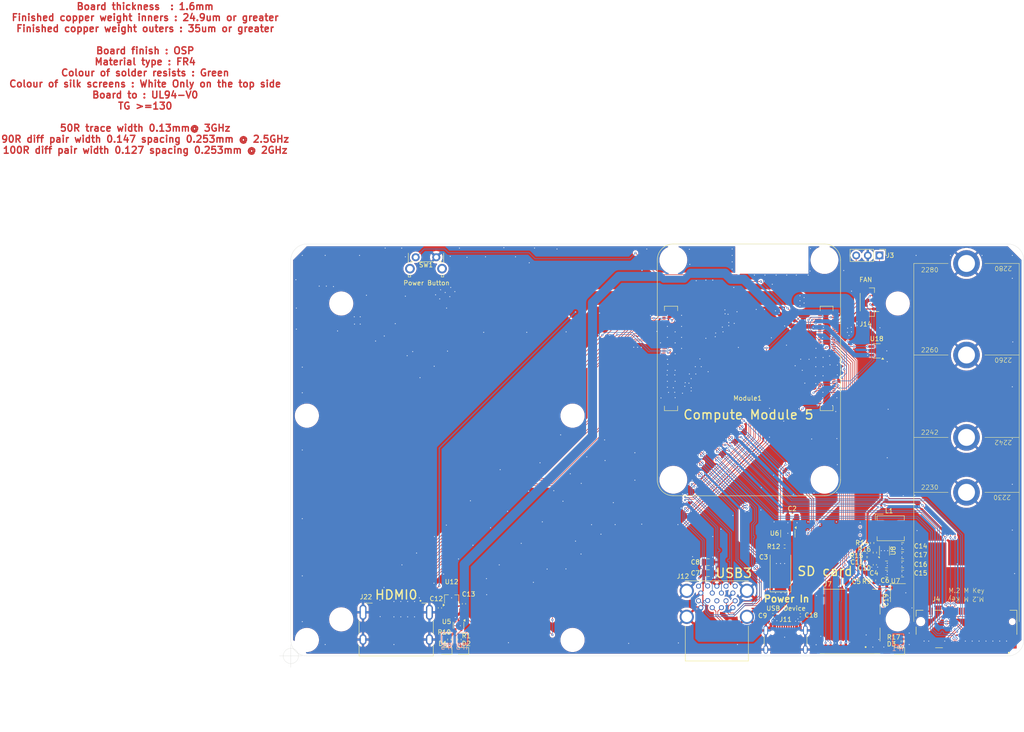
<source format=kicad_pcb>
(kicad_pcb (version 20241229) (generator "pcbnew") (generator_version "9.0")
  (layers (0 "F.Cu" signal) (4 "In1.Cu" power) (6 "In2.Cu" power) (2 "B.Cu" signal) (13 "F.Paste" user) (15 "B.Paste" user) (5 "F.SilkS" user "F.Silkscreen") (7 "B.SilkS" user "B.Silkscreen") (1 "F.Mask" user) (3 "B.Mask" user) (25 "Edge.Cuts" user))
  (net 0 "")
  (net 1 "GND")
  (net 2 "/CM5_GPIO ( Ethernet, GPIO, SDCARD)/VBAT")
  (net 3 "/CM5_HighSpeed/VBUS")
  (net 4 "/CM5_GPIO ( Ethernet, GPIO, SDCARD)/SD_PWR")
  (net 5 "/PCIe-M2/M2_3v3")
  (net 6 "/PCIe-M2/FB")
  (net 7 "/CM5_HighSpeed/HDMI_5v")
  (net 8 "Net-(D1-K)")
  (net 9 "Net-(D2-K)")
  (net 10 "Net-(D3-K)")
  (net 11 "/CM5_GPIO ( Ethernet, GPIO, SDCARD)/nRPIBOOT")
  (net 12 "/CM5_GPIO ( Ethernet, GPIO, SDCARD)/EEPROM_nWP")
  (net 13 "/CM5_GPIO ( Ethernet, GPIO, SDCARD)/SYNC_OUT")
  (net 14 "Net-(R10-Pad2)")
  (net 15 "/+3.3v")
  (net 16 "/CM5_GPIO ( Ethernet, GPIO, SDCARD)/PMIC_ENABLE")
  (net 17 "/CM5_GPIO ( Ethernet, GPIO, SDCARD)/PWR_BUT")
  (net 18 "/CM5_GPIO ( Ethernet, GPIO, SDCARD)/WL_nDis")
  (net 19 "/CM5_GPIO ( Ethernet, GPIO, SDCARD)/BT_nDis")
  (net 24 "Net-(J4-DAS{slash}~{DSS}{slash}~{LED1})")
  (net 31 "/+5v")
  (net 47 "/CM5_HighSpeed/PCIE_RX_N")
  (net 49 "/CM5_HighSpeed/PCIE_RX_P")
  (net 52 "/CM5_HighSpeed/PCIE_TX_N")
  (net 54 "/CM5_HighSpeed/PCIE_TX_P")
  (net 55 "/CM5_HighSpeed/PCIE_nCLKREQ")
  (net 56 "/CM5_HighSpeed/PCIE_CLK_N")
  (net 57 "/CM5_HighSpeed/PCIE_CLK_P")
  (net 61 "Net-(J4-SUSCLK)")
  (net 63 "/CM5_HighSpeed/DPHY0_D0_N")
  (net 64 "/CM5_HighSpeed/DPHY0_D0_P")
  (net 65 "/CM5_HighSpeed/DPHY0_D1_N")
  (net 66 "/CM5_HighSpeed/DPHY0_D1_P")
  (net 67 "/CM5_HighSpeed/DPHY0_C_N")
  (net 68 "/CM5_HighSpeed/DPHY0_C_P")
  (net 69 "/CM5_HighSpeed/DPHY0_D2_N")
  (net 70 "/CM5_HighSpeed/DPHY0_D2_P")
  (net 71 "/CM5_HighSpeed/DPHY0_D3_N")
  (net 72 "/CM5_HighSpeed/DPHY0_D3_P")
  (net 73 "/CM5_GPIO ( Ethernet, GPIO, SDCARD)/CAM_GPIO0")
  (net 74 "/CM5_GPIO ( Ethernet, GPIO, SDCARD)/CAM_GPIO1")
  (net 75 "/CM5_GPIO ( Ethernet, GPIO, SDCARD)/ID_SC")
  (net 76 "/CM5_GPIO ( Ethernet, GPIO, SDCARD)/ID_SD")
  (net 79 "/CM5_GPIO ( Ethernet, GPIO, SDCARD)/SD_DAT1")
  (net 80 "/CM5_GPIO ( Ethernet, GPIO, SDCARD)/SD_DAT0")
  (net 81 "/CM5_GPIO ( Ethernet, GPIO, SDCARD)/SD_CLK")
  (net 82 "/CM5_GPIO ( Ethernet, GPIO, SDCARD)/SD_CMD")
  (net 83 "/CM5_GPIO ( Ethernet, GPIO, SDCARD)/SD_DAT3")
  (net 84 "/CM5_GPIO ( Ethernet, GPIO, SDCARD)/SD_DAT2")
  (net 85 "/CM5_GPIO ( Ethernet, GPIO, SDCARD)/GPIO2")
  (net 86 "/CM5_GPIO ( Ethernet, GPIO, SDCARD)/GPIO3")
  (net 87 "/CM5_GPIO ( Ethernet, GPIO, SDCARD)/GPIO4")
  (net 88 "/CM5_GPIO ( Ethernet, GPIO, SDCARD)/GPIO14")
  (net 89 "/CM5_GPIO ( Ethernet, GPIO, SDCARD)/GPIO15")
  (net 90 "/CM5_GPIO ( Ethernet, GPIO, SDCARD)/GPIO17")
  (net 91 "/CM5_GPIO ( Ethernet, GPIO, SDCARD)/GPIO18")
  (net 92 "/CM5_GPIO ( Ethernet, GPIO, SDCARD)/GPIO27")
  (net 93 "/CM5_GPIO ( Ethernet, GPIO, SDCARD)/GPIO22")
  (net 94 "/CM5_GPIO ( Ethernet, GPIO, SDCARD)/GPIO23")
  (net 95 "/CM5_GPIO ( Ethernet, GPIO, SDCARD)/GPIO24")
  (net 96 "/CM5_GPIO ( Ethernet, GPIO, SDCARD)/GPIO10")
  (net 97 "/CM5_GPIO ( Ethernet, GPIO, SDCARD)/GPIO9")
  (net 98 "/CM5_GPIO ( Ethernet, GPIO, SDCARD)/GPIO25")
  (net 99 "/CM5_GPIO ( Ethernet, GPIO, SDCARD)/GPIO11")
  (net 100 "/CM5_GPIO ( Ethernet, GPIO, SDCARD)/GPIO8")
  (net 101 "/CM5_GPIO ( Ethernet, GPIO, SDCARD)/GPIO7")
  (net 102 "/CM5_GPIO ( Ethernet, GPIO, SDCARD)/GPIO5")
  (net 103 "/CM5_GPIO ( Ethernet, GPIO, SDCARD)/GPIO6")
  (net 104 "/CM5_GPIO ( Ethernet, GPIO, SDCARD)/GPIO12")
  (net 105 "/CM5_GPIO ( Ethernet, GPIO, SDCARD)/GPIO13")
  (net 106 "/CM5_GPIO ( Ethernet, GPIO, SDCARD)/GPIO19")
  (net 107 "/CM5_GPIO ( Ethernet, GPIO, SDCARD)/GPIO16")
  (net 108 "/CM5_GPIO ( Ethernet, GPIO, SDCARD)/GPIO26")
  (net 109 "/CM5_GPIO ( Ethernet, GPIO, SDCARD)/GPIO20")
  (net 110 "/CM5_GPIO ( Ethernet, GPIO, SDCARD)/GPIO21")
  (net 111 "/CM5_HighSpeed/HDMI1_HOTPLUG")
  (net 112 "/CM5_HighSpeed/HDMI1_SDA")
  (net 113 "/CM5_HighSpeed/HDMI1_SCL")
  (net 114 "/CM5_HighSpeed/HDMI1_CEC")
  (net 115 "/CM5_HighSpeed/HDMI1_CK_N")
  (net 116 "/CM5_HighSpeed/HDMI1_CK_P")
  (net 117 "/CM5_HighSpeed/HDMI1_D0_N")
  (net 118 "/CM5_HighSpeed/HDMI1_D0_P")
  (net 119 "/CM5_HighSpeed/HDMI1_D1_N")
  (net 120 "/CM5_HighSpeed/HDMI1_D1_P")
  (net 121 "/CM5_HighSpeed/HDMI1_D2_N")
  (net 122 "/CM5_HighSpeed/HDMI1_D2_P")
  (net 123 "/CC1")
  (net 124 "/USB2_P")
  (net 125 "/USB2_N")
  (net 127 "/CC2")
  (net 129 "/CM5_HighSpeed/USB3-0-D_N")
  (net 130 "/CM5_HighSpeed/USB3-0-D_P")
  (net 131 "/CM5_HighSpeed/USB3-0-RX_N")
  (net 132 "/CM5_HighSpeed/USB3-0-RX_P")
  (net 133 "/CM5_HighSpeed/USB3-0-TX_N")
  (net 134 "/CM5_HighSpeed/USB3-0-TX_P")
  (net 135 "/CM5_HighSpeed/USB3-1-D_N")
  (net 136 "/CM5_HighSpeed/USB3-1-D_P")
  (net 137 "/CM5_HighSpeed/USB3-1-RX_N")
  (net 138 "/CM5_HighSpeed/USB3-1-RX_P")
  (net 139 "/CM5_HighSpeed/USB3-1-TX_N")
  (net 140 "/CM5_HighSpeed/USB3-1-TX_P")
  (net 141 "/CM5_GPIO ( Ethernet, GPIO, SDCARD)/TACHO")
  (net 142 "/CM5_GPIO ( Ethernet, GPIO, SDCARD)/PWM")
  (net 143 "/CM5_HighSpeed/DPHY1_D0_N")
  (net 144 "/CM5_HighSpeed/DPHY1_D0_P")
  (net 145 "/CM5_HighSpeed/DPHY1_D1_N")
  (net 146 "/CM5_HighSpeed/DPHY1_D1_P")
  (net 147 "/CM5_HighSpeed/DPHY1_C_N")
  (net 148 "/CM5_HighSpeed/DPHY1_C_P")
  (net 149 "/CM5_HighSpeed/DPHY1_D2_N")
  (net 150 "/CM5_HighSpeed/DPHY1_D2_P")
  (net 151 "/CM5_HighSpeed/DPHY1_D3_N")
  (net 152 "/CM5_HighSpeed/DPHY1_D3_P")
  (net 153 "/CM5_HighSpeed/HDMI0_HOTPLUG")
  (net 154 "/CM5_HighSpeed/HDMI0_SDA")
  (net 155 "/CM5_HighSpeed/HDMI0_SCL")
  (net 157 "/CM5_HighSpeed/HDMI0_CEC")
  (net 158 "/CM5_HighSpeed/HDMI0_CK_N")
  (net 159 "/CM5_HighSpeed/HDMI0_CK_P")
  (net 160 "/CM5_HighSpeed/HDMI0_D0_N")
  (net 161 "/CM5_HighSpeed/HDMI0_D0_P")
  (net 162 "/CM5_HighSpeed/HDMI0_D1_N")
  (net 163 "/CM5_HighSpeed/HDMI0_D1_P")
  (net 164 "/CM5_HighSpeed/HDMI0_D2_N")
  (net 165 "/CM5_HighSpeed/HDMI0_D2_P")
  (net 166 "Net-(U8-LX)")
  (net 167 "/CM5_GPIO ( Ethernet, GPIO, SDCARD)/TRD3_P")
  (net 168 "/CM5_GPIO ( Ethernet, GPIO, SDCARD)/TRD1_P")
  (net 169 "/CM5_GPIO ( Ethernet, GPIO, SDCARD)/TRD3_N")
  (net 170 "/CM5_GPIO ( Ethernet, GPIO, SDCARD)/TRD1_N")
  (net 171 "/CM5_GPIO ( Ethernet, GPIO, SDCARD)/TRD2_N")
  (net 172 "/CM5_GPIO ( Ethernet, GPIO, SDCARD)/TRD0_N")
  (net 173 "/CM5_GPIO ( Ethernet, GPIO, SDCARD)/TRD2_P")
  (net 174 "/CM5_GPIO ( Ethernet, GPIO, SDCARD)/TRD0_P")
  (net 175 "/CM5_GPIO ( Ethernet, GPIO, SDCARD)/ETH_LEDY")
  (net 176 "/CM5_GPIO ( Ethernet, GPIO, SDCARD)/ETH_LEDG")
  (net 177 "Net-(Module1A-LED_nACT)")
  (net 183 "/CM5_GPIO ( Ethernet, GPIO, SDCARD)/SD_PWR_ON")
  (net 184 "/CM5_GPIO ( Ethernet, GPIO, SDCARD)/GPIO_VREF")
  (net 185 "/CM5_GPIO ( Ethernet, GPIO, SDCARD)/+1.8v")
  (net 186 "/CM5_GPIO ( Ethernet, GPIO, SDCARD)/nPWR_LED")
  (net 187 "/CM5_HighSpeed/PCIE_PWR_EN")
  (net 188 "/CM5_HighSpeed/PCIE_nWAKE")
  (net 189 "/CM5_HighSpeed/PCIE_nRST")
  (net 190 "/CM5_HighSpeed/VBUS_EN")
  (net 191 "Net-(U6-ILIM)")
  (net 197 "/CM5_GPIO ( Ethernet, GPIO, SDCARD)/SDA0")
  (net 198 "/CM5_GPIO ( Ethernet, GPIO, SDCARD)/SCL0")
  (net 199 "/CM5_HighSpeed/USBOTG_ID")
  (footprint "Capacitor_SMD:C_0805_2012Metric" (layer "F.Cu") (at 199.45 143.75 180)
    (property "Reference" "C5")
    (property "Value" "10u")
  )
  (footprint "Capacitor_SMD:C_0402_1005Metric" (layer "F.Cu") (at 111.55 149.5 90)
    (property "Reference" "C12")
    (property "Value" "100n")
  )
  (footprint "Capacitor_SMD:C_0402_1005Metric" (layer "F.Cu") (at 116.8 148.6 90)
    (property "Reference" "C13")
    (property "Value" "100n")
  )
  (footprint "Resistor_SMD:R_0402_1005Metric" (layer "F.Cu") (at 113.6 156.4 90)
    (property "Reference" "R10")
    (property "Value" "1k")
  )
  (footprint "Package_TO_SOT_SMD:TSOT-23_HandSoldering" (layer "F.Cu") (at 114.1 147.6 90)
    (property "Reference" "U12")
    (property "Value" "RT9742SNGV")
  )
  (footprint "LED_SMD:LED_0603_1608Metric" (layer "F.Cu") (at 116.35 158.9 180)
    (property "Reference" "D2")
    (property "Value" "LED Green")
  )
  (footprint "Connector_USB:USB_C_Receptacle_GCT_USB4105-xx-A_16P_TopMnt_Horizontal" (layer "F.Cu") (at 187 157.525)
    (property "Reference" "J11")
    (property "Value" "USB_C_Receptacle_USB2.0")
  )
  (footprint "LED_SMD:LED_0603_1608Metric" (layer "F.Cu") (at 112.7 158.9 180)
    (property "Reference" "D1")
    (property "Value" "LED Red")
  )
  (footprint "Resistor_SMD:R_0402_1005Metric" (layer "F.Cu") (at 115.8 156.4 90)
    (property "Reference" "R1")
    (property "Value" "1k")
  )
  (footprint "Package_TO_SOT_SMD:SOT-353_SC-70-5" (layer "F.Cu") (at 115.6 153.3 -90)
    (property "Reference" "U5")
    (property "Value" "74LVC1G07SE-7")
  )
  (footprint "Package_TO_SOT_SMD:SOT-23-5" (layer "F.Cu") (at 206.9 93.35 180)
    (property "Reference" "U18")
    (property "Value" "RT9742GGJ5")
  )
  (footprint "CM5IO:EDAC 690-019-298-412" (layer "F.Cu") (at 102 150.45)
    (property "Reference" "J22")
    (property "Value" "690-019-298-412" (hide yes))
  )
  (footprint "CM5IO:MountingHole_2.7mm_M2.5_DIN965" (layer "F.Cu") (at 90 152)
    (property "Reference" "H1" (hide yes))
    (property "Value" "MountingHole")
  )
  (footprint "CM5IO:MountingHole_2.7mm_M2.5_DIN965" (layer "F.Cu") (at 82.5 156.5)
    (property "Reference" "H2" (hide yes))
    (property "Value" "MountingHole")
  )
  (footprint "CM5IO:MountingHole_2.7mm_M2.5_DIN965" (layer "F.Cu") (at 82.5 107.5)
    (property "Reference" "H3" (hide yes))
    (property "Value" "MountingHole")
  )
  (footprint "CM5IO:MountingHole_2.7mm_M2.5_DIN965" (layer "F.Cu") (at 140.5 156.5)
    (property "Reference" "H4" (hide yes))
    (property "Value" "MountingHole")
  )
  (footprint "CM5IO:MountingHole_2.7mm_M2.5_DIN965" (layer "F.Cu") (at 140.5 107.5)
    (property "Reference" "H5" (hide yes))
    (property "Value" "MountingHole")
  )
  (footprint "CM5IO:MountingHole_2.7mm_M2.5_DIN965" (layer "F.Cu") (at 211.5 83)
    (property "Reference" "H6" (hide yes))
    (property "Value" "MountingHole")
  )
  (footprint "CM5IO:MountingHole_2.7mm_M2.5_DIN965" (layer "F.Cu") (at 90 83)
    (property "Reference" "H7" (hide yes))
    (property "Value" "MountingHole")
  )
  (footprint "CM5IO:MountingHole_2.7mm_M2.5_DIN965" (layer "F.Cu") (at 211.5 152)
    (property "Reference" "H8" (hide yes))
    (property "Value" "MountingHole")
  )
  (footprint "LED_SMD:LED_0603_1608Metric" (layer "F.Cu") (at 211.5 158.9 180)
    (property "Reference" "D3")
    (property "Value" "LED Green")
  )
  (footprint "Package_DFN_QFN:DFN-8-1EP_2x2mm_P0.5mm_EP1.05x1.75mm" (layer "F.Cu") (at 208.6 137 90)
    (property "Reference" "U8")
    (property "Value" "AP3441SHE-7B")
  )
  (footprint "Connector_PinHeader_2.54mm:PinHeader_1x03_P2.54mm_Vertical" (layer "F.Cu") (at 207.5 72.5 -90)
    (property "Reference" "J3")
    (property "Value" "Conn_01x03")
  )
  (footprint "CM5IO:SDCARD_MOLEX_503398-1892" (layer "F.Cu") (at 201.08 152.45 180)
    (property "Reference" "J7")
    (property "Value" "Micro_SD_Card_Det")
  )
  (footprint "CM5IO:M.2 M Key socket" (layer "F.Cu") (at 226.5 152.5 180)
    (property "Reference" "J4")
    (property "Value" "Bus_M.2_Socket_M")
  )
  (footprint "Resistor_SMD:R_0402_1005Metric" (layer "F.Cu") (at 206.3 143.5 -90)
    (property "Reference" "R9")
    (property "Value" "2.2K 1%")
  )
  (footprint "Capacitor_SMD:C_0805_2012Metric" (layer "F.Cu") (at 209.05 142)
    (property "Reference" "C6")
    (property "Value" "10u")
  )
  (footprint "Capacitor_SMD:C_0805_2012Metric" (layer "F.Cu") (at 212.55 140 180)
    (property "Reference" "C16")
    (property "Value" "10u")
  )
  (footprint "Capacitor_SMD:C_0402_1005Metric" (layer "F.Cu") (at 206.5 140.085 -90)
    (property "Reference" "C10")
    (property "Value" "100n")
  )
  (footprint "Capacitor_SMD:C_0402_1005Metric" (layer "F.Cu") (at 204.8 138.9)
    (property "Reference" "C11")
    (property "Value" "4.7nF")
  )
  (footprint "Capacitor_SMD:C_0805_2012Metric" (layer "F.Cu") (at 170.1375 139.5)
    (property "Reference" "C8")
    (property "Value" "10u")
  )
  (footprint "CM5IO:MTCONN_UBAF30-D2011" (layer "F.Cu") (at 172 151.45)
    (property "Reference" "J12")
    (property "Value" "USB3_A")
  )
  (footprint "Connector_JST:JST_SH_BM04B-SRSS-TB_1x04-1MP_P1.00mm_Vertical" (layer "F.Cu") (at 205.3 82.7 90)
    (property "Reference" "J14")
    (property "Value" "JST_SHBM04B-SRSS-TB")
  )
  (footprint "Capacitor_SMD:C_0805_2012Metric" (layer "F.Cu") (at 188.4375 129.7 180)
    (property "Reference" "C2")
    (property "Value" "10u")
  )
  (footprint "Capacitor_Tantalum_SMD:CP_EIA-7343-31_Kemet-D" (layer "F.Cu") (at 185.9 141.5875 90)
    (property "Reference" "C3")
    (property "Value" "100uF")
  )
  (footprint "Capacitor_SMD:C_0805_2012Metric" (layer "F.Cu") (at 212.5375 138 180)
    (property "Reference" "C17")
    (property "Value" "10u")
  )
  (footprint "Crystal:Crystal_SMD_3225-4Pin_3.2x2.5mm" (layer "F.Cu") (at 211.55 146.2 -90)
    (property "Reference" "U7")
    (property "Value" "ASEK-32.768KHZ-L-R-T")
  )
  (footprint "Resistor_SMD:R_0402_1005Metric" (layer "F.Cu") (at 212.6 156.8 90)
    (property "Reference" "R17")
    (property "Value" "1k")
  )
  (footprint "Package_TO_SOT_SMD:SOT-23-6" (layer "F.Cu") (at 187.5 133.2625 -90)
    (property "Reference" "U6")
    (property "Value" "AP22653W6")
  )
  (footprint "CM5IO:L_Bourns_SRP5030CC" (layer "F.Cu") (at 209.95 132.1)
    (property "Reference" "L1")
    (property "Value" "2.2uH")
  )
  (footprint "Capacitor_SMD:C_0402_1005Metric" (layer "F.Cu") (at 190.22 151.1)
    (property "Reference" "C18")
    (property "Value" "100n")
  )
  (footprint "Button_Switch_THT:SW_Tactile_SPST_Angled_PTS645Vx58-2LFS" (layer "F.Cu") (at 106.25 72.9)
    (property "Reference" "SW1")
    (property "Value" "Right angle Tact button")
  )
  (footprint "Resistor_SMD:R_0402_1005Metric" (layer "F.Cu") (at 206.5 137.415 90)
    (property "Reference" "R16")
    (property "Value" "2.2K 1%")
  )
  (footprint "Capacitor_SMD:C_0805_2012Metric" (layer "F.Cu") (at 170.15 141.9)
    (property "Reference" "C7")
    (property "Value" "10u")
  )
  (footprint "Resistor_SMD:R_0402_1005Metric" (layer "F.Cu") (at 204.8 137.9)
    (property "Reference" "R15")
    (property "Value" "10K 1%")
  )
  (footprint "Resistor_SMD:R_0402_1005Metric" (layer "F.Cu") (at 186.8 136.1 180)
    (property "Reference" "R12")
    (property "Value" "15K 1%")
  )
  (footprint "Capacitor_SMD:C_0805_2012Metric" (layer "F.Cu") (at 212.55 142 180)
    (property "Reference" "C15")
    (property "Value" "10u")
  )
  (footprint "Capacitor_SMD:C_0805_2012Metric" (layer "F.Cu") (at 212.55 136 180)
    (property "Reference" "C14")
    (property "Value" "10u")
  )
  (footprint "Capacitor_SMD:C_0402_1005Metric" (layer "F.Cu") (at 184.22 151.1 180)
    (property "Reference" "C9")
    (property "Value" "100n")
  )
  (footprint "Resistor_SMD:R_0402_1005Metric" (layer "F.Cu") (at 205.9 135.315 -90)
    (property "Reference" "R14")
    (property "Value" "100K 1%")
  )
  (footprint "CM5IO:Raspberry-Pi-5-Compute-Module" (layer "F.Cu") (at 195.5 73.5 180)
    (property "Reference" "Module1")
    (property "Value" "ComputeModule5-CM5")
  )
  (footprint "Capacitor_SMD:C_0805_2012Metric" (layer "F.Cu") (at 209.05 140)
    (property "Reference" "C4")
    (property "Value" "10u")
  )
  (footprint "Capacitor_SMD:C_0402_1005Metric" (layer "F.Cu") (at 209.1 145.32 -90)
    (property "Reference" "C19")
    (property "Value" "100n")
  )
  (footprint "TestPoint:TestPoint_Pad_2.0x2.0mm" (layer "B.Cu") (at 211.6 156.4)
    (property "Reference" "TP1")
    (property "Value" "TestPoint")
  )
  (footprint "TestPoint:TestPoint_Pad_2.0x2.0mm" (layer "B.Cu") (at 116.411606 156.1)
    (property "Reference" "TP3")
    (property "Value" "TestPoint")
  )
  (footprint "TestPoint:TestPoint_Pad_2.0x2.0mm" (layer "B.Cu") (at 113.1 156.1)
    (property "Reference" "TP5")
    (property "Value" "TestPoint")
  )
  (gr_line (start 239 156.5) (end 239 73.5) (stroke (width 0.05)) (layer "Edge.Cuts"))
  (gr_line (start 235.5 70) (end 82.5 70) (stroke (width 0.05)) (layer "Edge.Cuts"))
  (gr_line (start 79 156.5) (end 79 73.5) (stroke (width 0.05)) (layer "Edge.Cuts"))
  (gr_arc (start 79 73.5) (mid 80.025126 71.025126) (end 82.5 70) (stroke (width 0.05)) (layer "Edge.Cuts"))
  (gr_line (start 82.5 160) (end 235.5 160) (stroke (width 0.05)) (layer "Edge.Cuts"))
  (gr_arc (start 82.5 160) (mid 80.025126 158.974874) (end 79 156.5) (stroke (width 0.05)) (layer "Edge.Cuts"))
  (gr_arc (start 235.5 70) (mid 237.974874 71.025126) (end 239 73.5) (stroke (width 0.05)) (layer "Edge.Cuts"))
  (gr_arc (start 239 156.5) (mid 237.974874 158.974874) (end 235.5 160) (stroke (width 0.05)) (layer "Edge.Cuts"))
  (gr_text "Board thickness  : 1.6mm\nFinished copper weight inners : 24.9um or greater\nFinished copper weight outers : 35um or greater\n\nBoard finish : OSP\nMaterial type : FR4\nColour of solder resists : Green\nColour of silk screens : White Only on the top side\nBoard to : UL94-V0\nTG >=130\n\n50R trace width 0.13mm@ 3GHz\n90R diff pair width 0.147 spacing 0.253mm @ 2.5GHz\n100R diff pair width 0.127 spacing 0.253mm @ 2GHz" (at 47.2 33.8 0) (layer "F.Cu") (effects (font (size 1.5 1.5) (thickness 0.3))))
  (gr_text "Power In" (at 182.1 148.4 0) (layer "F.SilkS") (effects (font (size 1.5 1.5) (thickness 0.3) (bold yes)) (justify left bottom)))
  (gr_text "FAN" (at 204.5 77.8 0) (layer "F.SilkS") (effects (font (size 1 1))))
  (gr_text "USB Device" (at 187.1 149.6 0) (layer "F.SilkS") (effects (font (size 1 1))))
  (gr_text "M.2 M Key" (at 222.5 146.3 0) (layer "F.SilkS") (effects (font (size 1 1) (thickness 0.1)) (justify left bottom)))
  (gr_text "USB3" (at 175.7 141.9 0) (layer "F.SilkS") (effects (font (size 2 2) (thickness 0.3))))
  (gr_text "SD card" (at 195.6 141.5 0) (layer "F.SilkS") (effects (font (size 2 2) (thickness 0.3))))
  (gr_text "Power Button" (at 103.5 79.1 0) (layer "F.SilkS") (effects (font (size 1 1)) (justify left bottom)))
  (gr_text "HDMI0" (at 102 146.65 0) (layer "F.SilkS") (effects (font (size 2 2) (thickness 0.3))))
  (gr_text "Compute Module 5" (at 178.9 107.3 0) (layer "F.SilkS") (effects (font (size 2 2) (thickness 0.3))))
  (target plus (at 79 160) (size 5) (width 0.05) (layer "Edge.Cuts"))
  (segment (start 195.177576 98.8) (end 195.1808 98.796776) (width 0.2) (layer "F.Cu") (net 1))
  (segment (start 195.47999 90.8) (end 196.8 90.8) (width 0.2) (layer "F.Cu") (net 1))
  (segment (start 160.5 89.2) (end 159 89.2) (width 0.2) (layer "F.Cu") (net 1))
  (segment (start 190.5 152.8) (end 190.2 153.1) (width 0.5) (layer "F.Cu") (net 1))
  (segment (start 183.8 153.845) (end 183.8 153.1) (width 0.5) (layer "F.Cu") (net 1))
  (segment (start 194.68 158.075) (end 194.68 155.7) (width 0.3) (layer "F.Cu") (net 1))
  (segment (start 114.1 147.3) (end 112.4 147.3) (width 0.13) (layer "F.Cu") (net 1))
  (segment (start 197.5 96.4) (end 198.27638 96.4) (width 0.2) (layer "F.Cu") (net 1))
  (segment (start 194.42 92) (end 195.1 92) (width 0.2) (layer "F.Cu") (net 1))
  (segment (start 193.705 157.575) (end 193.68 157.55) (width 0.23) (layer "F.Cu") (net 1))
  (segment (start 185.9 139.8) (end 185.9 138.475) (width 1) (layer "F.Cu") (net 1))
  (segment (start 163.58 98.8) (end 163 98.8) (width 0.2) (layer "F.Cu") (net 1))
  (segment (start 218.25 156.75) (end 218.25 157.775) (width 0.3) (layer "F.Cu") (net 1))
  (segment (start 196.9 93.2) (end 196.8 93.1) (width 0.2) (layer "F.Cu") (net 1))
  (segment (start 235.75 156.85) (end 235.6 156.7) (width 0.3) (layer "F.Cu") (net 1))
  (segment (start 162.453939 87.3) (end 162.938528 86.815411) (width 0.2) (layer "F.Cu") (net 1))
  (segment (start 197.95 157.468198) (end 197.95 157.15) (width 0.13) (layer "F.Cu") (net 1))
  (segment (start 161.2 100) (end 162.88999 100) (width 0.23) (layer "F.Cu") (net 1))
  (segment (start 162.784273 98.615727) (end 162.8 98.6) (width 0.23) (layer "F.Cu") (net 1))
  (segment (start 163.6 88) (end 164.28999 88) (width 0.2) (layer "F.Cu") (net 1))
  (segment (start 194.68 157.575) (end 193.705 157.575) (width 0.23) (layer "F.Cu") (net 1))
  (segment (start 217.25 156.75) (end 217.25 157.775) (width 0.3) (layer "F.Cu") (net 1))
  (segment (start 162.909337 94) (end 162.901867 93.99253) (width 0.2) (layer "F.Cu") (net 1))
  (segment (start 212.4 136.4) (end 212 136.4) (width 0.23) (layer "F.Cu") (net 1))
  (segment (start 163.6 86.8) (end 162.953939 86.8) (width 0.2) (layer "F.Cu") (net 1))
  (segment (start 223.25 157.775) (end 223.25 156.75) (width 0.23) (layer "F.Cu") (net 1))
  (segment (start 212.4 139.6) (end 212 139.6) (width 0.23) (layer "F.Cu") (net 1))
  (segment (start 160.5 100) (end 161.2 100) (width 0.2) (layer "F.Cu") (net 1))
  (segment (start 163.6 92.8) (end 164.28999 92.8) (width 0.2) (layer "F.Cu") (net 1))
  (segment (start 104.5 151.5) (end 104.5 148.1) (width 0.23) (layer "F.Cu") (net 1))
  (segment (start 190.2 153.1) (end 190.2 153.845) (width 0.5) (layer "F.Cu") (net 1))
  (segment (start 206.95364 136.93) (end 206.5 136.93) (width 1) (layer "F.Cu") (net 1))
  (segment (start 163.58 91.6) (end 162.9 91.6) (width 0.2) (layer "F.Cu") (net 1))
  (segment (start 161.18999 97.6) (end 161.2 97.61001) (width 0.2) (layer "F.Cu") (net 1))
  (segment (start 196.9 102.4) (end 196.7 102.2) (width 0.2) (layer "F.Cu") (net 1))
  (segment (start 187.5 132.125) (end 187.5 130.9) (width 0.5) (layer "F.Cu") (net 1))
  (segment (start 198 98.4) (end 197.5 98.4) (width 0.2) (layer "F.Cu") (net 1))
  (segment (start 159.83001 103.6) (end 159.8 103.63001) (width 0.2) (layer "F.Cu") (net 1))
  (segment (start 183.8 153.1) (end 183.5 152.8) (width 0.5) (layer "F.Cu") (net 1))
  (segment (start 162.9 101.2) (end 163.58 101.2) (width 0.2) (layer "F.Cu") (net 1))
  (segment (start 162.91001 100) (end 162.9 99.98999) (width 0.2) (layer "F.Cu") (net 1))
  (segment (start 198.3 98.6) (end 198.1 98.4) (width 0.2) (layer "F.Cu") (net 1))
  (segment (start 160.5 91.6) (end 162.9 91.6) (width 0.2) (layer "F.Cu") (net 1))
  (segment (start 197.5 103.6) (end 198.194979 103.6) (width 0.2) (layer "F.Cu") (net 1))
  (segment (start 207.34 158.06) (end 208.44 158.06) (width 0.23) (layer "F.Cu") (net 1))
  (segment (start 212.4 140.4) (end 212 140.4) (width 0.23) (layer "F.Cu") (net 1))
  (segment (start 207.35 156.4) (end 207.35 158.05) (width 0.23) (layer "F.Cu") (net 1))
  (segment (start 163.57998 100) (end 162.91001 100) (width 0.2) (layer "F.Cu") (net 1))
  (segment (start 163.6 90.4) (end 164.28999 90.4) (width 0.2) (layer "F.Cu") (net 1))
  (segment (start 160.5 98.8) (end 160.961336 98.8) (width 0.2) (layer "F.Cu") (net 1))
  (segment (start 226.67 159.2) (end 226.25 158.78) (width 0.23) (layer "F.Cu") (net 1))
  (segment (start 161.2 97.61001) (end 161.21001 97.6) (width 0.2) (layer "F.Cu") (net 1))
  (segment (start 164.5 102.6) (end 164.3 102.4) (width 0.2) (layer "F.Cu") (net 1))
  (segment (start 161.18999 85.6) (end 161.2 85.58999) (width 0.2) (layer "F.Cu") (net 1))
  (segment (start 194.42 96.8) (end 193.6 96.8) (width 0.2) (layer "F.Cu") (net 1))
  (segment (start 198 98.4) (end 198.1 98.4) (width 0.13) (layer "F.Cu") (net 1))
  (segment (start 194.46 92) (end 193.7 92) (width 0.13) (layer "F.Cu") (net 1))
  (segment (start 160.5 94) (end 159.7 94) (width 0.2) (layer "F.Cu") (net 1))
  (segment (start 163.6 103.6) (end 162.93001 103.6) (width 0.2) (layer "F.Cu") (net 1))
  (segment (start 227.75 156.75) (end 227.75 157.775) (width 0.23) (layer "F.Cu") (net 1))
  (segment (start 187.5 130.9) (end 187.5 129.7) (width 0.5) (layer "F.Cu") (net 1))
  (segment (start 206.05 158.05) (end 207.33 158.05) (width 0.23) (layer "F.Cu") (net 1))
  (segment (start 194.42 100.8) (end 193.9 100.8) (width 0.2) (layer "F.Cu") (net 1))
  (segment (start 196.88863 92) (end 196.825453 91.936823) (width 0.2) (layer "F.Cu") (net 1))
  (segment (start 160.5 88) (end 161.2 88) (width 0.2) (layer "F.Cu") (net 1))
  (segment (start 194.42 96.8) (end 195.2 96.8) (width 0.2) (layer "F.Cu") (net 1))
  (segment (start 164.28999 90.4) (end 164.3 90.41001) (width 0.2) (layer "F.Cu") (net 1))
  (segment (start 106 151.5) (end 106 148.1) (width 0.23) (layer "F.Cu") (net 1))
  (segment (start 194.42 94.8) (end 193.6 94.8) (width 0.2) (layer "F.Cu") (net 1))
  (segment (start 232.2 159.2) (end 232.25 159.15) (width 0.23) (layer "F.Cu") (net 1))
  (segment (start 204.96 74.26) (end 204.96 72.5) (width 0.23) (layer "F.Cu") (net 1))
  (segment (start 194.42 100.8) (end 195.019942 100.8) (width 0.2) (layer "F.Cu") (net 1))
  (segment (start 197.5 100.4) (end 198.18086 100.4) (width 0.2) (layer "F.Cu") (net 1))
  (segment (start 160.65 96.4) (end 161.2 96.4) (width 0.2) (layer "F.Cu") (net 1))
  (segment (start 161.4 92.6) (end 162.3 92.6) (width 0.2) (layer "F.Cu") (net 1))
  (segment (start 160.5 86.8) (end 159.9 86.8) (width 0.2) (layer "F.Cu") (net 1))
  (segment (start 114.95 151.65) (end 114.9 151.6) (width 0.13) (layer "F.Cu") (net 1))
  (segment (start 207.02364 137) (end 206.95364 136.93) (width 1) (layer "F.Cu") (net 1))
  (segment (start 161.2 90.4) (end 163.58 90.4) (width 0.2) (layer "F.Cu") (net 1))
  (segment (start 160.5 95.2) (end 161.2 95.2) (width 0.2) (layer "F.Cu") (net 1))
  (segment (start 229.25 159.05) (end 229.3 159.1) (width 0.23) (layer "F.Cu") (net 1))
  (segment (start 217.25 156.75) (end 217.25 156.45) (width 0.3) (layer "F.Cu") (net 1))
  (segment (start 223.25 157.775) (end 223.25 159.15) (width 0.23) (layer "F.Cu") (net 1))
  (segment (start 210 140) (end 211.6 140) (width 1) (layer "F.Cu") (net 1))
  (segment (start 193.913015 105.093015) (end 194.20603 104.8) (width 0.2) (layer "F.Cu") (net 1))
  (segment (start 195.1 90.42001) (end 195.47999 90.8) (width 0.2) (layer "F.Cu") (net 1))
  (segment (start 98.5 150.5) (end 98.5 151.4) (width 0.23) (layer "F.Cu") (net 1))
  (segment (start 233.7 159.2) (end 232.2 159.2) (width 0.23) (layer "F.Cu") (net 1))
  (segment (start 194.42 93.2) (end 193.892998 93.2) (width 0.13) (layer "F.Cu") (net 1))
  (segment (start 159 89.2) (end 158.9 89.1) (width 0.2) (layer "F.Cu") (net 1))
  (segment (start 197.96 158.075) (end 197.96 157.16) (width 0.23) (layer "F.Cu") (net 1))
  (segment (start 195.2 91.9) (end 196.3 91.9) (width 0.2) (layer "F.Cu") (net 1))
  (segment (start 207.85 136.1) (end 206.8 136.1) (width 0.13) (layer "F.Cu") (net 1))
  (segment (start 204.96 74.26) (end 205 74.3) (width 0.23) (layer "F.Cu") (net 1))
  (segment (start 211.6 137) (end 211.6 136) (width 1) (layer "F.Cu") (net 1))
  (segment (start 198.55 144.85) (end 198.55 143.7875) (width 0.5) (layer "F.Cu") (net 1))
  (segment (start 227.7 159.2) (end 226.67 159.2) (width 0.23) (layer "F.Cu") (net 1))
  (segment (start 206.8 136.1) (end 206.5 136.4) (width 0.13) (layer "F.Cu") (net 1))
  (segment (start 161.2 88) (end 163.58 88) (width 0.2) (layer "F.Cu") (net 1))
  (segment (start 98.5 149.72) (end 98.5 147.8625) (width 0.13) (layer "F.Cu") (net 1))
  (segment (start 221.75 156.75) (end 221.75 157.775) (width 0.23) (layer "F.Cu") (net 1))
  (segment (start 187.5 133.2) (end 187.5 132.125) (width 0.5) (layer "F.Cu") (net 1))
  (segment (start 161.475 102.4) (end 161.45 102.425) (width 0.13) (layer "F.Cu") (net 1))
  (segment (start 111.55 148.15) (end 111.55 149.015) (width 0.13) (layer "F.Cu") (net 1))
  (segment (start 208.44 158.06) (end 208.45 158.05) (width 0.23) (layer "F.Cu") (net 1))
  (segment (start 235.75 157.775) (end 235.75 156.85) (width 0.3) (layer "F.Cu") (net 1))
  (segment (start 217.25 156.45) (end 217.5 156.2) (width 0.3) (layer "F.Cu") (net 1))
  (segment (start 161.85 102.4) (end 161.475 102.4) (width 0.13) (layer "F.Cu") (net 1))
  (segment (start 212 140.4) (end 211.6 140) (width 0.23) (layer "F.Cu") (net 1))
  (segment (start 224.75 157.775) (end 224.75 159.25) (width 0.23) (layer "F.Cu") (net 1))
  (segment (start 186.8 139.8) (end 186.8 139.375) (width 1) (layer "F.Cu") (net 1))
  (segment (start 233.75 157.775) (end 233.75 159.15) (width 0.23) (layer "F.Cu") (net 1))
  (segment (start 211.6 138) (end 211.6 137) (width 1) (layer "F.Cu") (net 1))
  (segment (start 101.5 148.1) (end 101.5 151.45) (width 0.23) (layer "F.Cu") (net 1))
  (segment (start 162.5 101.4) (end 162.7 101.4) (width 0.2) (layer "F.Cu") (net 1))
  (segment (start 212.4 135.6) (end 212 135.6) (width 0.23) (layer "F.Cu") (net 1))
  (segment (start 195.08499 85.6) (end 195.1 85.58499) (width 0.2) (layer "F.Cu") (net 1))
  (segment (start 197.5 96.4) (end 196.7 96.4) (width 0.2) (layer "F.Cu") (net 1))
  (segment (start 163.6 94) (end 162.909337 94) (width 0.2) (layer "F.Cu") (net 1))
  (segment (start 193.644988 92.95199) (end 193.644988 92.8) (width 0.13) (layer "F.Cu") (net 1))
  (segment (start 194.42 98.8) (end 195.177576 98.8) (width 0.2) (layer "F.Cu") (net 1))
  (segment (start 209.1 93.35) (end 208 93.35) (width 0.23) (layer "F.Cu") (net 1))
  (segment (start 164.28999 88) (end 164.3 88.01001) (width 0.2) (layer "F.Cu") (net 1))
  (segment (start 211.6 142) (end 210 142) (width 1) (layer "F.Cu") (net 1))
  (segment (start 232.25 156.75) (end 232.25 157.775) (width 0.23) (layer "F.Cu") (net 1))
  (segment (start 232.25 159.15) (end 232.25 157.775) (width 0.23) (layer "F.Cu") (net 1))
  (segment (start 160.5 92.8) (end 161.2 92.8) (width 0.2) (layer "F.Cu") (net 1))
  (segment (start 185 139.8) (end 185 139.375) (width 1) (layer "F.Cu") (net 1))
  (segment (start 229.25 157.775) (end 229.25 159.05) (width 0.23) (layer "F.Cu") (net 1))
  (segment (start 161.145609 98.615727) (end 162.784273 98.615727) (width 0.23) (layer "F.Cu") (net 1))
  (segment (start 194.42 102.4) (end 195.1 102.4) (width 0.2) (layer "F.Cu") (net 1))
  (segment (start 230.75 159.25) (end 230.8 159.3) (width 0.23) (layer "F.Cu") (net 1))
  (segment (start 197.95 158.565) (end 197.95 157.468198) (width 0.13) (layer "F.Cu") (net 1))
  (segment (start 185 139.375) (end 185.9 138.475) (width 1) (layer "F.Cu") (net 1))
  (segment (start 212 136.4) (end 211.6 136) (width 0.23) (layer "F.Cu") (net 1))
  (segment (start 218.25 156.35) (end 218.25 156.75) (width 0.3) (layer "F.Cu") (net 1))
  (segment (start 211.6 142) (end 211.6 140) (width 1) (layer "F.Cu") (net 1))
  (segment (start 198.18086 100.4) (end 198.219139 100.361721) (width 0.2) (layer "F.Cu") (net 1))
  (segment (start 186.29 136.1) (end 186.29 138.085) (width 0.23) (layer "F.Cu") (net 1))
  (segment (start 161.2 92.8) (end 161.4 92.6) (width 0.2) (layer "F.Cu") (net 1))
  (segment (start 197.5 105.074144) (end 197.319153 105.254991) (width 0.2) (layer "F.Cu") (net 1))
  (segment (start 194.6 146.81) (end 193.76 146.81) (width 0.23) (layer "F.Cu") (net 1))
  (segment (start 207.1 140.6) (end 206.53 140.6) (width 0.5) (layer "F.Cu") (net 1))
  (segment (start 235.55 156.75) (end 235.25 156.75) (width 0.3) (layer "F.Cu") (net 1))
  (segment (start 193.76 146.81) (end 193.75 146.8) (width 0.23) (layer "F.Cu") (net 1))
  (segment (start 207.56 147.31) (end 207.56 144.35) (width 0.3) (layer "F.Cu") (net 1))
  (segment (start 212 141.6) (end 211.6 142) (width 0.23) (layer "F.Cu") (net 1))
  (segment (start 212.4 138.4) (end 211.9875 138.4) (width 0.23) (layer "F.Cu") (net 1))
  (segment (start 160.961336 98.8) (end 161.145609 98.615727) (width 0.2) (layer "F.Cu") (net 1))
  (segment (start 160.5 86.8) (end 161.1 86.8) (width 0.2) (layer "F.Cu") (net 1))
  (segment (start 193.892998 93.2) (end 193.644988 92.95199) (width 0.13) (layer "F.Cu") (net 1))
  (segment (start 198.27638 96.4) (end 198.326926 96.450546) (width 0.2) (layer "F.Cu") (net 1))
  (segment (start 212 139.6) (end 211.6 140) (width 0.23) (layer "F.Cu") (net 1))
  (segment (start 194.42 85.6) (end 195.08499 85.6) (width 0.2) (layer "F.Cu") (net 1))
  (segment (start 194.42 94.8) (end 195.2 94.8) (width 0.2) (layer "F.Cu") (net 1))
  (segment (start 196.68 94.4) (end 197.5 94.4) (width 0.2) (layer "F.Cu") (net 1))
  (segment (start 194.42 90.4) (end 195.07999 90.4) (width 0.2) (layer "F.Cu") (net 1))
  (segment (start 103 151.45) (end 103 148.1) (width 0.23) (layer "F.Cu") (net 1))
  (segment (start 230.75 157.775) (end 230.75 159) (width 0.23) (layer "F.Cu") (net 1))
  (segment (start 161.45 102.425) (end 161.425 102.4) (width 0.2) (layer "F.Cu") (net 1))
  (segment (start 204.96 72.5) (end 204.96 70.84) (width 0.23) (layer "F.Cu") (net 1))
  (segment (start 212.4 137.6) (end 211.9875 137.6) (width 0.23) (layer "F.Cu") (net 1))
  (segment (start 208.6 137) (end 211.6 137) (width 1) (layer "F.Cu") (net 1))
  (segment (start 162.5 92.8) (end 163.58 92.8) (width 0.2) (layer "F.Cu") (net 1))
  (segment (start 161.6 87.3) (end 162.453939 87.3) (width 0.2) (layer "F.Cu") (net 1))
  (segment (start 197.5 104.8) (end 197.5 105.074144) (width 0.2) (layer "F.Cu") (net 1))
  (segment (start 206.5 136.4) (end 205.9 135.8) (width 1) (layer "F.Cu") (net 1))
  (segment (start 159.9 86.8) (end 159.8 86.7) (width 0.2) (layer "F.Cu") (net 1))
  (segment (start 206.5 140.57) (end 205.83 140.57) (width 0.5) (layer "F.Cu") (net 1))
  (segment (start 233.75 156.75) (end 233.75 157.775) (width 0.23) (layer "F.Cu") (net 1))
  (segment (start 235.25 156.75) (end 235.25 157.775) (width 0.23) (layer "F.Cu") (net 1))
  (segment (start 161.1 86.8) (end 161.6 87.3) (width 0.2) (layer "F.Cu") (net 1))
  (segment (start 114.2 147.4) (end 115.285 147.4) (width 0.13) (layer "F.Cu") (net 1))
  (segment (start 233.75 159.15) (end 233.7 159.2) (width 0.23) (layer "F.Cu") (net 1))
  (segment (start 112.4 147.3) (end 111.55 148.15) (width 0.13) (layer "F.Cu") (net 1))
  (segment (start 98.5 147.8625) (end 98.45 147.8125) (width 0.13) (layer "F.Cu") (net 1))
  (segment (start 163.6 85.6) (end 164.28999 85.6) (width 0.2) (layer "F.Cu") (net 1))
  (segment (start 196.3 91.9) (end 196.336823 91.936823) (width 0.2) (layer "F.Cu") (net 1))
  (segment (start 164.28999 85.6) (end 164.3 85.58999) (width 0.2) (layer "F.Cu") (net 1))
  (segment (start 162.7 101.4) (end 162.9 101.2) (width 0.2) (layer "F.Cu") (net 1))
  (segment (start 164.28999 92.8) (end 164.3 92.81001) (width 0.2) (layer "F.Cu") (net 1))
  (segment (start 211.9875 137.6) (end 211.5875 138) (width 0.23) (layer "F.Cu") (net 1))
  (segment (start 160.5 85.6) (end 161.18999 85.6) (width 0.2) (layer "F.Cu") (net 1))
  (segment (start 227.75 159.15) (end 227.7 159.2) (width 0.23) (layer "F.Cu") (net 1))
  (segment (start 212.4 142.4) (end 212 142.4) (width 0.23) (layer "F.Cu") (net 1))
  (segment (start 223.25 159.15) (end 223.3 159.2) (width 0.23) (layer "F.Cu") (net 1))
  (segment (start 161.21001 97.6) (end 162.9 97.6) (width 0.2) (layer "F.Cu") (net 1))
  (segment (start 195.07999 90.4) (end 195.1 90.42001) (width 0.2) (layer "F.Cu") (net 1))
  (segment (start 160.5 91.6) (end 159.7 91.6) (width 0.2) (layer "F.Cu") (net 1))
  (segment (start 163.6 89.2) (end 162.9 89.2) (width 0.2) (layer "F.Cu") (net 1))
  (segment (start 162.93001 103.6) (end 162.9 103.56999) (width 0.2) (layer "F.Cu") (net 1))
  (segment (start 186.8 139.375) (end 185.9 138.475) (width 1) (layer "F.Cu") (net 1))
  (segment (start 162.88999 100) (end 162.9 99.98999) (width 0.23) (layer "F.Cu") (net 1))
  (segment (start 197.5 93.2) (end 196.9 93.2) (width 0.2) (layer "F.Cu") (net 1))
  (segment (start 212 135.6) (end 211.6 136) (width 0.23) (layer "F.Cu") (net 1))
  (segment (start 186.29 138.085) (end 185.9 138.475) (width 0.23) (layer "F.Cu") (net 1))
  (segment (start 227.75 157.775) (end 227.75 159.15) (width 0.23) (layer "F.Cu") (net 1))
  (segment (start 194.42 98.8) (end 193.542722 98.8) (width 0.2) (layer "F.Cu") (net 1))
  (segment (start 206.5 136.93) (end 206.5 136.4) (width 1) (layer "F.Cu") (net 1))
  (segment (start 160.5 101.2) (end 162.9 101.2) (width 0.2) (layer "F.Cu") (net 1))
  (segment (start 196.336823 91.936823) (end 196.825453 91.936823) (width 0.2) (layer "F.Cu") (net 1))
  (segment (start 160.5 89.2) (end 162.9 89.2) (width 0.2) (layer "F.Cu") (net 1))
  (segment (start 160.5 103.6) (end 159.83001 103.6) (width 0.2) (layer "F.Cu") (net 1))
  (segment (start 197.5 90.8) (end 196.8 90.8) (width 0.2) (layer "F.Cu") (net 1))
  (segment (start 235.6 156.7) (end 235.55 156.75) (width 0.3) (layer "F.Cu") (net 1))
  (segment (start 195.019942 100.8) (end 195.226569 101.006627) (width 0.2) (layer "F.Cu") (net 1))
  (segment (start 197.5 102.4) (end 196.9 102.4) (width 0.2) (layer "F.Cu") (net 1))
  (segment (start 210 142) (end 210 140) (width 1) (layer "F.Cu") (net 1))
  (segment (start 197.96 157.16) (end 197.95 157.15) (width 0.23) (layer "F.Cu") (net 1))
  (segment (start 218.25 157.775) (end 218.25 159.05) (width 0.3) (layer "F.Cu") (net 1))
  (segment (start 196.6 102.1) (end 196.7 102.2) (width 0.13) (layer "F.Cu") (net 1))
  (segment (start 218.1 156.2) (end 218.25 156.35) (width 0.3) (layer "F.Cu") (net 1))
  (segment (start 217.5 156.2) (end 218.1 156.2) (width 0.3) (layer "F.Cu") (net 1))
  (segment (start 193.542722 98.8) (end 193.516744 98.774022) (width 0.2) (layer "F.Cu") (net 1))
  (segment (start 229.25 156.75) (end 229.25 157.775) (width 0.23) (layer "F.Cu") (net 1))
  (segment (start 114.1 147.3) (end 114.2 147.4) (width 0.13) (layer "F.Cu") (net 1))
  (segment (start 160.5 97.6) (end 161.18999 97.6) (width 0.2) (layer "F.Cu") (net 1))
  (segment (start 114.95 152.35) (end 114.95 151.65) (width 0.13) (layer "F.Cu") (net 1))
  (segment (start 162.3 92.6) (end 162.5 92.8) (width 0.2) (layer "F.Cu") (net 1))
  (segment (start 193.9 100.8) (end 193.6 100.5) (width 0.2) (layer "F.Cu") (net 1))
  (segment (start 205.83 140.57) (end 205.8 140.6) (width 0.5) (layer "F.Cu") (net 1))
  (segment (start 209.35 137.9) (end 211.5 137.9) (width 0.23) (layer "F.Cu") (net 1))
  (segment (start 161.425 102.4) (end 160.5 102.4) (width 0.2) (layer "F.Cu") (net 1))
  (segment (start 164.3 102.4) (end 163.6 102.4) (width 0.2) (layer "F.Cu") (net 1))
  (segment (start 211.9875 138.4) (end 211.5875 138) (width 0.23) (layer "F.Cu") (net 1))
  (segment (start 160.5 90.4) (end 161.2 90.4) (width 0.2) (layer "F.Cu") (net 1))
  (segment (start 161.2 96.4) (end 161.3 96.3) (width 0.13) (layer "F.Cu") (net 1))
  (segment (start 194.42 103.6) (end 195.1 103.6) (width 0.2) (layer "F.Cu") (net 1))
  (segment (start 163.58 102.4) (end 161.85 102.4) (width 0.13) (layer "F.Cu") (net 1))
  (segment (start 163.6 97.6) (end 162.9 97.6) (width 0.2) (layer "F.Cu") (net 1))
  (segment (start 208.6 137) (end 207.02364 137) (width 1) (layer "F.Cu") (net 1))
  (segment (start 195.1 92) (end 195.2 91.9) (width 0.2) (layer "F.Cu") (net 1))
  (segment (start 212.4 141.6) (end 212 141.6) (width 0.23) (layer "F.Cu") (net 1))
  (segment (start 226.25 158.78) (end 226.25 157.775) (width 0.23) (layer "F.Cu") (net 1))
  (segment (start 162.953939 86.8) (end 162.938528 86.815411) (width 0.2) (layer "F.Cu") (net 1))
  (segment (start 196.6 94.48) (end 196.68 94.4) (width 0.2) (layer "F.Cu") (net 1))
  (segment (start 197.5 92) (end 196.88863 92) (width 0.2) (layer "F.Cu") (net 1))
  (segment (start 212 142.4) (end 211.6 142) (width 0.23) (layer "F.Cu") (net 1))
  (segment (start 163 98.8) (end 162.8 98.6) (width 0.2) (layer "F.Cu") (net 1))
  (segment (start 226.25 157.775) (end 226.25 156.75) (width 0.23) (layer "F.Cu") (net 1))
  (segment (start 211.6 140) (end 211.6 138) (width 1) (layer "F.Cu") (net 1))
  (via (at 117.45 72.9) (size 0.45) (drill 0.2) (layers "F.Cu" "B.Cu") (net 1))
  (via (at 204.9 136.3) (size 0.45) (drill 0.2) (layers "F.Cu" "B.Cu") (net 1))
  (via (at 193.68 157.55) (size 0.45) (drill 0.2) (layers "F.Cu" "B.Cu") (net 1))
  (via (at 168.3 95.1) (size 0.45) (drill 0.2) (layers "F.Cu" "B.Cu") (net 1))
  (via (at 193.516744 98.774022) (size 0.45) (drill 0.2) (layers "F.Cu" "B.Cu") (net 1))
  (via (at 207.35 156.4) (size 0.45) (drill 0.2) (layers "F.Cu" "B.Cu") (net 1))
  (via (at 103.2 70.9) (size 0.45) (drill 0.2) (layers "F.Cu" "B.Cu") (net 1))
  (via (at 167.6 118.1) (size 0.45) (drill 0.2) (layers "F.Cu" "B.Cu") (net 1))
  (via (at 161.2 90.4) (size 0.45) (drill 0.2) (layers "F.Cu" "B.Cu") (net 1))
  (via (at 158.9 89.1) (size 0.45) (drill 0.2) (layers "F.Cu" "B.Cu") (net 1))
  (via (at 114.8 80.4) (size 0.45) (drill 0.2) (layers "F.Cu" "B.Cu") (net 1))
  (via (at 168.6 96.8) (size 0.45) (drill 0.2) (layers "F.Cu" "B.Cu") (net 1))
  (via (at 141.15 134.9125) (size 0.45) (drill 0.2) (layers "F.Cu" "B.Cu") (net 1))
  (via (at 159.7 94) (size 0.45) (drill 0.2) (layers "F.Cu" "B.Cu") (net 1))
  (via (at 236.5 101.2) (size 0.45) (drill 0.2) (layers "F.Cu" "B.Cu") (net 1))
  (via (at 198.9815 102.2) (size 0.45) (drill 0.2) (layers "F.Cu" "B.Cu") (net 1))
  (via (at 154.1 121.6) (size 0.45) (drill 0.2) (layers "F.Cu" "B.Cu") (net 1))
  (via (at 106 151.45) (size 0.45) (drill 0.2) (layers "F.Cu" "B.Cu") (net 1))
  (via (at 215.2 124.9) (size 0.45) (drill 0.2) (layers "F.Cu" "B.Cu") (net 1))
  (via (at 215.5 72.5) (size 0.45) (drill 0.2) (layers "F.Cu" "B.Cu") (net 1))
  (via (at 126.3 128.4) (size 0.45) (drill 0.2) (layers "F.Cu" "B.Cu") (net 1))
  (via (at 155.6 131.2) (size 0.45) (drill 0.2) (layers "F.Cu" "B.Cu") (net 1))
  (via (at 169.6 77.9) (size 0.45) (drill 0.2) (layers "F.Cu" "B.Cu") (net 1))
  (via (at 192.45 71) (size 0.45) (drill 0.2) (layers "F.Cu" "B.Cu") (net 1))
  (via (at 182.5 76.8) (size 0.45) (drill 0.2) (layers "F.Cu" "B.Cu") (net 1))
  (via (at 122.6 132) (size 0.45) (drill 0.2) (layers "F.Cu" "B.Cu") (net 1))
  (via (at 110.35 133.9125) (size 0.45) (drill 0.2) (layers "F.Cu" "B.Cu") (net 1))
  (via (at 166.7 138.3) (size 0.45) (drill 0.2) (layers "F.Cu" "B.Cu") (net 1))
  (via (at 175.7 79.5) (size 0.45) (drill 0.2) (layers "F.Cu" "B.Cu") (net 1))
  (via (at 207.9 137) (size 0.45) (drill 0.2) (layers "F.Cu" "B.Cu") (net 1))
  (via (at 103 148.1) (size 0.45) (drill 0.2) (layers "F.Cu" "B.Cu") (net 1))
  (via (at 193.75 146.8) (size 0.45) (drill 0.2) (layers "F.Cu" "B.Cu") (net 1))
  (via (at 229.25 156.75) (size 0.45) (drill 0.2) (layers "F.Cu" "B.Cu") (net 1))
  (via (at 198.194979 103.6) (size 0.45) (drill 0.2) (layers "F.Cu" "B.Cu") (net 1))
  (via (at 208.45 158.05) (size 0.45) (drill 0.2) (layers "F.Cu" "B.Cu") (net 1))
  (via (at 236.5 122.5) (size 0.45) (drill 0.2) (layers "F.Cu" "B.Cu") (net 1))
  (via (at 187.5 130.9) (size 0.45) (drill 0.2) (layers "F.Cu" "B.Cu") (net 1))
  (via (at 186.8 139.8) (size 0.45) (drill 0.2) (layers "F.Cu" "B.Cu") (net 1))
  (via (at 171.65 90.25) (size 0.45) (drill 0.2) (layers "F.Cu" "B.Cu") (net 1))
  (via (at 191.2 86.6) (size 0.45) (drill 0.2) (layers "F.Cu" "B.Cu") (net 1))
  (via (at 208.85 146.8) (size 0.45) (drill 0.2) (layers "F.Cu" "B.Cu") (net 1))
  (via (at 101.5 148.1) (size 0.45) (drill 0.2) (layers "F.Cu" "B.Cu") (net 1))
  (via (at 172.9 132.3) (size 0.45) (drill 0.2) (layers "F.Cu" "B.Cu") (net 1))
  (via (at 196.3 156.6) (size 0.45) (drill 0.2) (layers "F.Cu" "B.Cu") (net 1))
  (via (at 212.4 137.6) (size 0.45) (drill 0.2) (layers "F.Cu" "B.Cu") (net 1))
  (via (at 207.9 127.5) (size 0.45) (drill 0.2) (layers "F.Cu" "B.Cu") (net 1))
  (via (at 98.45 147.8125) (size 0.45) (drill 0.2) (layers "F.Cu" "B.Cu") (net 1))
  (via (at 106 148.1) (size 0.45) (drill 0.2) (layers "F.Cu" "B.Cu") (net 1))
  (via (at 154.1 115.6) (size 0.45) (drill 0.2) (layers "F.Cu" "B.Cu") (net 1))
  (via (at 194.68 155.7) (size 0.45) (drill 0.2) (layers "F.Cu" "B.Cu") (net 1))
  (via (at 165.9 100.4) (size 0.45) (drill 0.2) (layers "F.Cu" "B.Cu") (net 1))
  (via (at 132.2 70.9) (size 0.45) (drill 0.2) (layers "F.Cu" "B.Cu") (net 1))
  (via (at 139.05 140.975) (size 0.45) (drill 0.2) (layers "F.Cu" "B.Cu") (net 1))
  (via (at 209.2 141.6) (size 0.45) (drill 0.2) (layers "F.Cu" "B.Cu") (net 1))
  (via (at 161.45 102.425) (size 0.45) (drill 0.2) (layers "F.Cu" "B.Cu") (net 1))
  (via (at 162.938528 86.815411) (size 0.45) (drill 0.2) (layers "F.Cu" "B.Cu") (net 1))
  (via (at 101.5 157.5) (size 0.45) (drill 0.2) (layers "F.Cu" "B.Cu") (net 1))
  (via (at 94 72.5) (size 0.45) (drill 0.2) (layers "F.Cu" "B.Cu") (net 1))
  (via (at 208.8 149.3) (size 0.45) (drill 0.2) (layers "F.Cu" "B.Cu") (net 1))
  (via (at 209.4 106.1) (size 0.45) (drill 0.2) (layers "F.Cu" "B.Cu") (net 1))
  (via (at 212.4 139.6) (size 0.45) (drill 0.2) (layers "F.Cu" "B.Cu") (net 1))
  (via (at 140 120.2) (size 0.45) (drill 0.2) (layers "F.Cu" "B.Cu") (net 1))
  (via (at 187.4 121.3) (size 0.45) (drill 0.2) (layers "F.Cu" "B.Cu") (net 1))
  (via (at 190.3 95.159958) (size 0.45) (drill 0.2) (layers "F.Cu" "B.Cu") (net 1))
  (via (at 171.1 143) (size 0.45) (drill 0.2) (layers "F.Cu" "B.Cu") (net 1))
  (via (at 171.75 89.45) (size 0.45) (drill 0.2) (layers "F.Cu" "B.Cu") (net 1))
  (via (at 144.65 131.3125) (size 0.45) (drill 0.2) (layers "F.Cu" "B.Cu") (net 1))
  (via (at 166.6 121.6) (size 0.45) (drill 0.2) (layers "F.Cu" "B.Cu") (net 1))
  (via (at 129.3 135.4) (size 0.45) (drill 0.2) (layers "F.Cu" "B.Cu") (net 1))
  (via (at 195.2 96.8) (size 0.45) (drill 0.2) (layers "F.Cu" "B.Cu") (net 1))
  (via (at 181.7 123.2) (size 0.45) (drill 0.2) (layers "F.Cu" "B.Cu") (net 1))
  (via (at 166.4 101.4) (size 0.45) (drill 0.2) (layers "F.Cu" "B.Cu") (net 1))
  (via (at 85.2 79.2) (size 0.45) (drill 0.2) (layers "F.Cu" "B.Cu") (net 1))
  (via (at 133.9 130.7) (size 0.45) (drill 0.2) (layers "F.Cu" "B.Cu") (net 1))
  (via (at 159.8 103.63001) (size 0.45) (drill 0.2) (layers "F.Cu" "B.Cu") (net 1))
  (via (at 222.8 151.9) (size 0.45) (drill 0.2) (layers "F.Cu" "B.Cu") (net 1))
  (via (at 176.8 118.4) (size 0.45) (drill 0.2) (layers "F.Cu" "B.Cu") (net 1))
  (via (at 174.3 114.5) (size 0.45) (drill 0.2) (layers "F.Cu" "B.Cu") (net 1))
  (via (at 121.5 72.8) (size 0.45) (drill 0.2) (layers "F.Cu" "B.Cu") (net 1))
  (via (at 209.2 116.7) (size 0.45) (drill 0.2) (layers "F.Cu" "B.Cu") (net 1))
  (via (at 86.5 157.5) (size 0.45) (drill 0.2) (layers "F.Cu" "B.Cu") (net 1))
  (via (at 86.5 72.5) (size 0.45) (drill 0.2) (layers "F.Cu" "B.Cu") (net 1))
  (via (at 167.5 78.02) (size 0.45) (drill 0.2) (layers "F.Cu" "B.Cu") (net 1))
  (via (at 164.5 102.6) (size 0.45) (drill 0.2) (layers "F.Cu" "B.Cu") (net 1))
  (via (at 172.5 114.2) (size 0.45) (drill 0.2) (layers "F.Cu" "B.Cu") (net 1))
  (via (at 97.5 91.2) (size 0.45) (drill 0.2) (layers "F.Cu" "B.Cu") (net 1))
  (via (at 218.25 156.75) (size 0.45) (drill 0.2) (layers "F.Cu" "B.Cu") (net 1))
  (via (at 137.1 71.1) (size 0.45) (drill 0.2) (layers "F.Cu" "B.Cu") (net 1))
  (via (at 185 139.8) (size 0.45) (drill 0.2) (layers "F.Cu" "B.Cu") (net 1))
  (via (at 198.3 98.6) (size 0.45) (drill 0.2) (layers "F.Cu" "B.Cu") (net 1))
  (via (at 182.4 84.3) (size 0.45) (drill 0.2) (layers "F.Cu" "B.Cu") (net 1))
  (via (at 121.1 89.3) (size 0.45) (drill 0.2) (layers "F.Cu" "B.Cu") (net 1))
  (via (at 179.2 127.5) (size 0.45) (drill 0.2) (layers "F.Cu" "B.Cu") (net 1))
  (via (at 173.75 84.4) (size 0.45) (drill 0.2) (layers "F.Cu" "B.Cu") (net 1))
  (via (at 159.7 91.6) (size 0.45) (drill 0.2) (layers "F.Cu" "B.Cu") (net 1))
  (via (at 184.5 130.7) (size 0.45) (drill 0.2) (layers "F.Cu" "B.Cu") (net 1))
  (via (at 202.6 87.8) (size 0.45) (drill 0.2) (layers "F.Cu" "B.Cu") (net 1))
  (via (at 171.1 133.9) (size 0.45) (drill 0.2) (layers "F.Cu" "B.Cu") (net 1))
  (via (at 166 98.4) (size 0.45) (drill 0.2) (layers "F.Cu" "B.Cu") (net 1))
  (via (at 222.4 148.5) (size 0.45) (drill 0.2) (layers "F.Cu" "B.Cu") (net 1))
  (via (at 203.3 133.6) (size 0.45) (drill 0.2) (layers "F.Cu" "B.Cu") (net 1))
  (via (at 193.6 100.5) (size 0.45) (drill 0.2) (layers "F.Cu" "B.Cu") (net 1))
  (via (at 236.5 132.5) (size 0.45) (drill 0.2) (layers "F.Cu" "B.Cu") (net 1))
  (via (at 113.9 79.5) (size 0.45) (drill 0.2) (layers "F.Cu" "B.Cu") (net 1))
  (via (at 187.5 133.2) (size 0.45) (drill 0.2) (layers "F.Cu" "B.Cu") (net 1))
  (via (at 173.4 113.3) (size 0.45) (drill 0.2) (layers "F.Cu" "B.Cu") (net 1))
  (via (at 226.25 156.75) (size 0.45) (drill 0.2) (layers "F.Cu" "B.Cu") (net 1))
  (via (at 236.5 77.5) (size 0.45) (drill 0.2) (layers "F.Cu" "B.Cu") (net 1))
  (via (at 182.3 78.1) (size 0.45) (drill 0.2) (layers "F.Cu" "B.Cu") (net 1))
  (via (at 81.5 72.5) (size 0.45) (drill 0.2) (layers "F.Cu" "B.Cu") (net 1))
  (via (at 94.15 87.5) (size 0.45) (drill 0.2) (layers "F.Cu" "B.Cu") (net 1))
  (via (at 214 155) (size 0.45) (drill 0.2) (layers "F.Cu" "B.Cu") (net 1))
  (via (at 142.35 137.725) (size 0.45) (drill 0.2) (layers "F.Cu" "B.Cu") (net 1))
  (via (at 131.95 143.9125) (size 0.45) (drill 0.2) (layers "F.Cu" "B.Cu") (net 1))
  (via (at 124.7 119.3) (size 0.45) (drill 0.2) (layers "F.Cu" "B.Cu") (net 1))
  (via (at 152.75 157.25) (size 0.45) (drill 0.2) (layers "F.Cu" "B.Cu") (net 1))
  (via (at 210.3 137) (size 0.45) (drill 0.2) (layers "F.Cu" "B.Cu") (net 1))
  (via (at 165.8 122.5) (size 0.45) (drill 0.2) (layers "F.Cu" "B.Cu") (net 1))
  (via (at 209 72.5) (size 0.45) (drill 0.2) (layers "F.Cu" "B.Cu") (net 1))
  (via (at 172.3 122.9) (size 0.45) (drill 0.2) (layers "F.Cu" "B.Cu") (net 1))
  (via (at 81.5 96.9) (size 0.45) (drill 0.2) (layers "F.Cu" "B.Cu") (net 1))
  (via (at 198.55 142.55) (size 0.45) (drill 0.2) (layers "F.Cu" "B.Cu") (net 1))
  (via (at 81.5 152.5) (size 0.45) (drill 0.2) (layers "F.Cu" "B.Cu") (net 1))
  (via (at 176.3 110.3) (size 0.45) (drill 0.2) (layers "F.Cu" "B.Cu") (net 1))
  (via (at 111.7 80) (size 0.45) (drill 0.2) (layers "F.Cu" "B.Cu") (net 1))
  (via (at 197.25 105.3) (size 0.45) (drill 0.2) (layers "F.Cu" "B.Cu") (net 1))
  (via (at 204.6 155.4) (size 0.45) (drill 0.2) (layers "F.Cu" "B.Cu") (net 1))
  (via (at 114.9 151.6) (size 0.45) (drill 0.2) (layers "F.Cu" "B.Cu") (net 1))
  (via (at 183.5 112.2) (size 0.45) (drill 0.2) (layers "F.Cu" "B.Cu") (net 1))
  (via (at 161.2 100) (size 0.45) (drill 0.2) (layers "F.Cu" "B.Cu") (net 1))
  (via (at 212.4 136.4) (size 0.45) (drill 0.2) (layers "F.Cu" "B.Cu") (net 1))
  (via (at 169.4 120.2) (size 0.45) (drill 0.2) (layers "F.Cu" "B.Cu") (net 1))
  (via (at 168.3 121.4) (size 0.45) (drill 0.2) (layers "F.Cu" "B.Cu") (net 1))
  (via (at 212.7 125) (size 0.45) (drill 0.2) (layers "F.Cu" "B.Cu") (net 1))
  (via (at 191.9 130.7) (size 0.45) (drill 0.2) (layers "F.Cu" "B.Cu") (net 1))
  (via (at 164.3 88.01001) (size 0.45) (drill 0.2) (layers "F.Cu" "B.Cu") (net 1))
  (via (at 161.145609 98.615727) (size 0.45) (drill 0.2) (layers "F.Cu" "B.Cu") (net 1))
  (via (at 201.6 91.8) (size 0.45) (drill 0.2) (layers "F.Cu" "B.Cu") (net 1))
  (via (at 162.8 98.6) (size 0.45) (drill 0.2) (layers "F.Cu" "B.Cu") (net 1))
  (via (at 121.75 146.6125) (size 0.45) (drill 0.2) (layers "F.Cu" "B.Cu") (net 1))
  (via (at 124.5 140.1) (size 0.45) (drill 0.2) (layers "F.Cu" "B.Cu") (net 1))
  (via (at 94.15 85.9) (size 0.45) (drill 0.2) (layers "F.Cu" "B.Cu") (net 1))
  (via (at 195.1 90.42001) (size 0.45) (drill 0.2) (layers "F.Cu" "B.Cu") (net 1))
  (via (at 161.2 97.61001) (size 0.45) (drill 0.2) (layers "F.Cu" "B.Cu") (net 1))
  (via (at 197.95 106.6) (size 0.45) (drill 0.2) (layers "F.Cu" "B.Cu") (net 1))
  (via (at 99.6 70.9) (size 0.45) (drill 0.2) (layers "F.Cu" "B.Cu") (net 1))
  (via (at 170.1 97.9) (size 0.45) (drill 0.2) (layers "F.Cu" "B.Cu") (net 1))
  (via (at 183.5 105.9) (size 0.45) (drill 0.2) (layers "F.Cu" "B.Cu") (net 1))
  (via (at 104 81.4) (size 0.45) (drill 0.2) (layers "F.Cu" "B.Cu") (net 1))
  (via (at 114.1 147.3) (size 0.45) (drill 0.2) (layers "F.Cu" "B.Cu") (net 1))
  (via (at 235.25 156.75) (size 0.45) (drill 0.2) (layers "F.Cu" "B.Cu") (net 1))
  (via (at 183.5 152.8) (size 0.45) (drill 0.2) (layers "F.Cu" "B.Cu") (net 1))
  (via (at 187.7 118.2) (size 0.45) (drill 0.2) (layers "F.Cu" "B.Cu") (net 1))
  (via (at 115.6 138.8) (size 0.45) (drill 0.2) (layers "F.Cu" "B.Cu") (net 1))
  (via (at 98.5 151.4) (size 0.45) (drill 0.2) (layers "F.Cu" "B.Cu") (net 1))
  (via (at 198.645 85.2) (size 0.45) (drill 0.2) (layers "F.Cu" "B.Cu") (net 1))
  (via (at 166.4 99.4) (size 0.45) (drill 0.2) (layers "F.Cu" "B.Cu") (net 1))
  (via (at 183.9 90.5) (size 0.45) (drill 0.2) (layers "F.Cu" "B.Cu") (net 1))
  (via (at 196.825453 91.936823) (size 0.45) (drill 0.2) (layers "F.Cu" "B.Cu") (net 1))
  (via (at 199.7 75.8) (size 0.45) (drill 0.2) (layers "F.Cu" "B.Cu") (net 1))
  (via (at 201.2 139.2) (size 0.45) (drill 0.2) (layers "F.Cu" "B.Cu") (net 1))
  (via (at 175.35 71.1) (size 0.45) (drill 0.2) (layers "F.Cu" "B.Cu") (net 1))
  (via (at 236.5 112.5) (size 0.45) (drill 0.2) (layers "F.Cu" "B.Cu") (net 1))
  (via (at 178.2 126.5) (size 0.45) (drill 0.2) (layers "F.Cu" "B.Cu") (net 1))
  (via (at 175.5 129.3) (size 0.45) (drill 0.2) (layers "F.Cu" "B.Cu") (net 1))
  (via (at 174.6 87.85) (size 0.45) (drill 0.2) (layers "F.Cu" "B.Cu") (net 1))
  (via (at 198.219139 100.361721) (size 0.45) (drill 0.2) (layers "F.Cu" "B.Cu") (net 1))
  (via (at 171.1 138.4) (size 0.45) (drill 0.2) (layers "F.Cu" "B.Cu") (net 1))
  (via (at 205.8 140.6) (size 0.45) (drill 0.2) (layers "F.Cu" "B.Cu") (net 1))
  (via (at 223.6 148.5) (size 0.45) (drill 0.2) (layers "F.Cu" "B.Cu") (net 1))
  (via (at 115.8 70.9) (size 0.45) (drill 0.2) (layers "F.Cu" "B.Cu") (net 1))
  (via (at 212.4 140.4) (size 0.45) (drill 0.2) (layers "F.Cu" "B.Cu") (net 1))
  (via (at 139.1 89.2) (size 0.45) (drill 0.2) (layers "F.Cu" "B.Cu") (net 1))
  (via (at 133.4 117.8) (size 0.45) (drill 0.2) (layers "F.Cu" "B.Cu") (net 1))
  (via (at 166 71.15) (size 0.45) (drill 0.2) (layers "F.Cu" "B.Cu") (net 1))
  (via (at 196.7 96.4) (size 0.45) (drill 0.2) (layers "F.Cu" "B.Cu") (net 1))
  (via (at 174 112.6) (size 0.45) (drill 0.2) (layers "F.Cu" "B.Cu") (net 1))
  (via (at 112.35 142.1125) (size 0.45) (drill 0.2) (layers "F.Cu" "B.Cu") (net 1))
  (via (at 177 111.2) (size 0.45) (drill 0.2) (layers "F.Cu" "B.Cu") (net 1))
  (via (at 173.35 89.2) (size 0.45) (drill 0.2) (layers "F.Cu" "B.Cu") (net 1))
  (via (at 165 101.1) (size 0.45) (drill 0.2) (layers "F.Cu" "B.Cu") (net 1))
  (via (at 193.2 124.4) (size 0.45) (drill 0.2) (layers "F.Cu" "B.Cu") (net 1))
  (via (at 199.1 97.4) (size 0.45) (drill 0.2) (layers "F.Cu" "B.Cu") (net 1))
  (via (at 174.6 87.15) (size 0.45) (drill 0.2) (layers "F.Cu" "B.Cu") (net 1))
  (via (at 223 72.5) (size 0.45) (drill 0.2) (layers "F.Cu" "B.Cu") (net 1))
  (via (at 188.5 120.1) (size 0.45) (drill 0.2) (layers "F.Cu" "B.Cu") (net 1))
  (via (at 169.8 115.8) (size 0.45) (drill 0.2) (layers "F.Cu" "B.Cu") (net 1))
  (via (at 162.901867 93.99253) (size 0.45) (drill 0.2) (layers "F.Cu" "B.Cu") (net 1))
  (via (at 180.6 84.3) (size 0.45) (drill 0.2) (layers "F.Cu" "B.Cu") (net 1))
  (via (at 198.2 124.3) (size 0.45) (drill 0.2) (layers "F.Cu" "B.Cu") (net 1))
  (via (at 209.2 142.2) (size 0.45) (drill 0.2) (layers "F.Cu" "B.Cu") (net 1))
  (via (at 222.7 153.6) (size 0.45) (drill 0.2) (layers "F.Cu" "B.Cu") (net 1))
  (via (at 165.5 126.5) (size 0.45) (drill 0.2) (layers "F.Cu" "B.Cu") (net 1))
  (via (at 208.6 137) (size 0.45) (drill 0.2) (layers "F.Cu" "B.Cu") (net 1))
  (via (at 80.2 88.6) (size 0.45) (drill 0.2) (layers "F.Cu" "B.Cu") (net 1))
  (via (at 191.95 76.8) (size 0.45) (drill 0.2) (layers "F.Cu" "B.Cu") (net 1))
  (via (at 99.4 90.1) (size 0.45) (drill 0.2) (layers "F.Cu" "B.Cu") (net 1))
  (via (at 164.3 90.41001) (size 0.45) (drill 0.2) (layers "F.Cu" "B.Cu") (net 1))
  (via (at 81.5 130) (size 0.45) (drill 0.2) (layers "F.Cu" "B.Cu") (net 1))
  (via (at 104 72.8) (size 0.45) (drill 0.2) (layers "F.Cu" "B.Cu") (net 1))
  (via (at 173.2 88.15) (size 0.45) (drill 0.2) (layers "F.Cu" "B.Cu") (net 1))
  (via (at 237 142) (size 0.45) (drill 0.2) (layers "F.Cu" "B.Cu") (net 1))
  (via (at 106.45 137.5125) (size 0.45) (drill 0.2) (layers "F.Cu" "B.Cu") (net 1))
  (via (at 196.7 102.2) (size 0.45) (drill 0.2) (layers "F.Cu" "B.Cu") (net 1))
  (via (at 216.1 127.3) (size 0.45) (drill 0.2) (layers "F.Cu" "B.Cu") (net 1))
  (via (at 162.9 103.56999) (size 0.45) (drill 0.2) (layers "F.Cu" "B.Cu") (net 1))
  (via (at 175.35 72.5) (size 0.45) (drill 0.2) (layers "F.Cu" "B.Cu") (net 1))
  (via (at 161.2 95.2) (size 0.45) (drill 0.2) (layers "F.Cu" "B.Cu") (net 1))
  (via (at 162.9 91.6) (size 0.45) (drill 0.2) (layers "F.Cu" "B.Cu") (net 1))
  (via (at 176.5 157.5) (size 0.45) (drill 0.2) (layers "F.Cu" "B.Cu") (net 1))
  (via (at 186.4 120.3) (size 0.45) (drill 0.2) (layers "F.Cu" "B.Cu") (net 1))
  (via (at 203.7 137.5) (size 0.45) (drill 0.2) (layers "F.Cu" "B.Cu") (net 1))
  (via (at 194.6 131.4) (size 0.45) (drill 0.2) (layers "F.Cu" "B.Cu") (net 1))
  (via (at 169.6 90.6) (size 0.45) (drill 0.2) (layers "F.Cu" "B.Cu") (net 1))
  (via (at 202.6 87) (size 0.45) (drill 0.2) (layers "F.Cu" "B.Cu") (net 1))
  (via (at 186.8 155.9) (size 0.45) (drill 0.2) (layers "F.Cu" "B.Cu") (net 1))
  (via (at 171.1 140.5) (size 0.45) (drill 0.2) (layers "F.Cu" "B.Cu") (net 1))
  (via (at 193.8 130.6) (size 0.45) (drill 0.2) (layers "F.Cu" "B.Cu") (net 1))
  (via (at 166.4 128.4) (size 0.45) (drill 0.2) (layers "F.Cu" "B.Cu") (net 1))
  (via (at 179.4 140.7) (size 0.45) (drill 0.2) (layers "F.Cu" "B.Cu") (net 1))
  (via (at 112.95 131.4125) (size 0.45) (drill 0.2) (layers "F.Cu" "B.Cu") (net 1))
  (via (at 173.2 114.9) (size 0.45) (drill 0.2) (layers "F.Cu" "B.Cu") (net 1))
  (via (at 214 157.5) (size 0.45) (drill 0.2) (layers "F.Cu" "B.Cu") (net 1))
  (via (at 193.6 87.3) (size 0.45) (drill 0.2) (layers "F.Cu" "B.Cu") (net 1))
  (via (at 167.2 123.7) (size 0.45) (drill 0.2) (layers "F.Cu" "B.Cu") (net 1))
  (via (at 196.6 94.48) (size 0.45) (drill 0.2) (layers "F.Cu" "B.Cu") (net 1))
  (via (at 136.4 123.9) (size 0.45) (drill 0.2) (layers "F.Cu" "B.Cu") (net 1))
  (via (at 173.8 85.25) (size 0.45) (drill 0.2) (layers "F.Cu" "B.Cu") (net 1))
  (via (at 107.2 99.2) (size 0.45) (drill 0.2) (layers "F.Cu" "B.Cu") (net 1))
  (via (at 81.5 102.5) (size 0.45) (drill 0.2) (layers "F.Cu" "B.Cu") (net 1))
  (via (at 92.9 87.5) (size 0.45) (drill 0.2) (layers "F.Cu" "B.Cu") (net 1))
  (via (at 137.9 111.7) (size 0.45) (drill 0.2) (layers "F.Cu" "B.Cu") (net 1))
  (via (at 162.8 102.4) (size 0.45) (drill 0.2) (layers "F.Cu" "B.Cu") (net 1))
  (via (at 223.5 134.6) (size 0.45) (drill 0.2) (layers "F.Cu" "B.Cu") (net 1))
  (via (at 224.5 139.9) (size 0.45) (drill 0.2) (layers "F.Cu" "B.Cu") (net 1))
  (via (at 125.5 70.8) (size 0.45) (drill 0.2) (layers "F.Cu" "B.Cu") (net 1))
  (via (at 193.644988 92.8) (size 0.45) (drill 0.2) (layers "F.Cu" "B.Cu") (net 1))
  (via (at 173 116.9) (size 0.45) (drill 0.2) (layers "F.Cu" "B.Cu") (net 1))
  (via (at 207.6 88.3) (size 0.45) (drill 0.2) (layers "F.Cu" "B.Cu") (net 1))
  (via (at 99.35 145.0125) (size 0.45) (drill 0.2) (layers "F.Cu" "B.Cu") (net 1))
  (via (at 161.3 96.3) (size 0.45) (drill 0.2) (layers "F.Cu" "B.Cu") (net 1))
  (via (at 176.4 84.8) (size 0.45) (drill 0.2) (layers "F.Cu" "B.Cu") (net 1))
  (via (at 113.8 72.7) (size 0.45) (drill 0.2) (layers "F.Cu" "B.Cu") (net 1))
  (via (at 146.7 133.4) (size 0.45) (drill 0.2) (layers "F.Cu" "B.Cu") (net 1))
  (via (at 175.35 73.9) (size 0.45) (drill 0.2) (layers "F.Cu" "B.Cu") (net 1))
  (via (at 157.5 85.6) (size 0.45) (drill 0.2) (layers "F.Cu" "B.Cu") (net 1))
  (via (at 134.95 141.0125) (size 0.45) (drill 0.2) (layers "F.Cu" "B.Cu") (net 1))
  (via (at 193.913015 105.093015) (size 0.45) (drill 0.2) (layers "F.Cu" "B.Cu") (net 1))
  (via (at 177.5 109.1) (size 0.45) (drill 0.2) (layers "F.Cu" "B.Cu") (net 1))
  (via (at 185.9 139.8) (size 0.45) (drill 0.2) (layers "F.Cu" "B.Cu") (net 1))
  (via (at 181.5 140.6) (size 0.45) (drill 0.2) (layers "F.Cu" "B.Cu") (net 1))
  (via (at 167.4 120.5) (size 0.45) (drill 0.2) (layers "F.Cu" "B.Cu") (net 1))
  (via (at 171.1 77.9) (size 0.45) (drill 0.2) (layers "F.Cu" "B.Cu") (net 1))
  (via (at 89.2 89) (size 0.45) (drill 0.2) (layers "F.Cu" "B.Cu") (net 1))
  (via (at 198.2 112.5) (size 0.45) (drill 0.2) (layers "F.Cu" "B.Cu") (net 1))
  (via (at 214.6 149.5) (size 0.45) (drill 0.2) (layers "F.Cu" "B.Cu") (net 1))
  (via (at 227.75 156.75) (size 0.45) (drill 0.2) (layers "F.Cu" "B.Cu") (net 1))
  (via (at 81.5 142.5) (size 0.45) (drill 0.2) (layers "F.Cu" "B.Cu") (net 1))
  (via (at 130.5 89.3) (size 0.45) (drill 0.2) (layers "F.Cu" "B.Cu") (net 1))
  (via (at 146.2 89.8) (size 0.45) (drill 0.2) (layers "F.Cu" "B.Cu") (net 1))
  (via (at 209.3 137) (size 0.45) (drill 0.2) (layers "F.Cu" "B.Cu") (net 1))
  (via (at 164.2 127.7) (size 0.45) (drill 0.2) (layers "F.Cu" "B.Cu") (net 1))
  (via (at 107.05 147.3125) (size 0.45) (drill 0.2) (layers "F.Cu" "B.Cu") (net 1))
  (via (at 198.3 118.2) (size 0.45) (drill 0.2) (layers "F.Cu" "B.Cu") (net 1))
  (via (at 236.6 91.4) (size 0.45) (drill 0.2) (layers "F.Cu" "B.Cu") (net 1))
  (via (at 165.1 100.3) (size 0.45) (drill 0.2) (layers "F.Cu" "B.Cu") (net 1))
  (via (at 163.5 131.3) (size 0.45) (drill 0.2) (layers "F.Cu" "B.Cu") (net 1))
  (via (at 200.6 140.6) (size 0.45) (drill 0.2) (layers "F.Cu" "B.Cu") (net 1))
  (via (at 165.6 129.1) (size 0.45) (drill 0.2) (layers "F.Cu" "B.Cu") (net 1))
  (via (at 196.8 93.1) (size 0.45) (drill 0.2) (layers "F.Cu" "B.Cu") (net 1))
  (via (at 212.4 141.6) (size 0.45) (drill 0.2) (layers "F.Cu" "B.Cu") (net 1))
  (via (at 209.8 147.3) (size 0.45) (drill 0.2) (layers "F.Cu" "B.Cu") (net 1))
  (via (at 195.2 94.8) (size 0.45) (drill 0.2) (layers "F.Cu" "B.Cu") (net 1))
  (via (at 209.2 140.3) (size 0.45) (drill 0.2) (layers "F.Cu" "B.Cu") (net 1))
  (via (at 121.7 143.1) (size 0.45) (drill 0.2) (layers "F.Cu" "B.Cu") (net 1))
  (via (at 222.3 133.6) (size 0.45) (drill 0.2) (layers "F.Cu" "B.Cu") (net 1))
  (via (at 197.95 157.15) (size 0.45) (drill 0.2) (layers "F.Cu" "B.Cu") (net 1))
  (via (at 95.5 81.2) (size 0.45) (drill 0.2) (layers "F.Cu" "B.Cu") (net 1))
  (via (at 162.5 101.4) (size 0.45) (drill 0.2) (layers "F.Cu" "B.Cu") (net 1))
  (via (at 155.658314 75.74499) (size 0.45) (drill 0.2) (layers "F.Cu" "B.Cu") (net 1))
  (via (at 221.75 156.75) (size 0.45) (drill 0.2) (layers "F.Cu" "B.Cu") (net 1))
  (via (at 110.6 81.1) (size 0.45) (drill 0.2) (layers "F.Cu" "B.Cu") (net 1))
  (via (at 112.7 80.6) (size 0.45) (drill 0.2) (layers "F.Cu" "B.Cu") (net 1))
  (via (at 184.1 78.8) (size 0.45) (drill 0.2) (layers "F.Cu" "B.Cu") (net 1))
  (via (at 165.6 124.6) (size 0.45) (drill 0.2) (layers "F.Cu" "B.Cu") (net 1))
  (via (at 187.6 119.3) (size 0.45) (drill 0.2) (layers "F.Cu" "B.Cu") (net 1))
  (via (at 146.4 85.1) (size 0.45) (drill 0.2) (layers "F.Cu" "B.Cu") (net 1))
  (via (at 206.05 158.05) (size 0.45) (drill 0.2) (layers "F.Cu" "B.Cu") (net 1))
  (via (at 138.4 126.2) (size 0.45) (drill 0.2) (layers "F.Cu" "B.Cu") (net 1))
  (via (at 209.1 93.35) (size 0.45) (drill 0.2) (layers "F.Cu" "B.Cu") (net 1))
  (via (at 184.95 76.8) (size 0.45) (drill 0.2) (layers "F.Cu" "B.Cu") (net 1))
  (via (at 131.05 74.1) (size 0.45) (drill 0.2) (layers "F.Cu" "B.Cu") (net 1))
  (via (at 118.75 135.8125) (size 0.45) (drill 0.2) (layers "F.Cu" "B.Cu") (net 1))
  (via (at 195.1 103.6) (size 0.45) (drill 0.2) (layers "F.Cu" "B.Cu") (net 1))
  (via (at 149.8 131.3) (size 0.45) (drill 0.2) (layers "F.Cu" "B.Cu") (net 1))
  (via (at 204.9 93.2) (size 0.45) (drill 0.2) (layers "F.Cu" "B.Cu") (net 1))
  (via (at 156.7 71.1) (size 0.45) (drill 0.2) (layers "F.Cu" "B.Cu") (net 1))
  (via (at 175.1 111.5) (size 0.45) (drill 0.2) (layers "F.Cu" "B.Cu") (net 1))
  (via (at 166.4 102.1) (size 0.45) (drill 0.2) (layers "F.Cu" "B.Cu") (net 1))
  (via (at 198.326926 96.450546) (size 0.45) (drill 0.2) (layers "F.Cu" "B.Cu") (net 1))
  (via (at 164.3 85.58999) (size 0.45) (drill 0.2) (layers "F.Cu" "B.Cu") (net 1))
  (via (at 192.133781 95.193358) (size 0.45) (drill 0.2) (layers "F.Cu" "B.Cu") (net 1))
  (via (at 187.25 76.8) (size 0.45) (drill 0.2) (layers "F.Cu" "B.Cu") (net 1))
  (via (at 154.7 92.55) (size 0.45) (drill 0.2) (layers "F.Cu" "B.Cu") (net 1))
  (via (at 172.2 116.1) (size 0.45) (drill 0.2) (layers "F.Cu" "B.Cu") (net 1))
  (via (at 223.25 156.75) (size 0.45) (drill 0.2) (layers "F.Cu" "B.Cu") (net 1))
  (via (at 174.45 85.35) (size 0.45) (drill 0.2) (layers "F.Cu" "B.Cu") (net 1))
  (via (at 179.6 115.6) (size 0.45) (drill 0.2) (layers "F.Cu" "B.Cu") (net 1))
  (via (at 148.6 89.91001) (size 0.45) (drill 0.2) (layers "F.Cu" "B.Cu") (net 1))
  (via (at 104.4 94.4) (size 0.45) (drill 0.2) (layers "F.Cu" "B.Cu") (net 1))
  (via (at 88.3 79.3) (size 0.45) (drill 0.2) (layers "F.Cu" "B.Cu") (net 1))
  (via (at 213.25 146.2) (size 0.45) (drill 0.2) (layers "F.Cu" "B.Cu") (net 1))
  (via (at 207.56 144.35) (size 0.45) (drill 0.2) (layers "F.Cu" "B.Cu") (net 1))
  (via (at 221.5 153.6) (size 0.45) (drill 0.2) (layers "F.Cu" "B.Cu") (net 1))
  (via (at 130.9 124) (size 0.45) (drill 0.2) (layers "F.Cu" "B.Cu") (net 1))
  (via (at 201 157) (size 0.45) (drill 0.2) (layers "F.Cu" "B.Cu") (net 1))
  (via (at 176.7 92.6) (size 0.45) (drill 0.2) (layers "F.Cu" "B.Cu") (net 1))
  (via (at 103 151.45) (size 0.45) (drill 0.2) (layers "F.Cu" "B.Cu") (net 1))
  (via (at 162.9 100) (size 0.45) (drill 0.2) (layers "F.Cu" "B.Cu") (net 1))
  (via (at 126.5 157.1) (size 0.45) (drill 0.2) (layers "F.Cu" "B.Cu") (net 1))
  (via (at 175.8 87.35) (size 0.45) (drill 0.2) (layers "F.Cu" "B.Cu") (net 1))
  (via (at 189.1 96.6) (size 0.45) (drill 0.2) (layers "F.Cu" "B.Cu") (net 1))
  (via (at 236.5 72.5) (size 0.45) (drill 0.2) (layers "F.Cu" "B.Cu") (net 1))
  (via (at 229.9 72.5) (size 0.45) (drill 0.2) (layers "F.Cu" "B.Cu") (net 1))
  (via (at 186.5 84.1) (size 0.45) (drill 0.2) (layers "F.Cu" "B.Cu") (net 1))
  (via (at 190.5 152.8) (size 0.45) (drill 0.2) (layers "F.Cu" "B.Cu") (net 1))
  (via (at 201.4 138.1) (size 0.45) (drill 0.2) (layers "F.Cu" "B.Cu") (net 1))
  (via (at 185.4 126.9) (size 0.45) (drill 0.2) (layers "F.Cu" "B.Cu") (net 1))
  (via (at 161.2 88) (size 0.45) (drill 0.2) (layers "F.Cu" "B.Cu") (net 1))
  (via (at 105.6 93.5) (size 0.45) (drill 0.2) (layers "F.Cu" "B.Cu") (net 1))
  (via (at 180.6 139.7) (size 0.45) (drill 0.2) (layers "F.Cu" "B.Cu") (net 1))
  (via (at 178.2 128.5) (size 0.45) (drill 0.2) (layers "F.Cu" "B.Cu") (net 1))
  (via (at 166.1 74.4625) (size 0.45) (drill 0.2) (layers "F.Cu" "B.Cu") (net 1))
  (via (at 209.2 139.7) (size 0.45) (drill 0.2) (layers "F.Cu" "B.Cu") (net 1))
  (via (at 80.1 77.8) (size 0.45) (drill 0.2) (layers "F.Cu" "B.Cu") (net 1))
  (via (at 162.9 89.2) (size 0.45) (drill 0.2) (layers "F.Cu" "B.Cu") (net 1))
  (via (at 113.7 81.5) (size 0.45) (drill 0.2) (layers "F.Cu" "B.Cu") (net 1))
  (via (at 195.1 85.58499) (size 0.45) (drill 0.2) (layers "F.Cu" "B.Cu") (net 1))
  (via (at 161.2 101.3) (size 0.45) (drill 0.2) (layers "F.Cu" "B.Cu") (net 1))
  (via (at 209.2 124.3) (size 0.45) (drill 0.2) (layers "F.Cu" "B.Cu") (net 1))
  (via (at 212.4 135.6) (size 0.45) (drill 0.2) (layers "F.Cu" "B.Cu") (net 1))
  (via (at 217.25 156.75) (size 0.45) (drill 0.2) (layers "F.Cu" "B.Cu") (net 1))
  (via (at 80.2 84) (size 0.45) (drill 0.2) (layers "F.Cu" "B.Cu") (net 1))
  (via (at 233.75 156.75) (size 0.45) (drill 0.2) (layers "F.Cu" "B.Cu") (net 1))
  (via (at 104.5 148.1) (size 0.45) (drill 0.2) (layers "F.Cu" "B.Cu") (net 1))
  (via (at 186.8 87.9) (size 0.45) (drill 0.2) (layers "F.Cu" "B.Cu") (net 1))
  (via (at 168.5 119) (size 0.45) (drill 0.2) (layers "F.Cu" "B.Cu") (net 1))
  (via (at 110.25 144.1125) (size 0.45) (drill 0.2) (layers "F.Cu" "B.Cu") (net 1))
  (via (at 230.75 156.75) (size 0.45) (drill 0.2) (layers "F.Cu" "B.Cu") (net 1))
  (via (at 159.8 86.7) (size 0.45) (drill 0.2) (layers "F.Cu" "B.Cu") (net 1))
  (via (at 92.85 85.9) (size 0.45) (drill 0.2) (layers "F.Cu" "B.Cu") (net 1))
  (via (at 101.5 151.45) (size 0.45) (drill 0.2) (layers "F.Cu" "B.Cu") (net 1))
  (via (at 147.5 112.8) (size 0.45) (drill 0.2) (layers "F.Cu" "B.Cu") (net 1))
  (via (at 174.9 113.5) (size 0.45) (drill 0.2) (layers "F.Cu" "B.Cu") (net 1))
  (via (at 187.2 92.1) (size 0.45) (drill 0.2) (layers "F.Cu" "B.Cu") (net 1))
  (via (at 161.2 85.58999) (size 0.45) (drill 0.2) (layers "F.Cu" "B.Cu") (net 1))
  (via (at 198.1 130.7) (size 0.45) (drill 0.2) (layers "F.Cu" "B.Cu") (net 1))
  (via (at 167.4 98.4) (size 0.45) (drill 0.2) (layers "F.Cu" "B.Cu") (net 1))
  (via (at 180.4 141.7) (size 0.45) (drill 0.2) (layers "F.Cu" "B.Cu") (net 1))
  (via (at 103.25 140.1) (size 0.45) (drill 0.2) (layers "F.Cu" "B.Cu") (net 1))
  (via (at 186.6 108.7) (size 0.45) (drill 0.2) (layers "F.Cu" "B.Cu") (net 1))
  (via (at 162.9 97.6) (size 0.45) (drill 0.2) (layers "F.Cu" "B.Cu") (net 1))
  (via (at 168.7 117) (size 0.45) (drill 0.2) (layers "F.Cu" "B.Cu") (net 1))
  (via (at 201.4 80.3) (size 0.45) (drill 0.2) (layers "F.Cu" "B.Cu") (net 1))
  (via (at 81.5 115) (size 0.45) (drill 0.2) (layers "F.Cu" "B.Cu") (net 1))
  (via (at 193.6 96.8) (size 0.45) (drill 0.2) (layers "F.Cu" "B.Cu") (net 1))
  (via (at 212.4 142.4) (size 0.45) (drill 0.2) (layers "F.Cu" "B.Cu") (net 1))
  (via (at 113.2 93.4) (size 0.45) (drill 0.2) (layers "F.Cu" "B.Cu") (net 1))
  (via (at 155.5 92.6) (size 0.45) (drill 0.2) (layers "F.Cu" "B.Cu") (net 1))
  (via (at 209.2 95.7) (size 0.45) (drill 0.2) (layers "F.Cu" "B.Cu") (net 1))
  (via (at 163.6 157.15) (size 0.45) (drill 0.2) (layers "F.Cu" "B.Cu") (net 1))
  (via (at 86.75 79.2) (size 0.45) (drill 0.2) (layers "F.Cu" "B.Cu") (net 1))
  (via (at 161.2 92.8) (size 0.45) (drill 0.2) (layers "F.Cu" "B.Cu") (net 1))
  (via (at 224.75 156.75) (size 0.45) (drill 0.2) (layers "F.Cu" "B.Cu") (net 1))
  (via (at 128.05 72.8) (size 0.45) (drill 0.2) (layers "F.Cu" "B.Cu") (net 1))
  (via (at 164.3 92.81001) (size 0.45) (drill 0.2) (layers "F.Cu" "B.Cu") (net 1))
  (via (at 101.8 87.4) (size 0.45) (drill 0.2) (layers "F.Cu" "B.Cu") (net 1))
  (via (at 188.7 124.7) (size 0.45) (drill 0.2) (layers "F.Cu" "B.Cu") (net 1))
  (via (at 176 112.4) (size 0.45) (drill 0.2) (layers "F.Cu" "B.Cu") (net 1))
  (via (at 118.2 126.1) (size 0.45) (drill 0.2) (layers "F.Cu" "B.Cu") (net 1))
  (via (at 167.8 116.1) (size 0.45) (drill 0.2) (layers "F.Cu" "B.Cu") (net 1))
  (via (at 113 84) (size 0.45) (drill 0.2) (layers "F.Cu" "B.Cu") (net 1))
  (via (at 189.35 76.8) (size 0.45) (drill 0.2) (layers "F.Cu" "B.Cu") (net 1))
  (via (at 205.4 82.2) (size 0.45) (drill 0.2) (layers "F.Cu" "B.Cu") (net 1))
  (via (at 179 128.4) (size 0.45) (drill 0.2) (layers "F.Cu" "B.Cu") (net 1))
  (via (at 192.7 112.6) (size 0.45) (drill 0.2) (layers "F.Cu" "B.Cu") (net 1))
  (via (at 147.6 117.3) (size 0.45) (drill 0.2) (layers "F.Cu" "B.Cu") (net 1))
  (via (at 198.87999 95.313931) (size 0.45) (drill 0.2) (layers "F.Cu" "B.Cu") (net 1))
  (via (at 191.2 100.4) (size 0.45) (drill 0.2) (layers "F.Cu" "B.Cu") (net 1))
  (via (at 223.1 154.4) (size 0.45) (drill 0.2) (layers "F.Cu" "B.Cu") (net 1))
  (via (at 175.35 75.5) (size 0.45) (drill 0.2) (layers "F.Cu" "B.Cu") (net 1))
  (via (at 153.85 92.55) (size 0.45) (drill 0.2) (layers "F.Cu" "B.Cu") (net 1))
  (via (at 195.226569 101.006627) (size 0.45) (drill 0.2) (layers "F.Cu" "B.Cu") (net 1))
  (via (at 110.3 96.7) (size 0.45) (drill 0.2) (layers "F.Cu" "B.Cu") (net 1))
  (via (at 221.4 151.9) (size 0.45) (drill 0.2) (layers "F.Cu" "B.Cu") (net 1))
  (via (at 104.5 151.45) (size 0.45) (drill 0.2) (layers "F.Cu" "B.Cu") (net 1))
  (via (at 167.8 123.1) (size 0.45) (drill 0.2) (layers "F.Cu" "B.Cu") (net 1))
  (via (at 200.6 91.3) (size 0.45) (drill 0.2) (layers "F.Cu" "B.Cu") (net 1))
  (via (at 193.6 94.8) (size 0.45) (drill 0.2) (layers "F.Cu" "B.Cu") (net 1))
  (via (at 224.75 155.45) (size 0.45) (drill 0.2) (layers "F.Cu" "B.Cu") (net 1))
  (via (at 149.4 126.5) (size 0.45) (drill 0.2) (layers "F.Cu" "B.Cu") (net 1))
  (via (at 169.1 115.1) (size 0.45) (drill 0.2) (layers "F.Cu" "B.Cu") (net 1))
  (via (at 167.3 96.8) (size 0.45) (drill 0.2) (layers "F.Cu" "B.Cu") (net 1))
  (via (at 196.8 90.8) (size 0.45) (drill 0.2) (layers "F.Cu" "B.Cu") (net 1))
  (via (at 191.8 132.5) (size 0.45) (drill 0.2) (layers "F.Cu" "B.Cu") (net 1))
  (via (at 190.650063 97.600882) (size 0.45) (drill 0.2) (layers "F.Cu" "B.Cu") (net 1))
  (via (at 223.4 153.65) (size 0.45) (drill 0.2) (layers "F.Cu" "B.Cu") (net 1))
  (via (at 215.7 132.6) (size 0.45) (drill 0.2) (layers "F.Cu" "B.Cu") (net 1))
  (via (at 221.3 134.4) (size 0.45) (drill 0.2) (layers "F.Cu" "B.Cu") (net 1))
  (via (at 195.1 92) (size 0.45) (drill 0.2) (layers "F.Cu" "B.Cu") (net 1))
  (via (at 184.4 120.5) (size 0.45) (drill 0.2) (layers "F.Cu" "B.Cu") (net 1))
  (via (at 192.6 103) (size 0.45) (drill 0.2) (layers "F.Cu" "B.Cu") (net 1))
  (via (at 203.3 131.8) (size 0.45) (drill 0.2) (layers "F.Cu" "B.Cu") (net 1))
  (via (at 111.5 82) (size 0.45) (drill 0.2) (layers "F.Cu" "B.Cu") (net 1))
  (via (at 207.1 140.6) (size 0.45) (drill 0.2) (layers "F.Cu" "B.Cu") (net 1))
  (via (at 198.55 144.85) (size 0.45) (drill 0.2) (layers "F.Cu" "B.Cu") (net 1))
  (via (at 195.1808 98.796776) (size 0.45) (drill 0.2) (layers "F.Cu" "B.Cu") (net 1))
  (via (at 164.5 124.6) (size 0.45) (drill 0.2) (layers "F.Cu" "B.Cu") (net 1))
  (via (at 142.4 122.3) (size 0.45) (drill 0.2) (layers "F.Cu" "B.Cu") (net 1))
  (via (at 180.2 76.8) (size 0.45) (drill 0.2) (layers "F.Cu" "B.Cu") (net 1))
  (via (at 212.4 138.4) (size 0.45) (drill 0.2) (layers "F.Cu" "B.Cu") (net 1))
  (via (at 232.25 156.75) (size 0.45) (drill 0.2) (layers "F.Cu" "B.Cu") (net 1))
  (via (at 192.35 75.9) (size 0.45) (drill 0.2) (layers "F.Cu" "B.Cu") (net 1))
  (via (at 181.6 128.1) (size 0.45) (drill 0.2) (layers "F.Cu" "B.Cu") (net 1))
  (via (at 164.5 126.5) (size 0.45) (drill 0.2) (layers "F.Cu" "B.Cu") (net 1))
  (via (at 143.6 116.5) (size 0.45) (drill 0.2) (layers "F.Cu" "B.Cu") (net 1))
  (via (at 182.219997 92.7) (size 0.45) (drill 0.2) (layers "F.Cu" "B.Cu") (net 1))
  (via (at 195.15 102.4) (size 0.45) (drill 0.2) (layers "F.Cu" "B.Cu") (net 1))
  (via (at 189.9 106) (size 0.45) (drill 0.2) (layers "F.Cu" "B.Cu") (net 1))
  (segment (start 189.2 134.4) (end 188.45 134.4) (width 0.5) (layer "F.Cu") (net 3))
  (segment (start 168.95 146.7) (end 168.95 149) (width 0.23) (layer "F.Cu") (net 3))
  (segment (start 169.2 143.9) (end 169.2 141.9) (width 0.5) (layer "F.Cu") (net 3))
  (segment (start 168.5 146.25) (end 168.95 146.7) (width 0.23) (layer "F.Cu") (net 3))
  (segment (start 185.9 145.2) (end 186.9 146.2) (width 1) (layer "F.Cu") (net 3))
  (segment (start 184.8 146.2) (end 186.9 146.2) (width 1) (layer "F.Cu") (net 3))
  (segment (start 168.35 149.3) (end 167.575 149.3) (width 0.23) (layer "F.Cu") (net 3))
  (segment (start 166.85 147.55) (end 168.15 146.25) (width 0.23) (layer "F.Cu") (net 3))
  (segment (start 169.2 139.5) (end 169.2 141.9) (width 0.5) (layer "F.Cu") (net 3))
  (segment (start 168.5 149.45) (end 168.35 149.3) (width 0.23) (layer "F.Cu") (net 3))
  (segment (start 168.95 149) (end 168.5 149.45) (width 0.23) (layer "F.Cu") (net 3))
  (segment (start 168.15 146.25) (end 168.5 146.25) (width 0.23) (layer "F.Cu") (net 3))
  (segment (start 167.575 149.3) (end 166.85 148.575) (width 0.23) (layer "F.Cu") (net 3))
  (segment (start 166.85 148.575) (end 166.85 147.55) (width 0.23) (layer "F.Cu") (net 3))
  (segment (start 169 144.1) (end 169.2 143.9) (width 0.5) (layer "F.Cu") (net 3))
  (segment (start 169 144.1) (end 169 145.75) (width 0.23) (layer "F.Cu") (net 3))
  (segment (start 168.1 143) (end 169.2 141.9) (width 0.5) (layer "F.Cu") (net 3))
  (segment (start 189.2 134.4) (end 189.2 141.4) (width 2) (layer "F.Cu") (net 3))
  (segment (start 185.9 145.1) (end 184.8 146.2) (width 1) (layer "F.Cu") (net 3))
  (segment (start 169 145.75) (end 168.5 146.25) (width 0.23) (layer "F.Cu") (net 3))
  (segment (start 189.2 141.4) (end 185.9 144.7) (width 2) (layer "F.Cu") (net 3))
  (via (at 184.8 146.2) (size 0.45) (drill 0.2) (layers "F.Cu" "B.Cu") (net 3))
  (via (at 168.1 143) (size 0.45) (drill 0.2) (layers "F.Cu" "B.Cu") (net 3))
  (via (at 186 146.2) (size 0.45) (drill 0.2) (layers "F.Cu" "B.Cu") (net 3))
  (via (at 186.9 146.2) (size 0.45) (drill 0.2) (layers "F.Cu" "B.Cu") (net 3))
  (segment (start 168.5 146.25) (end 166.825 147.925) (width 0.23) (layer "B.Cu") (net 3))
  (segment (start 179.1 155.1) (end 184.4 149.8) (width 1) (layer "B.Cu") (net 3))
  (segment (start 186.9 147.3) (end 186.9 146.2) (width 1) (layer "B.Cu") (net 3))
  (segment (start 170.375 155.1) (end 179.1 155.1) (width 1) (layer "B.Cu") (net 3))
  (segment (start 168.25 152.975) (end 170.375 155.1) (width 1) (layer "B.Cu") (net 3))
  (segment (start 184.4 147.8) (end 186 146.2) (width 1) (layer "B.Cu") (net 3))
  (segment (start 184.4 149.8) (end 184.4 146.6) (width 1) (layer "B.Cu") (net 3))
  (segment (start 168.25 149.9) (end 168.25 152.975) (width 1) (layer "B.Cu") (net 3))
  (segment (start 166.825 148.75) (end 167.725 149.65) (width 0.23) (layer "B.Cu") (net 3))
  (segment (start 167.725 149.65) (end 168.5 149.65) (width 0.23) (layer "B.Cu") (net 3))
  (segment (start 184.4 149.8) (end 184.4 147.8) (width 1) (layer "B.Cu") (net 3))
  (segment (start 186.9 146.2) (end 186 146.2) (width 1) (layer "B.Cu") (net 3))
  (segment (start 168.5 149.65) (end 168.25 149.9) (width 1) (layer "B.Cu") (net 3))
  (segment (start 184.4 146.6) (end 184.8 146.2) (width 1) (layer "B.Cu") (net 3))
  (segment (start 184.4 149.8) (end 186.9 147.3) (width 1) (layer "B.Cu") (net 3))
  (segment (start 166.825 147.925) (end 166.825 148.75) (width 0.23) (layer "B.Cu") (net 3))
  (segment (start 200.16 157.14) (end 200.2 157.1) (width 0.5) (layer "F.Cu") (net 4))
  (segment (start 204.9 135.2) (end 204.9 128.8) (width 0.5) (layer "F.Cu") (net 4))
  (segment (start 208 125.7) (end 208 94.3) (width 0.5) (layer "F.Cu") (net 4))
  (segment (start 200.2 144.85) (end 200.2 143.9375) (width 0.5) (layer "F.Cu") (net 4))
  (segment (start 204.55 135.55) (end 204.9 135.2) (width 0.5) (layer "F.Cu") (net 4))
  (segment (start 200.16 158.075) (end 200.16 157.14) (width 0.5) (layer "F.Cu") (net 4))
  (segment (start 204.9 128.8) (end 208 125.7) (width 0.5) (layer "F.Cu") (net 4))
  (via (at 204.55 135.55) (size 0.45) (drill 0.2) (layers "F.Cu" "B.Cu") (net 4))
  (via (at 200.2 144.85) (size 0.45) (drill 0.2) (layers "F.Cu" "B.Cu") (net 4))
  (via (at 200.2 157.1) (size 0.45) (drill 0.2) (layers "F.Cu" "B.Cu") (net 4))
  (segment (start 200.2 144.85) (end 200.2 157.1) (width 0.5) (layer "B.Cu") (net 4))
  (segment (start 202.9 137.2) (end 202.9 142.15) (width 0.5) (layer "B.Cu") (net 4))
  (segment (start 204.55 135.55) (end 202.9 137.2) (width 0.5) (layer "B.Cu") (net 4))
  (segment (start 202.9 142.15) (end 200.2 144.85) (width 0.5) (layer "B.Cu") (net 4))
  (segment (start 208.3 154.2) (end 208.3 148.9) (width 0.127) (layer "F.Cu") (net 5))
  (segment (start 217.5 148.2) (end 214.4 145.1) (width 0.23) (layer "F.Cu") (net 5))
  (segment (start 215.7 145.1) (end 212.4 145.1) (width 0.13) (layer "F.Cu") (net 5))
  (segment (start 204.315 138.9) (end 204.315 139.615) (width 0.23) (layer "F.Cu") (net 5))
  (segment (start 218.5 147.9) (end 215.7 145.1) (width 0.23) (layer "F.Cu") (net 5))
  (segment (start 208.3 154.2) (end 209.6 155.5) (width 0.127) (layer "F.Cu") (net 5))
  (segment (start 210.7 145.1) (end 209.8 145.1) (width 0.13) (layer "F.Cu") (net 5))
  (segment (start 217.5 150.225) (end 217.5 148.2) (width 0.23) (layer "F.Cu") (net 5))
  (segment (start 209.36 145.1) (end 209.1 144.84) (width 0.13) (layer "F.Cu") (net 5))
  (segment (start 215.1 145.1) (end 214.4 145.1) (width 0.23) (layer "F.Cu") (net 5))
  (segment (start 209.6 158.2) (end 209.6 155.5) (width 0.127) (layer "F.Cu") (net 5))
  (segment (start 218 148) (end 215.1 145.1) (width 0.23) (layer "F.Cu") (net 5))
  (segment (start 213.5 133.4) (end 213.5 133.8) (width 1) (layer "F.Cu") (net 5))
  (segment (start 215.1 145.1) (end 215.7 145.1) (width 0.23) (layer "F.Cu") (net 5))
  (segment (start 213.5 142) (end 213.5 144) (width 1) (layer "F.Cu") (net 5))
  (segment (start 210.3 158.9) (end 209.6 158.2) (width 0.127) (layer "F.Cu") (net 5))
  (segment (start 209.8 145.1) (end 209.36 145.1) (width 0.13) (layer "F.Cu") (net 5))
  (segment (start 212.4 145.1) (end 210.7 145.1) (width 0.13) (layer "F.Cu") (net 5))
  (segment (start 218 150.225) (end 218 148) (width 0.23) (layer "F.Cu") (net 5))
  (segment (start 212.2 132.1) (end 213.5 133.4) (width 1) (layer "F.Cu") (net 5))
  (segment (start 210.7125 158.9) (end 210.3 158.9) (width 0.127) (layer "F.Cu") (net 5))
  (segment (start 204.315 138.9) (end 204.315 137.9) (width 0.23) (layer "F.Cu") (net 5))
  (segment (start 213.5 142) (end 213.5 133.8) (width 1) (layer "F.Cu") (net 5))
  (segment (start 214.4 145.1) (end 212.4 145.1) (width 0.23) (layer "F.Cu") (net 5))
  (segment (start 213.5 144) (end 212.4 145.1) (width 1) (layer "F.Cu") (net 5))
  (segment (start 204.315 139.615) (end 204.4 139.7) (width 0.23) (layer "F.Cu") (net 5))
  (segment (start 218.5 150.225) (end 218.5 147.9) (width 0.23) (layer "F.Cu") (net 5))
  (via (at 204.4 139.7) (size 0.45) (drill 0.2) (layers "F.Cu" "B.Cu") (net 5))
  (via (at 208.3 148.9) (size 0.45) (drill 0.2) (layers "F.Cu" "B.Cu") (net 5))
  (via (at 209.8 145.1) (size 0.45) (drill 0.2) (layers "F.Cu" "B.Cu") (net 5))
  (segment (start 208.1 148.7) (end 208.3 148.9) (width 0.13) (layer "B.Cu") (net 5))
  (segment (start 204.4 139.7) (end 204.4 142.6) (width 0.13) (layer "B.Cu") (net 5))
  (segment (start 204.4 142.6) (end 206.9 145.1) (width 0.13) (layer "B.Cu") (net 5))
  (segment (start 206.9 145.1) (end 209.8 145.1) (width 0.13) (layer "B.Cu") (net 5))
  (segment (start 209.8 145.1) (end 209.1 145.1) (width 0.13) (layer "B.Cu") (net 5))
  (segment (start 208.1 146.1) (end 208.1 148.7) (width 0.13) (layer "B.Cu") (net 5))
  (segment (start 209.1 145.1) (end 208.1 146.1) (width 0.13) (layer "B.Cu") (net 5))
  (segment (start 207.85 137.9) (end 206.5 137.9) (width 0.23) (layer "F.Cu") (net 6))
  (segment (start 206.5 137.9) (end 205.3 137.9) (width 0.23) (layer "F.Cu") (net 6))
  (segment (start 205.285 138.9) (end 205.285 137.9) (width 0.23) (layer "F.Cu") (net 6))
  (segment (start 98 150.7) (end 98 151.7) (width 0.23) (layer "F.Cu") (net 7))
  (segment (start 115.62 149.08) (end 116.8 149.08) (width 0.23) (layer "F.Cu") (net 7))
  (segment (start 111.75 152.95) (end 115.62 149.08) (width 0.23) (layer "F.Cu") (net 7))
  (segment (start 98 151.7) (end 99.25 152.95) (width 0.23) (layer "F.Cu") (net 7))
  (segment (start 99.25 152.95) (end 111.75 152.95) (width 0.23) (layer "F.Cu") (net 7))
  (segment (start 113.6 157.7) (end 113.6 158.7875) (width 0.5) (layer "F.Cu") (net 8))
  (segment (start 113.6 156.885) (end 113.6 157.7) (width 0.5) (layer "F.Cu") (net 8))
  (via (at 113.6 157.7) (size 0.45) (drill 0.2) (layers "F.Cu" "B.Cu") (net 8))
  (segment (start 113.6 157.7) (end 113.6 156.6) (width 0.23) (layer "B.Cu") (net 8))
  (segment (start 115.8 157.5625) (end 117.1375 158.9) (width 0.5) (layer "F.Cu") (net 9))
  (segment (start 115.8 156.885) (end 115.8 157.5625) (width 0.5) (layer "F.Cu") (net 9))
  (via (at 115.8 157.5625) (size 0.45) (drill 0.2) (layers "F.Cu" "B.Cu") (net 9))
  (segment (start 115.8 157.5625) (end 115.8 156.711606) (width 0.23) (layer "B.Cu") (net 9))
  (segment (start 212.2875 158.9) (end 212.2875 157.5975) (width 0.127) (layer "F.Cu") (net 10))
  (segment (start 212.2875 157.5975) (end 212.6 157.285) (width 0.127) (layer "F.Cu") (net 10))
  (via (at 212.2875 157.9) (size 0.45) (drill 0.2) (layers "F.Cu" "B.Cu") (net 10))
  (segment (start 211.6 157.2125) (end 212.2875 157.9) (width 0.23) (layer "B.Cu") (net 10))
  (segment (start 114.95 154.565) (end 113.6 155.915) (width 0.5) (layer "F.Cu") (net 14))
  (segment (start 114.95 154.25) (end 114.95 154.565) (width 0.23) (layer "F.Cu") (net 14))
  (segment (start 116.25 154.25) (end 116.25 154.35) (width 0.13) (layer "F.Cu") (net 15))
  (segment (start 195.1 88.4) (end 195.3 88.2) (width 0.2) (layer "F.Cu") (net 15))
  (segment (start 193.3 88) (end 193.1 88.2) (width 0.2) (layer "F.Cu") (net 15))
  (segment (start 184.8 84.6) (end 185 84.6) (width 1) (layer "F.Cu") (net 15))
  (segment (start 114.9 155.7) (end 114.9 158.2) (width 0.13) (layer "F.Cu") (net 15))
  (segment (start 116.25 154.25) (end 116.25 153.65) (width 0.13) (layer "F.Cu") (net 15))
  (segment (start 111.9125 158.9) (end 111.9125 155.5875) (width 0.13) (layer "F.Cu") (net 15))
  (segment (start 188.4 88) (end 192.9 88) (width 1) (layer "F.Cu") (net 15))
  (segment (start 114.1 153.4) (end 116 153.4) (width 0.13) (layer "F.Cu") (net 15))
  (segment (start 111.9125 155.5875) (end 114.1 153.4) (width 0.13) (layer "F.Cu") (net 15))
  (segment (start 185 84.6) (end 188.4 88) (width 1) (layer "F.Cu") (net 15))
  (segment (start 192.9 88) (end 193.1 88.2) (width 1) (layer "F.Cu") (net 15))
  (segment (start 205.8 94.3) (end 204.9 94.3) (width 0.5) (layer "F.Cu") (net 15))
  (segment (start 193.2 88.4) (end 193.1 88.3) (width 0.2) (layer "F.Cu") (net 15))
  (segment (start 116.25 153.65) (end 116 153.4) (width 0.13) (layer "F.Cu") (net 15))
  (segment (start 195.1 88) (end 195.3 88.2) (width 0.2) (layer "F.Cu") (net 15))
  (segment (start 194.42 88.4) (end 195.1 88.4) (width 0.2) (layer "F.Cu") (net 15))
  (segment (start 194.42 88) (end 195.1 88) (width 0.2) (layer "F.Cu") (net 15))
  (segment (start 194.42 88.4) (end 193.2 88.4) (width 0.2) (layer "F.Cu") (net 15))
  (segment (start 194.42 88) (end 193.3 88) (width 0.2) (layer "F.Cu") (net 15))
  (segment (start 116.25 154.35) (end 114.9 155.7) (width 0.13) (layer "F.Cu") (net 15))
  (segment (start 114.9 158.2) (end 115.5625 158.8625) (width 0.13) (layer "F.Cu") (net 15))
  (segment (start 193.1 88.2) (end 193.1 88.3) (width 0.2) (layer "F.Cu") (net 15))
  (via (at 195.25 88.2) (size 0.45) (drill 0.2) (layers "F.Cu" "B.Cu") (net 15))
  (via (at 193.05 88.2) (size 0.45) (drill 0.2) (layers "F.Cu" "B.Cu") (net 15))
  (via (at 185.6 85.2) (size 0.45) (drill 0.2) (layers "F.Cu" "B.Cu") (net 15))
  (via (at 184.8 84.6) (size 0.45) (drill 0.2) (layers "F.Cu" "B.Cu") (net 15))
  (via (at 116 153.4) (size 0.45) (drill 0.2) (layers "F.Cu" "B.Cu") (net 15))
  (via (at 204.9 94.3) (size 0.45) (drill 0.2) (layers "F.Cu" "B.Cu") (net 15))
  (segment (start 144.849 82.851) (end 150.6 77.1) (width 2) (layer "B.Cu") (net 15))
  (segment (start 144.849 111.961603) (end 144.849 82.851) (width 2) (layer "B.Cu") (net 15))
  (segment (start 193.1 88.2) (end 196 88.2) (width 1) (layer "B.Cu") (net 15))
  (segment (start 116.873103 139.9375) (end 144.849 111.961603) (width 2) (layer "B.Cu") (net 15))
  (segment (start 173.8 76.4) (end 166.3 76.4) (width 2) (layer "B.Cu") (net 15))
  (segment (start 159.6 76.9) (end 160.4 77.7) (width 1.5) (layer "B.Cu") (net 15))
  (segment (start 177.9 77.7) (end 175.1 77.7) (width 2) (layer "B.Cu") (net 15))
  (segment (start 202.1 94.3) (end 204.9 94.3) (width 1) (layer "B.Cu") (net 15))
  (segment (start 164.9 77.7) (end 166.2 76.4) (width 1.5) (layer "B.Cu") (net 15))
  (segment (start 116.873103 152.526897) (end 116.873103 139.9375) (width 2) (layer "B.Cu") (net 15))
  (segment (start 116 153.4) (end 116.873103 152.526897) (width 2) (layer "B.Cu") (net 15))
  (segment (start 184.8 84.6) (end 177.9 77.7) (width 2) (layer "B.Cu") (net 15))
  (segment (start 150.6 77.1) (end 159.4 77.1) (width 2) (layer "B.Cu") (net 15))
  (segment (start 160.4 77.7) (end 164.9 77.7) (width 1.5) (layer "B.Cu") (net 15))
  (segment (start 175.1 77.7) (end 173.8 76.4) (width 2) (layer "B.Cu") (net 15))
  (segment (start 196 88.2) (end 202.1 94.3) (width 1) (layer "B.Cu") (net 15))
  (segment (start 158.98 76.7) (end 154.24 71.96) (width 0.13) (layer "F.Cu") (net 17))
  (segment (start 190.5 87.1) (end 193.03 87.1) (width 0.13) (layer "F.Cu") (net 17))
  (segment (start 177.9 78.2) (end 176.4 76.7) (width 0.13) (layer "F.Cu") (net 17))
  (segment (start 176.4 76.7) (end 158.98 76.7) (width 0.13) (layer "F.Cu") (net 17))
  (segment (start 181.6 78.2) (end 177.9 78.2) (width 0.13) (layer "F.Cu") (net 17))
  (segment (start 193.03 87.1) (end 193.33 86.8) (width 0.13) (layer "F.Cu") (net 17))
  (segment (start 193.33 86.8) (end 194.42 86.8) (width 0.13) (layer "F.Cu") (net 17))
  (segment (start 187.45 84.05) (end 190.5 87.1) (width 0.13) (layer "F.Cu") (net 17))
  (via (at 181.6 78.2) (size 0.45) (drill 0.2) (layers "F.Cu" "B.Cu") (net 17))
  (via (at 154.24 71.96) (size 0.45) (drill 0.2) (layers "F.Cu" "B.Cu") (net 17))
  (via (at 187.45 84.05) (size 0.45) (drill 0.2) (layers "F.Cu" "B.Cu") (net 17))
  (segment (start 153 73.2) (end 132.3 73.2) (width 0.13) (layer "B.Cu") (net 17))
  (segment (start 154.24 71.96) (end 153 73.2) (width 0.13) (layer "B.Cu") (net 17))
  (segment (start 181.6 78.2) (end 187.45 84.05) (width 0.13) (layer "B.Cu") (net 17))
  (segment (start 112.6 71.1) (end 108.1 71.1) (width 0.13) (layer "B.Cu") (net 17))
  (segment (start 132.3 73.2) (end 131 71.9) (width 0.13) (layer "B.Cu") (net 17))
  (segment (start 108.1 71.1) (end 106.3 72.9) (width 0.13) (layer "B.Cu") (net 17))
  (segment (start 113.4 71.9) (end 112.6 71.1) (width 0.13) (layer "B.Cu") (net 17))
  (segment (start 106.3 72.9) (end 106.25 72.9) (width 0.13) (layer "B.Cu") (net 17))
  (segment (start 131 71.9) (end 113.4 71.9) (width 0.13) (layer "B.Cu") (net 17))
  (segment (start 197.5 87.2) (end 198.8 87.2) (width 0.13) (layer "F.Cu") (net 18))
  (segment (start 198.8 87.2) (end 207.5 78.5) (width 0.13) (layer "F.Cu") (net 18))
  (segment (start 207.5 78.5) (end 207.5 72.5) (width 0.13) (layer "F.Cu") (net 18))
  (segment (start 197.5 86.8) (end 198.4 86.8) (width 0.13) (layer "F.Cu") (net 19))
  (segment (start 202.42 82.78) (end 202.42 72.5) (width 0.13) (layer "F.Cu") (net 19))
  (segment (start 198.4 86.8) (end 202.42 82.78) (width 0.13) (layer "F.Cu") (net 19))
  (segment (start 233.5 151.1) (end 233.2 151.4) (width 0.13) (layer "F.Cu") (net 24))
  (segment (start 213.785 156.315) (end 212.6 156.315) (width 0.13) (layer "F.Cu") (net 24))
  (segment (start 233.5 150.225) (end 233.5 151.1) (width 0.13) (layer "F.Cu") (net 24))
  (segment (start 214.5 155.3) (end 214.5 155.6) (width 0.13) (layer "F.Cu") (net 24))
  (segment (start 217.8 154.6) (end 215.2 154.6) (width 0.13) (layer "F.Cu") (net 24))
  (segment (start 233.2 151.4) (end 221 151.4) (width 0.13) (layer "F.Cu") (net 24))
  (segment (start 221 151.4) (end 217.8 154.6) (width 0.13) (layer "F.Cu") (net 24))
  (segment (start 215.2 154.6) (end 214.5 155.3) (width 0.13) (layer "F.Cu") (net 24))
  (segment (start 214.5 155.6) (end 213.785 156.315) (width 0.13) (layer "F.Cu") (net 24))
  (segment (start 208.1 142) (end 206.3 142) (width 1) (layer "F.Cu") (net 31))
  (segment (start 206.3 142.99) (end 206.3 142) (width 0.3) (layer "F.Cu") (net 31))
  (segment (start 207.7 139.6) (end 208.1 140) (width 0.5) (layer "F.Cu") (net 31))
  (segment (start 202.8 140.1) (end 202.8 134.9) (width 1) (layer "F.Cu") (net 31))
  (segment (start 189.5 129.825) (end 189.375 129.7) (width 1) (layer "F.Cu") (net 31))
  (segment (start 112.475 149.985) (end 111.55 149.985) (width 0.23) (layer "F.Cu") (net 31))
  (segment (start 206.5 139.6) (end 207.7 139.6) (width 0.5) (layer "F.Cu") (net 31))
  (segment (start 199.6 88.4) (end 200.4 89.2) (width 0.2) (layer "F.Cu") (net 31))
  (segment (start 184.6 153.845) (end 184.6 152.7) (width 0.5) (layer "F.Cu") (net 31))
  (segment (start 184.6 153.845) (end 184.6 152.8) (width 0.5) (layer "F.Cu") (net 31))
  (segment (start 208.85 139.25) (end 208.1 140) (width 0.23) (layer "F.Cu") (net 31))
  (segment (start 197.5 88.8) (end 199.5 88.8) (width 0.2) (layer "F.Cu") (net 31))
  (segment (start 189.4 153) (end 189.7 152.7) (width 0.5) (layer "F.Cu") (net 31))
  (segment (start 110.7 149.4) (end 110.7 145.4) (width 0.13) (layer "F.Cu") (net 31))
  (segment (start 189.5 130.9) (end 189.5 129.825) (width 1) (layer "F.Cu") (net 31))
  (segment (start 189.4 153.270001) (end 189.2 153.070001) (width 0.5) (layer "F.Cu") (net 31))
  (segment (start 201 89.6) (end 201.4 89.2) (width 0.2) (layer "F.Cu") (net 31))
  (segment (start 208.1 142) (end 208.1 140) (width 1) (layer "F.Cu") (net 31))
  (segment (start 197.5 89.6) (end 201 89.6) (width 0.2) (layer "F.Cu") (net 31))
  (segment (start 197.5 88.4) (end 199.6 88.4) (width 0.2) (layer "F.Cu") (net 31))
  (segment (start 189.4 153.845) (end 189.4 153.270001) (width 0.5) (layer "F.Cu") (net 31))
  (segment (start 197.5 88) (end 199.8 88) (width 0.2) (layer "F.Cu") (net 31))
  (segment (start 184.7 151.7) (end 184.6 151.8) (width 0.5) (layer "F.Cu") (net 31))
  (segment (start 201.35 85.95) (end 201.35 88.2) (width 0.23) (layer "F.Cu") (net 31))
  (segment (start 197.5 87.6) (end 199.8 87.6) (width 0.2) (layer "F.Cu") (net 31))
  (segment (start 189.6 81.8) (end 190.2 82.4) (width 3) (layer "F.Cu") (net 31))
  (segment (start 111.55 149.985) (end 111.285 149.985) (width 0.23) (layer "F.Cu") (net 31))
  (segment (start 144.2 81.8) (end 189.6 81.8) (width 3) (layer "F.Cu") (net 31))
  (segment (start 200.6 89.2) (end 201.4 89.2) (width 0.2) (layer "F.Cu") (net 31))
  (segment (start 197.5 89.2) (end 200.6 89.2) (width 0.2) (layer "F.Cu") (net 31))
  (segment (start 206.625 84.2) (end 203.1 84.2) (width 0.23) (layer "F.Cu") (net 31))
  (segment (start 184.6 152.8) (end 185.1 152.3) (width 0.5) (layer "F.Cu") (net 31))
  (segment (start 188.45 130.625) (end 189.375 129.7) (width 0.5) (layer "F.Cu") (net 31))
  (segment (start 111.285 149.985) (end 110.7 149.4) (width 0.13) (layer "F.Cu") (net 31))
  (segment (start 208.85 137.9) (end 208.85 139.25) (width 0.23) (layer "F.Cu") (net 31))
  (segment (start 184.7 151.1) (end 184.7 151.7) (width 0.5) (layer "F.Cu") (net 31))
  (segment (start 189.4 153) (end 189.9 152.5) (width 0.5) (layer "F.Cu") (net 31))
  (segment (start 199.8 87.6) (end 201.4 89.2) (width 0.2) (layer "F.Cu") (net 31))
  (segment (start 199.8 88) (end 201 89.2) (width 0.2) (layer "F.Cu") (net 31))
  (segment (start 199.5 88.8) (end 199.9 89.2) (width 0.2) (layer "F.Cu") (net 31))
  (segment (start 206.3 142) (end 204.7 142) (width 1) (layer "F.Cu") (net 31))
  (segment (start 189.4 153.845) (end 189.4 153) (width 0.5) (layer "F.Cu") (net 31))
  (segment (start 203.1 84.2) (end 201.35 85.95) (width 0.23) (layer "F.Cu") (net 31))
  (segment (start 204.7 142) (end 202.8 140.1) (width 1) (layer "F.Cu") (net 31))
  (segment (start 189.74 151.86) (end 189.7 151.9) (width 0.5) (layer "F.Cu") (net 31))
  (segment (start 189.7 152.7) (end 189.7 151.9) (width 0.5) (layer "F.Cu") (net 31))
  (segment (start 113.15 149.31) (end 112.475 149.985) (width 0.23) (layer "F.Cu") (net 31))
  (segment (start 184.6 152.7) (end 184.2 152.3) (width 0.5) (layer "F.Cu") (net 31))
  (segment (start 110.7 145.4) (end 111.4 144.7) (width 0.13) (layer "F.Cu") (net 31))
  (segment (start 184.6 152.7) (end 184.6 151.8) (width 0.5) (layer "F.Cu") (net 31))
  (segment (start 141.141456 84.858544) (end 144.2 81.8) (width 3) (layer "F.Cu") (net 31))
  (segment (start 189.2 153.070001) (end 189.2 152.4) (width 0.5) (layer "F.Cu") (net 31))
  (segment (start 188.45 132.125) (end 188.45 130.625) (width 0.5) (layer "F.Cu") (net 31))
  (segment (start 189.74 151.1) (end 189.74 151.86) (width 0.5) (layer "F.Cu") (net 31))
  (via (at 191.05 81.7) (size 0.45) (drill 0.2) (layers "F.Cu" "B.Cu") (net 31))
  (via (at 203.3 130.8) (size 0.45) (drill 0.2) (layers "F.Cu" "B.Cu") (net 31))
  (via (at 141.141456 84.858544) (size 0.45) (drill 0.2) (layers "F.Cu" "B.Cu") (net 31))
  (via (at 190.15 81.3) (size 0.45) (drill 0.2) (layers "F.Cu" "B.Cu") (net 31))
  (via (at 203.3 135.1) (size 0.45) (drill 0.2) (layers "F.Cu" "B.Cu") (net 31))
  (via (at 191.05 82.9) (size 0.45) (drill 0.2) (layers "F.Cu" "B.Cu") (net 31))
  (via (at 189.9 152.5) (size 0.45) (drill 0.2) (layers "F.Cu" "B.Cu") (net 31))
  (via (at 200.55 88.4) (size 0.45) (drill 0.2) (layers "F.Cu" "B.Cu") (net 31))
  (via (at 189.7 151.9) (size 0.45) (drill 0.2) (layers "F.Cu" "B.Cu") (net 31))
  (via (at 184.6 151.8) (size 0.45) (drill 0.2) (layers "F.Cu" "B.Cu") (net 31))
  (via (at 202.6 134.7) (size 0.45) (drill 0.2) (layers "F.Cu" "B.Cu") (net 31))
  (via (at 203.9 134.7) (size 0.45) (drill 0.2) (layers "F.Cu" "B.Cu") (net 31))
  (via (at 189.2 152.4) (size 0.45) (drill 0.2) (layers "F.Cu" "B.Cu") (net 31))
  (via (at 203.3 132.8) (size 0.45) (drill 0.2) (layers "F.Cu" "B.Cu") (net 31))
  (via (at 201.4 89.2) (size 0.45) (drill 0.2) (layers "F.Cu" "B.Cu") (net 31))
  (via (at 200.5 89.3) (size 0.45) (drill 0.2) (layers "F.Cu" "B.Cu") (net 31))
  (via (at 189.5 130.9) (size 0.45) (drill 0.2) (layers "F.Cu" "B.Cu") (net 31))
  (via (at 201.35 88.2) (size 0.45) (drill 0.2) (layers "F.Cu" "B.Cu") (net 31))
  (via (at 184.2 152.3) (size 0.45) (drill 0.2) (layers "F.Cu" "B.Cu") (net 31))
  (via (at 190.15 82.4) (size 0.45) (drill 0.2) (layers "F.Cu" "B.Cu") (net 31))
  (via (at 190.15 83.5) (size 0.45) (drill 0.2) (layers "F.Cu" "B.Cu") (net 31))
  (via (at 111.4 144.7) (size 0.45) (drill 0.2) (layers "F.Cu" "B.Cu") (net 31))
  (via (at 203.3 134.4) (size 0.45) (drill 0.2) (layers "F.Cu" "B.Cu") (net 31))
  (via (at 185.1 152.3) (size 0.45) (drill 0.2) (layers "F.Cu" "B.Cu") (net 31))
  (via (at 200.85 90) (size 0.45) (drill 0.2) (layers "F.Cu" "B.Cu") (net 31))
  (segment (start 189.7 131.1) (end 189.7 151.9) (width 1) (layer "B.Cu") (net 31))
  (segment (start 190.2 82.4) (end 200 82.4) (width 3) (layer "B.Cu") (net 31))
  (segment (start 189.5 130.9) (end 189.7 131.1) (width 1) (layer "B.Cu") (net 31))
  (segment (start 184.2 152.3) (end 185.1 152.3) (width 0.5) (layer "B.Cu") (net 31))
  (segment (start 111.4 125.9) (end 111.4 114.6) (width 0.23) (layer "B.Cu") (net 31))
  (segment (start 200 82.4) (end 200.5 82.9) (width 3) (layer "B.Cu") (net 31))
  (segment (start 189.9 152.1) (end 189.7 151.9) (width 0.5) (layer "B.Cu") (net 31))
  (segment (start 200.5 82.9) (end 200.5 89.3) (width 3) (layer "B.Cu") (net 31))
  (segment (start 189.9 152.5) (end 189.9 152.1) (width 0.5) (layer "B.Cu") (net 31))
  (segment (start 189.2 152.4) (end 185.2 152.4) (width 2) (layer "B.Cu") (net 31))
  (segment (start 111.4 114.6) (end 141.141456 84.858544) (width 0.23) (layer "B.Cu") (net 31))
  (segment (start 185.2 152.4) (end 185.1 152.3) (width 2) (layer "B.Cu") (net 31))
  (segment (start 111.4 125.9) (end 111.4 144.7) (width 0.23) (layer "B.Cu") (net 31))
  (segment (start 158.6 102.817156) (end 158.6 107) (width 0.147) (layer "F.Cu") (net 47))
  (segment (start 160.46 101.6) (end 159.817156 101.6) (width 0.147) (layer "F.Cu") (net 47))
  (segment (start 222.294879 152.9) (end 222.143379 153.0515) (width 0.147) (layer "F.Cu") (net 47))
  (segment (start 225.3 157.1) (end 225.3 154.182844) (width 0.147) (layer "F.Cu") (net 47))
  (segment (start 168.4106 111.5) (end 172.050216 115.139616) (width 0.147) (layer "F.Cu") (net 47))
  (segment (start 225.3 154.182844) (end 224.017156 152.9) (width 0.147) (layer "F.Cu") (net 47))
  (segment (start 163.1 111.5) (end 168.4106 111.5) (width 0.147) (layer "F.Cu") (net 47))
  (segment (start 159.817156 101.6) (end 158.6 102.817156) (width 0.147) (layer "F.Cu") (net 47))
  (segment (start 224.017156 152.9) (end 222.294879 152.9) (width 0.147) (layer "F.Cu") (net 47))
  (segment (start 172.050216 115.139616) (end 172.050216 115.353871) (width 0.147) (layer "F.Cu") (net 47))
  (segment (start 158.6 107) (end 163.1 111.5) (width 0.147) (layer "F.Cu") (net 47))
  (via (at 172.050216 115.353871) (size 0.45) (drill 0.2) (layers "F.Cu" "B.Cu") (net 47))
  (via (at 222.143379 153.0515) (size 0.45) (drill 0.2) (layers "F.Cu" "B.Cu") (net 47))
  (segment (start 220.817156 152.9) (end 220.2 152.282844) (width 0.147) (layer "B.Cu") (net 47))
  (segment (start 216.817156 128.6) (end 185.510599 128.6) (width 0.147) (layer "B.Cu") (net 47))
  (segment (start 222.143379 153.0515) (end 221.991879 152.9) (width 0.147) (layer "B.Cu") (net 47))
  (segment (start 172.264471 115.353871) (end 172.050216 115.353871) (width 0.147) (layer "B.Cu") (net 47))
  (segment (start 185.510599 128.6) (end 172.264471 115.353871) (width 0.147) (layer "B.Cu") (net 47))
  (segment (start 220.2 131.982844) (end 216.817156 128.6) (width 0.147) (layer "B.Cu") (net 47))
  (segment (start 221.991879 152.9) (end 220.817156 152.9) (width 0.147) (layer "B.Cu") (net 47))
  (segment (start 220.2 152.282844) (end 220.2 131.982844) (width 0.147) (layer "B.Cu") (net 47))
  (segment (start 225.7 157.1) (end 225.7 154.017156) (width 0.147) (layer "F.Cu") (net 49))
  (segment (start 160.46 102) (end 159.982844 102) (width 0.147) (layer "F.Cu") (net 49))
  (segment (start 224.182844 152.5) (end 222.294879 152.5) (width 0.147) (layer "F.Cu") (net 49))
  (segment (start 159 106.8) (end 163.3 111.1) (width 0.147) (layer "F.Cu") (net 49))
  (segment (start 222.294879 152.5) (end 222.143379 152.3485) (width 0.147) (layer "F.Cu") (net 49))
  (segment (start 159.982844 102) (end 159 102.982844) (width 0.147) (layer "F.Cu") (net 49))
  (segment (start 163.3 111.1) (end 168.576286 111.1) (width 0.147) (layer "F.Cu") (net 49))
  (segment (start 168.576286 111.1) (end 172.333059 114.856773) (width 0.147) (layer "F.Cu") (net 49))
  (segment (start 172.333059 114.856773) (end 172.547314 114.856773) (width 0.147) (layer "F.Cu") (net 49))
  (segment (start 159 102.982844) (end 159 106.8) (width 0.147) (layer "F.Cu") (net 49))
  (segment (start 225.7 154.017156) (end 224.182844 152.5) (width 0.147) (layer "F.Cu") (net 49))
  (via (at 222.143379 152.3485) (size 0.45) (drill 0.2) (layers "F.Cu" "B.Cu") (net 49))
  (via (at 172.547314 114.856773) (size 0.45) (drill 0.2) (layers "F.Cu" "B.Cu") (net 49))
  (segment (start 220.982844 152.5) (end 220.6 152.117156) (width 0.147) (layer "B.Cu") (net 49))
  (segment (start 220.6 150) (end 220.6 131.817156) (width 0.147) (layer "B.Cu") (net 49))
  (segment (start 221.991879 152.5) (end 220.982844 152.5) (width 0.147) (layer "B.Cu") (net 49))
  (segment (start 220.85 150.75) (end 220.895957 150.75) (width 0.147) (layer "B.Cu") (net 49))
  (segment (start 220.6 131.817156) (end 216.982844 128.2) (width 0.147) (layer "B.Cu") (net 49))
  (segment (start 220.6 152.117156) (end 220.6 151) (width 0.147) (layer "B.Cu") (net 49))
  (segment (start 216.982844 128.2) (end 185.676287 128.2) (width 0.147) (layer "B.Cu") (net 49))
  (segment (start 222.143379 152.3485) (end 221.991879 152.5) (width 0.147) (layer "B.Cu") (net 49))
  (segment (start 185.676287 128.2) (end 172.547314 115.071028) (width 0.147) (layer "B.Cu") (net 49))
  (segment (start 220.895957 150.25) (end 220.85 150.25) (width 0.147) (layer "B.Cu") (net 49))
  (segment (start 172.547314 115.071028) (end 172.547314 114.856773) (width 0.147) (layer "B.Cu") (net 49))
  (arc (start 221.145957 150.5) (mid 221.072734 150.323223) (end 220.895957 150.25) (width 0.147) (layer "B.Cu") (net 49))
  (arc (start 220.85 150.25) (mid 220.673223 150.176777) (end 220.6 150) (width 0.147) (layer "B.Cu") (net 49))
  (arc (start 220.6 151) (mid 220.673223 150.823223) (end 220.85 150.75) (width 0.147) (layer "B.Cu") (net 49))
  (arc (start 220.895957 150.75) (mid 221.072734 150.676777) (end 221.145957 150.5) (width 0.147) (layer "B.Cu") (net 49))
  (segment (start 171.850787 117.039251) (end 171.850787 117.253506) (width 0.147) (layer "F.Cu") (net 52))
  (segment (start 223.8 156.344362) (end 223.6485 156.192862) (width 0.147) (layer "F.Cu") (net 52))
  (segment (start 162.517156 112.9) (end 167.711536 112.9) (width 0.147) (layer "F.Cu") (net 52))
  (segment (start 157.3 107.682844) (end 162.517156 112.9) (width 0.147) (layer "F.Cu") (net 52))
  (segment (start 223.8 157.1) (end 223.8 156.344362) (width 0.147) (layer "F.Cu") (net 52))
  (segment (start 157.3 102.717156) (end 157.3 107.682844) (width 0.147) (layer "F.Cu") (net 52))
  (segment (start 167.711536 112.9) (end 171.850787 117.039251) (width 0.147) (layer "F.Cu") (net 52))
  (segment (start 159.617156 100.4) (end 157.3 102.717156) (width 0.147) (layer "F.Cu") (net 52))
  (segment (start 160.46 100.4) (end 159.617156 100.4) (width 0.147) (layer "F.Cu") (net 52))
  (via (at 171.850787 117.253506) (size 0.45) (drill 0.2) (layers "F.Cu" "B.Cu") (net 52))
  (via (at 223.6485 156.192862) (size 0.45) (drill 0.2) (layers "F.Cu" "B.Cu") (net 52))
  (segment (start 223.467156 155.5) (end 219.967156 155.5) (width 0.147) (layer "B.Cu") (net 52))
  (segment (start 172.065042 117.253506) (end 171.850787 117.253506) (width 0.147) (layer "B.Cu") (net 52))
  (segment (start 215.617156 129.9) (end 184.711535 129.9) (width 0.147) (layer "B.Cu") (net 52))
  (segment (start 218.65 154.182844) (end 218.65 132.932844) (width 0.147) (layer "B.Cu") (net 52))
  (segment (start 218.65 132.932844) (end 215.617156 129.9) (width 0.147) (layer "B.Cu") (net 52))
  (segment (start 223.6485 156.192862) (end 223.8 156.041362) (width 0.147) (layer "B.Cu") (net 52))
  (segment (start 223.8 156.041362) (end 223.8 155.832844) (width 0.147) (layer "B.Cu") (net 52))
  (segment (start 184.711535 129.9) (end 172.065042 117.253506) (width 0.147) (layer "B.Cu") (net 52))
  (segment (start 223.8 155.832844) (end 223.467156 155.5) (width 0.147) (layer "B.Cu") (net 52))
  (segment (start 219.967156 155.5) (end 218.65 154.182844) (width 0.147) (layer "B.Cu") (net 52))
  (segment (start 167.877222 112.5) (end 172.13363 116.756408) (width 0.147) (layer "F.Cu") (net 54))
  (segment (start 159.782844 100.8) (end 157.7 102.882844) (width 0.147) (layer "F.Cu") (net 54))
  (segment (start 157.7 107.517156) (end 162.682844 112.5) (width 0.147) (layer "F.Cu") (net 54))
  (segment (start 162.682844 112.5) (end 167.877222 112.5) (width 0.147) (layer "F.Cu") (net 54))
  (segment (start 224.2 157.1) (end 224.2 156.344362) (width 0.147) (layer "F.Cu") (net 54))
  (segment (start 160.46 100.8) (end 159.782844 100.8) (width 0.147) (layer "F.Cu") (net 54))
  (segment (start 224.2 156.344362) (end 224.3515 156.192862) (width 0.147) (layer "F.Cu") (net 54))
  (segment (start 157.7 102.882844) (end 157.7 107.517156) (width 0.147) (layer "F.Cu") (net 54))
  (segment (start 172.13363 116.756408) (end 172.347885 116.756408) (width 0.147) (layer "F.Cu") (net 54))
  (via (at 172.347885 116.756408) (size 0.45) (drill 0.2) (layers "F.Cu" "B.Cu") (net 54))
  (via (at 224.3515 156.192862) (size 0.45) (drill 0.2) (layers "F.Cu" "B.Cu") (net 54))
  (segment (start 223.632844 155.1) (end 221.7 155.1) (width 0.147) (layer "B.Cu") (net 54))
  (segment (start 215.782844 129.5) (end 184.877223 129.5) (width 0.147) (layer "B.Cu") (net 54))
  (segment (start 184.877223 129.5) (end 172.347885 116.970663) (width 0.147) (layer "B.Cu") (net 54))
  (segment (start 224.3515 156.192862) (end 224.2 156.041362) (width 0.147) (layer "B.Cu") (net 54))
  (segment (start 220.7 155.1) (end 220.15 155.1) (width 0.147) (layer "B.Cu") (net 54))
  (segment (start 224.2 156.041362) (end 224.2 155.667156) (width 0.147) (layer "B.Cu") (net 54))
  (segment (start 220.15 155.1) (end 220.132844 155.1) (width 0.147) (layer "B.Cu") (net 54))
  (segment (start 219.05 132.767156) (end 215.782844 129.5) (width 0.147) (layer "B.Cu") (net 54))
  (segment (start 220.132844 155.1) (end 219.05 154.017156) (width 0.147) (layer "B.Cu") (net 54))
  (segment (start 221.45 154.85) (end 221.45 154.804043) (width 0.147) (layer "B.Cu") (net 54))
  (segment (start 224.2 155.667156) (end 223.632844 155.1) (width 0.147) (layer "B.Cu") (net 54))
  (segment (start 172.347885 116.970663) (end 172.347885 116.756408) (width 0.147) (layer "B.Cu") (net 54))
  (segment (start 219.05 154.017156) (end 219.05 132.767156) (width 0.147) (layer "B.Cu") (net 54))
  (segment (start 220.95 154.804043) (end 220.95 154.85) (width 0.147) (layer "B.Cu") (net 54))
  (arc (start 221.45 154.804043) (mid 221.376777 154.627266) (end 221.2 154.554043) (width 0.147) (layer "B.Cu") (net 54))
  (arc (start 221.2 154.554043) (mid 221.023223 154.627266) (end 220.95 154.804043) (width 0.147) (layer "B.Cu") (net 54))
  (arc (start 220.95 154.85) (mid 220.876777 155.026777) (end 220.7 155.1) (width 0.147) (layer "B.Cu") (net 54))
  (arc (start 221.7 155.1) (mid 221.523223 155.026777) (end 221.45 154.85) (width 0.147) (layer "B.Cu") (net 54))
  (segment (start 216.9 127.1) (end 223 133.2) (width 0.13) (layer "F.Cu") (net 55))
  (segment (start 170.1 109.4) (end 163.8 109.4) (width 0.13) (layer "F.Cu") (net 55))
  (segment (start 160.5 106.1) (end 160.5 104.8) (width 0.13) (layer "F.Cu") (net 55))
  (segment (start 223 150.225) (end 223 148.6) (width 0.13) (layer "F.Cu") (net 55))
  (segment (start 223 133.2) (end 223 134.1) (width 0.13) (layer "F.Cu") (net 55))
  (segment (start 175.2 114.1) (end 174.8 114.1) (width 0.13) (layer "F.Cu") (net 55))
  (segment (start 163.8 109.4) (end 160.5 106.1) (width 0.13) (layer "F.Cu") (net 55))
  (segment (start 174.8 114.1) (end 170.1 109.4) (width 0.13) (layer "F.Cu") (net 55))
  (via (at 175.2 114.1) (size 0.45) (drill 0.2) (layers "F.Cu" "B.Cu") (net 55))
  (via (at 216.9 127.1) (size 0.45) (drill 0.2) (layers "F.Cu" "B.Cu") (net 55))
  (via (at 223 148.6) (size 0.45) (drill 0.2) (layers "F.Cu" "B.Cu") (net 55))
  (via (at 223 134.1) (size 0.45) (drill 0.2) (layers "F.Cu" "B.Cu") (net 55))
  (segment (start 223 148.6) (end 223 134.1) (width 0.13) (layer "B.Cu") (net 55))
  (segment (start 216.9 127.1) (end 216.4 126.6) (width 0.13) (layer "B.Cu") (net 55))
  (segment (start 187.7 126.6) (end 175.2 114.1) (width 0.13) (layer "B.Cu") (net 55))
  (segment (start 216.4 126.6) (end 187.7 126.6) (width 0.13) (layer "B.Cu") (net 55))
  (segment (start 161.925 105.325) (end 164.7 108.1) (width 0.147) (layer "F.Cu") (net 56))
  (segment (start 164.7 108.1) (end 170.882843 108.1) (width 0.147) (layer "F.Cu") (net 56))
  (segment (start 224.234294 154.698549) (end 224.448549 154.698549) (width 0.147) (layer "F.Cu") (net 56))
  (segment (start 175.034294 112.251451) (end 175.248549 112.251451) (width 0.147) (layer "F.Cu") (net 56))
  (segment (start 161.075 102.8) (end 161.925 103.65) (width 0.147) (layer "F.Cu") (net 56))
  (segment (start 161.925 103.65) (end 161.925 105.325) (width 0.147) (layer "F.Cu") (net 56))
  (segment (start 222.7 156.232843) (end 224.234294 154.698549) (width 0.147) (layer "F.Cu") (net 56))
  (segment (start 170.882843 108.1) (end 175.034294 112.251451) (width 0.147) (layer "F.Cu") (net 56))
  (segment (start 222.7 157.1) (end 222.7 156.232843) (width 0.147) (layer "F.Cu") (net 56))
  (segment (start 160.5 102.8) (end 161.075 102.8) (width 0.147) (layer "F.Cu") (net 56))
  (via (at 224.448549 154.698549) (size 0.45) (drill 0.2) (layers "F.Cu" "B.Cu") (net 56))
  (via (at 175.248549 112.251451) (size 0.45) (drill 0.2) (layers "F.Cu" "B.Cu") (net 56))
  (segment (start 224.448549 154.698549) (end 224.448549 154.484294) (width 0.147) (layer "B.Cu") (net 56))
  (segment (start 225.6 153.332843) (end 225.6 133.517156) (width 0.147) (layer "B.Cu") (net 56))
  (segment (start 217.782844 125.7) (end 188.482844 125.7) (width 0.147) (layer "B.Cu") (net 56))
  (segment (start 175.248549 112.465706) (end 175.248549 112.251451) (width 0.147) (layer "B.Cu") (net 56))
  (segment (start 188.482844 125.7) (end 175.248549 112.465706) (width 0.147) (layer "B.Cu") (net 56))
  (segment (start 224.448549 154.484294) (end 225.6 153.332843) (width 0.147) (layer "B.Cu") (net 56))
  (segment (start 225.6 133.517156) (end 217.782844 125.7) (width 0.147) (layer "B.Cu") (net 56))
  (segment (start 223.951451 154.415706) (end 223.951451 154.201451) (width 0.147) (layer "F.Cu") (net 57))
  (segment (start 160.9 103.2) (end 161.525 103.825) (width 0.147) (layer "F.Cu") (net 57))
  (segment (start 160.5 103.2) (end 160.9 103.2) (width 0.147) (layer "F.Cu") (net 57))
  (segment (start 164.5 108.5) (end 170.717157 108.5) (width 0.147) (layer "F.Cu") (net 57))
  (segment (start 161.525 103.825) (end 161.525 105.525) (width 0.147) (layer "F.Cu") (net 57))
  (segment (start 174.751451 112.534294) (end 174.751451 112.748549) (width 0.147) (layer "F.Cu") (net 57))
  (segment (start 161.525 105.525) (end 164.5 108.5) (width 0.147) (layer "F.Cu") (net 57))
  (segment (start 222.3 157.1) (end 222.3 156.067157) (width 0.147) (layer "F.Cu") (net 57))
  (segment (start 170.717157 108.5) (end 174.751451 112.534294) (width 0.147) (layer "F.Cu") (net 57))
  (segment (start 222.3 156.067157) (end 223.951451 154.415706) (width 0.147) (layer "F.Cu") (net 57))
  (via (at 174.751451 112.748549) (size 0.45) (drill 0.2) (layers "F.Cu" "B.Cu") (net 57))
  (via (at 223.951451 154.201451) (size 0.45) (drill 0.2) (layers "F.Cu" "B.Cu") (net 57))
  (segment (start 217.617156 126.1) (end 188.317156 126.1) (width 0.147) (layer "B.Cu") (net 57))
  (segment (start 174.965706 112.748549) (end 174.751451 112.748549) (width 0.147) (layer "B.Cu") (net 57))
  (segment (start 224.165706 154.201451) (end 225.2 153.167157) (width 0.147) (layer "B.Cu") (net 57))
  (segment (start 225.2 153.167157) (end 225.2 152.1) (width 0.147) (layer "B.Cu") (net 57))
  (segment (start 224.95 151.85) (end 224.911351 151.85) (width 0.147) (layer "B.Cu") (net 57))
  (segment (start 188.317156 126.1) (end 174.965706 112.748549) (width 0.147) (layer "B.Cu") (net 57))
  (segment (start 224.911351 151.35) (end 224.95 151.35) (width 0.147) (layer "B.Cu") (net 57))
  (segment (start 223.951451 154.201451) (end 224.165706 154.201451) (width 0.147) (layer "B.Cu") (net 57))
  (segment (start 225.2 151.1) (end 225.2 133.682844) (width 0.147) (layer "B.Cu") (net 57))
  (segment (start 225.2 133.682844) (end 217.617156 126.1) (width 0.147) (layer "B.Cu") (net 57))
  (arc (start 224.911351 151.85) (mid 224.734574 151.776777) (end 224.661351 151.6) (width 0.147) (layer "B.Cu") (net 57))
  (arc (start 224.95 151.35) (mid 225.126777 151.276777) (end 225.2 151.1) (width 0.147) (layer "B.Cu") (net 57))
  (arc (start 224.661351 151.6) (mid 224.734574 151.423223) (end 224.911351 151.35) (width 0.147) (layer "B.Cu") (net 57))
  (arc (start 225.2 152.1) (mid 225.126777 151.923223) (end 224.95 151.85) (width 0.147) (layer "B.Cu") (net 57))
  (segment (start 217.1 151.4) (end 218.8 151.4) (width 0.127) (layer "F.Cu") (net 61))
  (segment (start 216.8 150.5) (end 216.8 151.1) (width 0.127) (layer "F.Cu") (net 61))
  (segment (start 212.4 147.3) (end 213.6 147.3) (width 0.127) (layer "F.Cu") (net 61))
  (segment (start 219 151.2) (end 219 150.225) (width 0.127) (layer "F.Cu") (net 61))
  (segment (start 213.6 147.3) (end 216.8 150.5) (width 0.127) (layer "F.Cu") (net 61))
  (segment (start 218.8 151.4) (end 219 151.2) (width 0.127) (layer "F.Cu") (net 61))
  (segment (start 216.8 151.1) (end 217.1 151.4) (width 0.127) (layer "F.Cu") (net 61))
  (segment (start 201.3 137) (end 201.3 107.6) (width 0.13) (layer "F.Cu") (net 79))
  (segment (start 195.76 158.075) (end 195.76 157.15) (width 0.13) (layer "F.Cu") (net 79))
  (segment (start 201.3 107.6) (end 202 106.9) (width 0.13) (layer "F.Cu") (net 79))
  (segment (start 198 91.6) (end 197.5 91.6) (width 0.13) (layer "F.Cu") (net 79))
  (segment (start 202 95.6) (end 198 91.6) (width 0.13) (layer "F.Cu") (net 79))
  (segment (start 202 106.9) (end 202 95.6) (width 0.13) (layer "F.Cu") (net 79))
  (segment (start 201.36 137.06) (end 201.3 137) (width 0.13) (layer "F.Cu") (net 79))
  (via (at 201.36 137.06) (size 0.45) (drill 0.2) (layers "F.Cu" "B.Cu") (net 79))
  (via (at 195.76 157.15) (size 0.45) (drill 0.2) (layers "F.Cu" "B.Cu") (net 79))
  (segment (start 195.76 142.64) (end 195.76 157.15) (width 0.13) (layer "B.Cu") (net 79))
  (segment (start 201.36 137.06) (end 201.34 137.06) (width 0.13) (layer "B.Cu") (net 79))
  (segment (start 201.34 137.06) (end 195.76 142.64) (width 0.13) (layer "B.Cu") (net 79))
  (segment (start 200.9 107.3) (end 201.6 106.6) (width 0.13) (layer "F.Cu") (net 80))
  (segment (start 201.6 95.8) (end 198.2 92.4) (width 0.13) (layer "F.Cu") (net 80))
  (segment (start 196.86 157.16) (end 196.85 157.15) (width 0.13) (layer "F.Cu") (net 80))
  (segment (start 198.2 92.4) (end 197.5 92.4) (width 0.13) (layer "F.Cu") (net 80))
  (segment (start 200.9 136.8) (end 200.9 107.3) (width 0.13) (layer "F.Cu") (net 80))
  (segment (start 200.8 138.39397) (end 200.8 136.9) (width 0.13) (layer "F.Cu") (net 80))
  (segment (start 196.86 158.075) (end 196.86 157.16) (width 0.13) (layer "F.Cu") (net 80))
  (segment (start 201.6 106.6) (end 201.6 95.8) (width 0.13) (layer "F.Cu") (net 80))
  (segment (start 200.8 136.9) (end 200.9 136.8) (width 0.13) (layer "F.Cu") (net 80))
  (via (at 200.8 138.39397) (size 0.45) (drill 0.2) (layers "F.Cu" "B.Cu") (net 80))
  (via (at 196.85 157.15) (size 0.45) (drill 0.2) (layers "F.Cu" "B.Cu") (net 80))
  (segment (start 196.85 142.35) (end 196.85 157.15) (width 0.13) (layer "B.Cu") (net 80))
  (segment (start 200.8 138.4) (end 196.85 142.35) (width 0.13) (layer "B.Cu") (net 80))
  (segment (start 200.8 138.39397) (end 200.8 138.4) (width 0.13) (layer "B.Cu") (net 80))
  (segment (start 199.06 158.075) (end 199.06 157.16) (width 0.13) (layer "F.Cu") (net 81))
  (segment (start 200.1 140.1) (end 199.92 139.92) (width 0.13) (layer "F.Cu") (net 81))
  (segment (start 199.92 139.92) (end 199.92 136.725319) (width 0.13) (layer "F.Cu") (net 81))
  (segment (start 197.97 93.6) (end 197.5 93.6) (width 0.13) (layer "F.Cu") (net 81))
  (segment (start 200.1 106.6) (end 200.8 105.9) (width 0.13) (layer "F.Cu") (net 81))
  (segment (start 200.1 136.545319) (end 200.1 106.6) (width 0.13) (layer "F.Cu") (net 81))
  (segment (start 200.8 96.43) (end 197.97 93.6) (width 0.13) (layer "F.Cu") (net 81))
  (segment (start 200.8 105.9) (end 200.8 96.43) (width 0.13) (layer "F.Cu") (net 81))
  (segment (start 199.06 157.16) (end 199.05 157.15) (width 0.13) (layer "F.Cu") (net 81))
  (segment (start 199.92 136.725319) (end 200.1 136.545319) (width 0.13) (layer "F.Cu") (net 81))
  (via (at 199.05 157.15) (size 0.45) (drill 0.2) (layers "F.Cu" "B.Cu") (net 81))
  (via (at 200.1 140.1) (size 0.45) (drill 0.2) (layers "F.Cu" "B.Cu") (net 81))
  (segment (start 199.2 148.1) (end 199.1 148.2) (width 0.13) (layer "B.Cu") (net 81))
  (segment (start 199.1 157.1) (end 199.05 157.15) (width 0.13) (layer "B.Cu") (net 81))
  (segment (start 200.1 140.1) (end 199.2 141) (width 0.13) (layer "B.Cu") (net 81))
  (segment (start 199.1 148.2) (end 199.1 157.1) (width 0.13) (layer "B.Cu") (net 81))
  (segment (start 199.2 141) (end 199.2 148.1) (width 0.13) (layer "B.Cu") (net 81))
  (segment (start 202.5175 156.6175) (end 204.4825 156.6175) (width 0.13) (layer "F.Cu") (net 82))
  (segment (start 205.3 155.8) (end 205.3 148.6) (width 0.13) (layer "F.Cu") (net 82))
  (segment (start 205.3 148.6) (end 203.1 146.4) (width 0.13) (layer "F.Cu") (net 82))
  (segment (start 200.3 105.7) (end 200.3 96.7) (width 0.13) (layer "F.Cu") (net 82))
  (segment (start 204.4825 156.6175) (end 205.3 155.8) (width 0.13) (layer "F.Cu") (net 82))
  (segment (start 199.6 106.4) (end 200.3 105.7) (width 0.13) (layer "F.Cu") (net 82))
  (segment (start 199.5 140.4) (end 199.5 136.45) (width 0.13) (layer "F.Cu") (net 82))
  (segment (start 203.1 146.4) (end 203.1 144) (width 0.13) (layer "F.Cu") (net 82))
  (segment (start 195.7 92.8) (end 194.42 92.8) (width 0.13) (layer "F.Cu") (net 82))
  (segment (start 203.1 144) (end 199.5 140.4) (width 0.13) (layer "F.Cu") (net 82))
  (segment (start 199.6 136.35) (end 199.6 106.4) (width 0.13) (layer "F.Cu") (net 82))
  (segment (start 199.5 136.45) (end 199.6 136.35) (width 0.13) (layer "F.Cu") (net 82))
  (segment (start 201.26 157.875) (end 202.5175 156.6175) (width 0.13) (layer "F.Cu") (net 82))
  (segment (start 200.3 96.7) (end 199.4 95.8) (width 0.13) (layer "F.Cu") (net 82))
  (segment (start 195.9 92.6) (end 195.7 92.8) (width 0.13) (layer "F.Cu") (net 82))
  (via (at 195.9 92.6) (size 0.45) (drill 0.2) (layers "F.Cu" "B.Cu") (net 82))
  (via (at 199.4 95.8) (size 0.45) (drill 0.2) (layers "F.Cu" "B.Cu") (net 82))
  (segment (start 197.1077 92.439989) (end 196.060011 92.439989) (width 0.13) (layer "B.Cu") (net 82))
  (segment (start 196.060011 92.439989) (end 195.9 92.6) (width 0.13) (layer "B.Cu") (net 82))
  (segment (start 199.4 95.8) (end 199.4 94.732289) (width 0.13) (layer "B.Cu") (net 82))
  (segment (start 199.4 94.732289) (end 197.1077 92.439989) (width 0.13) (layer "B.Cu") (net 82))
  (segment (start 206 155.8) (end 206 148.7) (width 0.13) (layer "F.Cu") (net 83))
  (segment (start 204.7 157.1) (end 206 155.8) (width 0.13) (layer "F.Cu") (net 83))
  (segment (start 201.2 141.3) (end 201.2 140.1) (width 0.13) (layer "F.Cu") (net 83))
  (segment (start 200.3 139.2) (end 200.3 136.879167) (width 0.13) (layer "F.Cu") (net 83))
  (segment (start 197.9 92.8) (end 197.5 92.8) (width 0.13) (layer "F.Cu") (net 83))
  (segment (start 202.36 158.075) (end 202.36 157.34) (width 0.13) (layer "F.Cu") (net 83))
  (segment (start 203.6 146.3) (end 203.6 143.7) (width 0.13) (layer "F.Cu") (net 83))
  (segment (start 202.6 157.1) (end 204.7 157.1) (width 0.13) (layer "F.Cu") (net 83))
  (segment (start 202.36 157.34) (end 202.6 157.1) (width 0.13) (layer "F.Cu") (net 83))
  (segment (start 201.2 106.3) (end 201.2 96.1) (width 0.13) (layer "F.Cu") (net 83))
  (segment (start 206 148.7) (end 203.6 146.3) (width 0.13) (layer "F.Cu") (net 83))
  (segment (start 203.6 143.7) (end 201.2 141.3) (width 0.13) (layer "F.Cu") (net 83))
  (segment (start 200.3 136.879167) (end 200.5 136.679167) (width 0.13) (layer "F.Cu") (net 83))
  (segment (start 200.5 136.679167) (end 200.5 107) (width 0.13) (layer "F.Cu") (net 83))
  (segment (start 201.2 140.1) (end 200.3 139.2) (width 0.13) (layer "F.Cu") (net 83))
  (segment (start 201.2 96.1) (end 197.9 92.8) (width 0.13) (layer "F.Cu") (net 83))
  (segment (start 200.5 107) (end 201.2 106.3) (width 0.13) (layer "F.Cu") (net 83))
  (segment (start 206.7 155.85) (end 206.7 145.5) (width 0.13) (layer "F.Cu") (net 84))
  (segment (start 204.475 158.075) (end 206.7 155.85) (width 0.13) (layer "F.Cu") (net 84))
  (segment (start 198.2 91.2) (end 197.5 91.2) (width 0.13) (layer "F.Cu") (net 84))
  (segment (start 202.4 95.4) (end 198.2 91.2) (width 0.13) (layer "F.Cu") (net 84))
  (segment (start 201.7 107.9) (end 202.4 107.2) (width 0.13) (layer "F.Cu") (net 84))
  (segment (start 203.46 158.075) (end 204.475 158.075) (width 0.13) (layer "F.Cu") (net 84))
  (segment (start 201.9 140.7) (end 201.9 136.7) (width 0.13) (layer "F.Cu") (net 84))
  (segment (start 201.7 136.5) (end 201.7 107.9) (width 0.13) (layer "F.Cu") (net 84))
  (segment (start 202.4 107.2) (end 202.4 95.4) (width 0.13) (layer "F.Cu") (net 84))
  (segment (start 201.9 136.7) (end 201.7 136.5) (width 0.13) (layer "F.Cu") (net 84))
  (segment (start 206.7 145.5) (end 201.9 140.7) (width 0.13) (layer "F.Cu") (net 84))
  (segment (start 199.3 99.2) (end 199.5 99.4) (width 0.127) (layer "F.Cu") (net 123))
  (segment (start 194.42 86.4) (end 193 86.4) (width 0.13) (layer "F.Cu") (net 123))
  (segment (start 191.875 144.725) (end 185.75 150.85) (width 0.127) (layer "F.Cu") (net 123))
  (segment (start 199.5 105.14359) (end 198.8 105.84359) (width 0.127) (layer "F.Cu") (net 123))
  (segment (start 199.5 99.4) (end 199.5 105.14359) (width 0.127) (layer "F.Cu") (net 123))
  (segment (start 191.875 133.2) (end 191.875 144.725) (width 0.127) (layer "F.Cu") (net 123))
  (segment (start 185.75 150.85) (end 185.75 153.845) (width 0.127) (layer "F.Cu") (net 123))
  (segment (start 198.8 105.84359) (end 198.8 126.3) (width 0.127) (layer "F.Cu") (net 123))
  (segment (start 193 86.4) (end 192.8 86.6) (width 0.127) (layer "F.Cu") (net 123))
  (segment (start 198.8 126.3) (end 193.8 131.3) (width 0.127) (layer "F.Cu") (net 123))
  (via (at 192.8 86.6) (size 0.45) (drill 0.2) (layers "F.Cu" "B.Cu") (net 123))
  (via (at 193.8 131.3) (size 0.45) (drill 0.2) (layers "F.Cu" "B.Cu") (net 123))
  (via (at 191.875 133.2) (size 0.45) (drill 0.2) (layers "F.Cu" "B.Cu") (net 123))
  (via (at 199.3 99.2) (size 0.45) (drill 0.2) (layers "F.Cu" "B.Cu") (net 123))
  (segment (start 192.4065 86.9935) (end 192.8 86.6) (width 0.127) (layer "B.Cu") (net 123))
  (segment (start 193.775 131.3) (end 193.8 131.3) (width 0.127) (layer "B.Cu") (net 123))
  (segment (start 200.3 93.6) (end 195.8 89.1) (width 0.127) (layer "B.Cu") (net 123))
  (segment (start 199.3 99.2) (end 200.3 98.2) (width 0.127) (layer "B.Cu") (net 123))
  (segment (start 192.4065 88.6065) (end 192.4065 86.9935) (width 0.127) (layer "B.Cu") (net 123))
  (segment (start 191.875 133.2) (end 193.775 131.3) (width 0.127) (layer "B.Cu") (net 123))
  (segment (start 192.9 89.1) (end 192.4065 88.6065) (width 0.127) (layer "B.Cu") (net 123))
  (segment (start 195.8 89.1) (end 192.9 89.1) (width 0.127) (layer "B.Cu") (net 123))
  (segment (start 200.3 98.2) (end 200.3 93.6) (width 0.127) (layer "B.Cu") (net 123))
  (segment (start 193.312675 137.287325) (end 193.312676 137.287325) (width 0.147) (layer "F.Cu") (net 124))
  (segment (start 187 152.155595) (end 186.95 152.105595) (width 0.147) (layer "F.Cu") (net 124))
  (segment (start 193.525351 137.07465) (end 193.525351 137) (width 0.147) (layer "F.Cu") (net 124))
  (segment (start 193.1 136.57465) (end 193.1 125.617157) (width 0.147) (layer "F.Cu") (net 124))
  (segment (start 186.95 150.932844) (end 193.1 144.782844) (width 0.147) (layer "F.Cu") (net 124))
  (segment (start 187.75 153.15) (end 187.4 152.8) (width 0.147) (layer "F.Cu") (net 124))
  (segment (start 186.95 152.105595) (end 186.95 150.932844) (width 0.147) (layer "F.Cu") (net 124))
  (segment (start 171.48265 103.999807) (end 164.320962 103.999807) (width 0.147) (layer "F.Cu") (net 124))
  (segment (start 163.58 104) (end 164.320769 104) (width 0.147) (layer "F.Cu") (net 124))
  (segment (start 187 152.8) (end 186.75 153.05) (width 0.147) (layer "F.Cu") (net 124))
  (segment (start 187 152.8) (end 187 152.155595) (width 0.147) (layer "F.Cu") (net 124))
  (segment (start 187.75 153.845) (end 187.75 153.15) (width 0.147) (layer "F.Cu") (net 124))
  (segment (start 193.1 125.617157) (end 187.7 120.217157) (width 0.147) (layer "F.Cu") (net 124))
  (segment (start 177.335355 109.852512) (end 171.48265 103.999807) (width 0.147) (layer "F.Cu") (net 124))
  (segment (start 193.312676 136.787325) (end 193.312675 136.787325) (width 0.147) (layer "F.Cu") (net 124))
  (segment (start 187.4 152.8) (end 187 152.8) (width 0.147) (layer "F.Cu") (net 124))
  (segment (start 164.320769 104) (end 164.320962 103.999807) (width 0.147) (layer "F.Cu") (net 124))
  (segment (start 186.75 153.05) (end 186.75 153.845) (width 0.147) (layer "F.Cu") (net 124))
  (segment (start 187.7 120.217157) (end 187.7 120) (width 0.147) (layer "F.Cu") (net 124))
  (segment (start 177.547488 109.852512) (end 177.335355 109.852512) (width 0.147) (layer "F.Cu") (net 124))
  (segment (start 193.1 144.782844) (end 193.1 137.5) (width 0.147) (layer "F.Cu") (net 124))
  (via (at 177.547488 109.852512) (size 0.45) (drill 0.2) (layers "F.Cu" "B.Cu") (net 124))
  (via (at 187.7 120) (size 0.45) (drill 0.2) (layers "F.Cu" "B.Cu") (net 124))
  (arc (start 193.312675 136.787325) (mid 193.162291 136.725034) (end 193.1 136.57465) (width 0.147) (layer "F.Cu") (net 124))
  (arc (start 193.525351 137) (mid 193.46306 136.849616) (end 193.312676 136.787325) (width 0.147) (layer "F.Cu") (net 124))
  (arc (start 193.312676 137.287325) (mid 193.46306 137.225034) (end 193.525351 137.07465) (width 0.147) (layer "F.Cu") (net 124))
  (arc (start 193.1 137.5) (mid 193.162291 137.349616) (end 193.312675 137.287325) (width 0.147) (layer "F.Cu") (net 124))
  (segment (start 187.482843 120) (end 177.547488 110.064645) (width 0.147) (layer "B.Cu") (net 124))
  (segment (start 177.547488 110.064645) (end 177.547488 109.852512) (width 0.147) (layer "B.Cu") (net 124))
  (segment (start 187.7 120) (end 187.482843 120) (width 0.147) (layer "B.Cu") (net 124))
  (segment (start 186.25 152.95) (end 186.5 152.7) (width 0.147) (layer "F.Cu") (net 125))
  (segment (start 186.4 154.9) (end 187.1 154.9) (width 0.147) (layer "F.Cu") (net 125))
  (segment (start 192.7 125.782843) (end 187.417157 120.5) (width 0.147) (layer "F.Cu") (net 125))
  (segment (start 186.55 150.767156) (end 192.7 144.617156) (width 0.147) (layer "F.Cu") (net 125))
  (segment (start 187.2 120.5) (end 187.417157 120.5) (width 0.147) (layer "F.Cu") (net 125))
  (segment (start 186.5 152.155595) (end 186.55 152.105595) (width 0.147) (layer "F.Cu") (net 125))
  (segment (start 186.25 153.845) (end 186.25 154.75) (width 0.147) (layer "F.Cu") (net 125))
  (segment (start 186.25 153.845) (end 186.25 152.95) (width 0.147) (layer "F.Cu") (net 125))
  (segment (start 186.5 152.7) (end 186.5 152.155595) (width 0.147) (layer "F.Cu") (net 125))
  (segment (start 177.052512 110.135355) (end 171.316964 104.399807) (width 0.147) (layer "F.Cu") (net 125))
  (segment (start 163.580193 104.399807) (end 171.316964 104.399807) (width 0.147) (layer "F.Cu") (net 125))
  (segment (start 187.25 154.75) (end 187.25 153.845) (width 0.147) (layer "F.Cu") (net 125))
  (segment (start 192.7 144.617156) (end 192.7 125.782843) (width 0.147) (layer "F.Cu") (net 125))
  (segment (start 177.052512 110.347488) (end 177.052512 110.135355) (width 0.147) (layer "F.Cu") (net 125))
  (segment (start 187.1 154.9) (end 187.25 154.75) (width 0.147) (layer "F.Cu") (net 125))
  (segment (start 186.55 152.105595) (end 186.55 150.767156) (width 0.147) (layer "F.Cu") (net 125))
  (segment (start 186.25 154.75) (end 186.4 154.9) (width 0.147) (layer "F.Cu") (net 125))
  (via (at 187.2 120.5) (size 0.45) (drill 0.2) (layers "F.Cu" "B.Cu") (net 125))
  (via (at 177.052512 110.347488) (size 0.45) (drill 0.2) (layers "F.Cu" "B.Cu") (net 125))
  (segment (start 187.2 120.282843) (end 177.264645 110.347488) (width 0.147) (layer "B.Cu") (net 125))
  (segment (start 187.2 120.5) (end 187.2 120.282843) (width 0.147) (layer "B.Cu") (net 125))
  (segment (start 177.264645 110.347488) (end 177.052512 110.347488) (width 0.147) (layer "B.Cu") (net 125))
  (segment (start 199.8 97.4) (end 199.9 97.5) (width 0.13) (layer "F.Cu") (net 127))
  (segment (start 188.75 150.25) (end 188.75 153.845) (width 0.13) (layer "F.Cu") (net 127))
  (segment (start 199.2 136) (end 199 136.2) (width 0.13) (layer "F.Cu") (net 127))
  (segment (start 199.2 106.1) (end 199.2 136) (width 0.13) (layer "F.Cu") (net 127))
  (segment (start 199 136.2) (end 199 140) (width 0.13) (layer "F.Cu") (net 127))
  (segment (start 199.9 105.4) (end 199.2 106.1) (width 0.13) (layer "F.Cu") (net 127))
  (segment (start 199.9 97.5) (end 199.9 105.4) (width 0.13) (layer "F.Cu") (net 127))
  (segment (start 199 140) (end 188.75 150.25) (width 0.13) (layer "F.Cu") (net 127))
  (segment (start 192.6 86) (end 194.42 86) (width 0.13) (layer "F.Cu") (net 127))
  (segment (start 192 86.6) (end 192.6 86) (width 0.13) (layer "F.Cu") (net 127))
  (via (at 199.8 97.4) (size 0.45) (drill 0.2) (layers "F.Cu" "B.Cu") (net 127))
  (via (at 192 86.6) (size 0.45) (drill 0.2) (layers "F.Cu" "B.Cu") (net 127))
  (segment (start 199.82 94.12) (end 197.1 91.4) (width 0.13) (layer "B.Cu") (net 127))
  (segment (start 199.8 97.4) (end 199.82 97.38) (width 0.13) (layer "B.Cu") (net 127))
  (segment (start 192 88.7) (end 192 86.6) (width 0.13) (layer "B.Cu") (net 127))
  (segment (start 199.82 97.38) (end 199.82 94.12) (width 0.13) (layer "B.Cu") (net 127))
  (segment (start 197.1 91.4) (end 194.7 91.4) (width 0.13) (layer "B.Cu") (net 127))
  (segment (start 194.7 91.4) (end 192 88.7) (width 0.13) (layer "B.Cu") (net 127))
  (segment (start 177.6 127.982844) (end 177.982844 127.6) (width 0.147) (layer "F.Cu") (net 129))
  (segment (start 159.317156 98) (end 155 102.317156) (width 0.147) (layer "F.Cu") (net 129))
  (segment (start 181.2 153.282844) (end 181.2 150.782844) (width 0.147) (layer "F.Cu") (net 129))
  (segment (start 179.782844 154.7) (end 181.2 153.282844) (width 0.147) (layer "F.Cu") (net 129))
  (segment (start 177.982844 127.6) (end 178.3485 127.6) (width 0.147) (layer "F.Cu") (net 129))
  (segment (start 171 149.45) (end 171.8 150.25) (width 0.147) (layer "F.Cu") (net 129))
  (segment (start 177.6 134.517157) (end 177.6 127.982844) (width 0.147) (layer "F.Cu") (net 129))
  (segment (start 183 148.982844) (end 183 139.917157) (width 0.147) (layer "F.Cu") (net 129))
  (segment (start 183 139.917157) (end 177.6 134.517157) (width 0.147) (layer "F.Cu") (net 129))
  (segment (start 171.8 151.282844) (end 175.217156 154.7) (width 0.147) (layer "F.Cu") (net 129))
  (segment (start 155 102.317156) (end 155 109.804751) (width 0.147) (layer "F.Cu") (net 129))
  (segment (start 171.8 150.25) (end 171.8 151.282844) (width 0.147) (layer "F.Cu") (net 129))
  (segment (start 160.46 98) (end 159.317156 98) (width 0.147) (layer "F.Cu") (net 129))
  (segment (start 160.395249 115.2) (end 165.517157 115.2) (width 0.147) (layer "F.Cu") (net 129))
  (segment (start 178.3485 127.6) (end 178.5 127.7515) (width 0.147) (layer "F.Cu") (net 129))
  (segment (start 155 109.804751) (end 160.395249 115.2) (width 0.147) (layer "F.Cu") (net 129))
  (segment (start 168.351451 118.034294) (end 168.351451 118.248549) (width 0.147) (layer "F.Cu") (net 129))
  (segment (start 181.2 150.782844) (end 183 148.982844) (width 0.147) (layer "F.Cu") (net 129))
  (segment (start 175.217156 154.7) (end 179.782844 154.7) (width 0.147) (layer "F.Cu") (net 129))
  (segment (start 165.517157 115.2) (end 168.351451 118.034294) (width 0.147) (layer "F.Cu") (net 129))
  (via (at 178.5 127.7515) (size 0.45) (drill 0.2) (layers "F.Cu" "B.Cu") (net 129))
  (via (at 168.351451 118.248549) (size 0.45) (drill 0.2) (layers "F.Cu" "B.Cu") (net 129))
  (segment (start 177.917157 127.6) (end 178.3485 127.6) (width 0.147) (layer "B.Cu") (net 129))
  (segment (start 178.3485 127.6) (end 178.5 127.7515) (width 0.147) (layer "B.Cu") (net 129))
  (segment (start 168.565706 118.248549) (end 177.917157 127.6) (width 0.147) (layer "B.Cu") (net 129))
  (segment (start 168.351451 118.248549) (end 168.565706 118.248549) (width 0.147) (layer "B.Cu") (net 129))
  (segment (start 155.4 109.639063) (end 160.560937 114.8) (width 0.147) (layer "F.Cu") (net 130))
  (segment (start 175.052081 152.908578) (end 175.052081 152.908577) (width 0.147) (layer "F.Cu") (net 130))
  (segment (start 160.560937 114.8) (end 165.682843 114.8) (width 0.147) (layer "F.Cu") (net 130))
  (segment (start 180.8 153.117156) (end 180.8 150.617156) (width 0.147) (layer "F.Cu") (net 130))
  (segment (start 179.617156 154.3) (end 180.8 153.117156) (width 0.147) (layer "F.Cu") (net 130))
  (segment (start 177.817156 127.2) (end 178.3485 127.2) (width 0.147) (layer "F.Cu") (net 130))
  (segment (start 178.3485 127.2) (end 178.5 127.0485) (width 0.147) (layer "F.Cu") (net 130))
  (segment (start 174.698527 153.615683) (end 175.382844 154.3) (width 0.147) (layer "F.Cu") (net 130))
  (segment (start 175.052082 152.555024) (end 175.052082 152.555025) (width 0.147) (layer "F.Cu") (net 130))
  (segment (start 180.8 150.617156) (end 182.6 148.817156) (width 0.147) (layer "F.Cu") (net 130))
  (segment (start 182.6 148.817156) (end 182.6 140.082843) (width 0.147) (layer "F.Cu") (net 130))
  (segment (start 155.4 102.482844) (end 155.4 109.639063) (width 0.147) (layer "F.Cu") (net 130))
  (segment (start 174.344976 152.908579) (end 174.698528 152.555024) (width 0.147) (layer "F.Cu") (net 130))
  (segment (start 182.6 140.082843) (end 177.2 134.682843) (width 0.147) (layer "F.Cu") (net 130))
  (segment (start 159.482844 98.4) (end 155.4 102.482844) (width 0.147) (layer "F.Cu") (net 130))
  (segment (start 160.46 98.4) (end 159.482844 98.4) (width 0.147) (layer "F.Cu") (net 130))
  (segment (start 175.052081 152.908577) (end 174.698528 153.262131) (width 0.147) (layer "F.Cu") (net 130))
  (segment (start 172.2 151.117156) (end 173.991422 152.908578) (width 0.147) (layer "F.Cu") (net 130))
  (segment (start 175.382844 154.3) (end 179.617156 154.3) (width 0.147) (layer "F.Cu") (net 130))
  (segment (start 168.634294 117.751451) (end 168.848549 117.751451) (width 0.147) (layer "F.Cu") (net 130))
  (segment (start 165.682843 114.8) (end 168.634294 117.751451) (width 0.147) (layer "F.Cu") (net 130))
  (segment (start 174.344975 152.908577) (end 174.344976 152.908579) (width 0.147) (layer "F.Cu") (net 130))
  (segment (start 172.2 150.25) (end 172.2 151.117156) (width 0.147) (layer "F.Cu") (net 130))
  (segment (start 177.2 134.682843) (end 177.2 127.817156) (width 0.147) (layer "F.Cu") (net 130))
  (segment (start 174.698528 153.615685) (end 174.698527 153.615683) (width 0.147) (layer "F.Cu") (net 130))
  (segment (start 177.2 127.817156) (end 177.817156 127.2) (width 0.147) (layer "F.Cu") (net 130))
  (segment (start 173 149.45) (end 172.2 150.25) (width 0.147) (layer "F.Cu") (net 130))
  (via (at 178.5 127.0485) (size 0.45) (drill 0.2) (layers "F.Cu" "B.Cu") (net 130))
  (via (at 168.848549 117.751451) (size 0.45) (drill 0.2) (layers "F.Cu" "B.Cu") (net 130))
  (arc (start 174.698528 152.555024) (mid 174.875305 152.481801) (end 175.052082 152.555024) (width 0.147) (layer "F.Cu") (net 130))
  (arc (start 173.991422 152.908578) (mid 174.168199 152.981801) (end 174.344975 152.908577) (width 0.147) (layer "F.Cu") (net 130))
  (arc (start 175.052082 152.555025) (mid 175.125305 152.731802) (end 175.052081 152.908578) (width 0.147) (layer "F.Cu") (net 130))
  (arc (start 174.698528 153.262131) (mid 174.625305 153.438908) (end 174.698528 153.615685) (width 0.147) (layer "F.Cu") (net 130))
  (segment (start 168.848549 117.965706) (end 178.082843 127.2) (width 0.147) (layer "B.Cu") (net 130))
  (segment (start 168.848549 117.751451) (end 168.848549 117.965706) (width 0.147) (layer "B.Cu") (net 130))
  (segment (start 178.3485 127.2) (end 178.5 127.0485) (width 0.147) (layer "B.Cu") (net 130))
  (segment (start 178.082843 127.2) (end 178.3485 127.2) (width 0.147) (layer "B.Cu") (net 130))
  (segment (start 168.834294 115.751451) (end 169.048549 115.751451) (width 0.147) (layer "F.Cu") (net 131))
  (segment (start 180.782844 149) (end 178.082844 149) (width 0.147) (layer "F.Cu") (net 131))
  (segment (start 180.736228 140.43913) (end 180.736228 140.653385) (width 0.147) (layer "F.Cu") (net 131))
  (segment (start 176.082844 151) (end 174.817156 151) (width 0.147) (layer "F.Cu") (net 131))
  (segment (start 181.7 148.082844) (end 180.782844 149) (width 0.147) (layer "F.Cu") (net 131))
  (segment (start 174.1 148.05) (end 174 147.95) (width 0.147) (layer "F.Cu") (net 131))
  (segment (start 178.082844 149) (end 176.082844 151) (width 0.147) (layer "F.Cu") (net 131))
  (segment (start 156.5 108.567923) (end 161.632077 113.7) (width 0.147) (layer "F.Cu") (net 131))
  (segment (start 159.482844 99.6) (end 156.5 102.582844) (width 0.147) (layer "F.Cu") (net 131))
  (segment (start 161.632077 113.7) (end 166.782843 113.7) (width 0.147) (layer "F.Cu") (net 131))
  (segment (start 166.782843 113.7) (end 168.834294 115.751451) (width 0.147) (layer "F.Cu") (net 131))
  (segment (start 180.736228 140.653385) (end 181.7 141.617157) (width 0.147) (layer "F.Cu") (net 131))
  (segment (start 156.5 102.582844) (end 156.5 108.567923) (width 0.147) (layer "F.Cu") (net 131))
  (segment (start 174.1 150.282844) (end 174.1 148.05) (width 0.147) (layer "F.Cu") (net 131))
  (segment (start 181.7 141.617157) (end 181.7 148.082844) (width 0.147) (layer "F.Cu") (net 131))
  (segment (start 160.46 99.6) (end 159.482844 99.6) (width 0.147) (layer "F.Cu") (net 131))
  (segment (start 174.817156 151) (end 174.1 150.282844) (width 0.147) (layer "F.Cu") (net 131))
  (via (at 180.736228 140.43913) (size 0.45) (drill 0.2) (layers "F.Cu" "B.Cu") (net 131))
  (via (at 169.048549 115.751451) (size 0.45) (drill 0.2) (layers "F.Cu" "B.Cu") (net 131))
  (segment (start 180.6 127.517157) (end 180.6 130.782844) (width 0.147) (layer "B.Cu") (net 131))
  (segment (start 180 139.917156) (end 180.521973 140.439129) (width 0.147) (layer "B.Cu") (net 131))
  (segment (start 180.6 130.782844) (end 180 131.382844) (width 0.147) (layer "B.Cu") (net 131))
  (segment (start 180.123775 134.223774) (end 180.123774 134.223774) (width 0.147) (layer "B.Cu") (net 131))
  (segment (start 169.048549 115.751451) (end 169.048549 115.965706) (width 0.147) (layer "B.Cu") (net 131))
  (segment (start 180 134.347548) (end 180 139.917156) (width 0.147) (layer "B.Cu") (net 131))
  (segment (start 180.123774 133.723774) (end 180.123775 133.723774) (width 0.147) (layer "B.Cu") (net 131))
  (segment (start 180.247549 133.847548) (end 180.247549 134.1) (width 0.147) (layer "B.Cu") (net 131))
  (segment (start 180 131.382844) (end 180 133.6) (width 0.147) (layer "B.Cu") (net 131))
  (segment (start 180.521973 140.439129) (end 180.736228 140.43913) (width 0.147) (layer "B.Cu") (net 131))
  (segment (start 169.048549 115.965706) (end 180.6 127.517157) (width 0.147) (layer "B.Cu") (net 131))
  (arc (start 180.247549 134.1) (mid 180.211296 134.187521) (end 180.123775 134.223774) (width 0.147) (layer "B.Cu") (net 131))
  (arc (start 180 133.6) (mid 180.036253 133.687521) (end 180.123774 133.723774) (width 0.147) (layer "B.Cu") (net 131))
  (arc (start 180.123775 133.723774) (mid 180.211296 133.760027) (end 180.247549 133.847548) (width 0.147) (layer "B.Cu") (net 131))
  (arc (start 180.123774 134.223774) (mid 180.036253 134.260027) (end 180 134.347548) (width 0.147) (layer "B.Cu") (net 131))
  (segment (start 161.466389 114.1) (end 166.617157 114.1) (width 0.147) (layer "F.Cu") (net 132))
  (segment (start 175.75 147.95) (end 176 147.95) (width 0.147) (layer "F.Cu") (net 132))
  (segment (start 177.9 148.6) (end 177.9 148.617156) (width 0.147) (layer "F.Cu") (net 132))
  (segment (start 156.1 102.417156) (end 156.1 108.733611) (width 0.147) (layer "F.Cu") (net 132))
  (segment (start 156.1 108.733611) (end 161.466389 114.1) (width 0.147) (layer "F.Cu") (net 132))
  (segment (start 177.9 148.617156) (end 175.917156 150.6) (width 0.147) (layer "F.Cu") (net 132))
  (segment (start 174.5 149.2) (end 175.75 147.95) (width 0.147) (layer "F.Cu") (net 132))
  (segment (start 181.3 147.917156) (end 180.617156 148.6) (width 0.147) (layer "F.Cu") (net 132))
  (segment (start 180.617156 148.6) (end 177.9 148.6) (width 0.147) (layer "F.Cu") (net 132))
  (segment (start 175.917156 150.6) (end 174.982844 150.6) (width 0.147) (layer "F.Cu") (net 132))
  (segment (start 174.5 150.117156) (end 174.5 149.2) (width 0.147) (layer "F.Cu") (net 132))
  (segment (start 180.23913 140.936228) (end 180.453385 140.936228) (width 0.147) (layer "F.Cu") (net 132))
  (segment (start 180.453385 140.936228) (end 181.3 141.782843) (width 0.147) (layer "F.Cu") (net 132))
  (segment (start 174.982844 150.6) (end 174.5 150.117156) (width 0.147) (layer "F.Cu") (net 132))
  (segment (start 181.3 141.782843) (end 181.3 147.917156) (width 0.147) (layer "F.Cu") (net 132))
  (segment (start 168.551451 116.034294) (end 168.551451 116.248549) (width 0.147) (layer "F.Cu") (net 132))
  (segment (start 166.617157 114.1) (end 168.551451 116.034294) (width 0.147) (layer "F.Cu") (net 132))
  (segment (start 159.317156 99.2) (end 156.1 102.417156) (width 0.147) (layer "F.Cu") (net 132))
  (segment (start 160.46 99.2) (end 159.317156 99.2) (width 0.147) (layer "F.Cu") (net 132))
  (via (at 168.551451 116.248549) (size 0.45) (drill 0.2) (layers "F.Cu" "B.Cu") (net 132))
  (via (at 180.23913 140.936228) (size 0.45) (drill 0.2) (layers "F.Cu" "B.Cu") (net 132))
  (segment (start 180.239129 140.721973) (end 179.6 140.082844) (width 0.147) (layer "B.Cu") (net 132))
  (segment (start 168.765706 116.248549) (end 168.551451 116.248549) (width 0.147) (layer "B.Cu") (net 132))
  (segment (start 179.6 131.217156) (end 180.2 130.617156) (width 0.147) (layer "B.Cu") (net 132))
  (segment (start 179.6 140.082844) (end 179.6 131.217156) (width 0.147) (layer "B.Cu") (net 132))
  (segment (start 180.23913 140.936228) (end 180.239129 140.721973) (width 0.147) (layer "B.Cu") (net 132))
  (segment (start 180.2 127.682843) (end 168.765706 116.248549) (width 0.147) (layer "B.Cu") (net 132))
  (segment (start 180.2 130.617156) (end 180.2 127.682843) (width 0.147) (layer "B.Cu") (net 132))
  (segment (start 159.282844 97.2) (end 154.4 102.082844) (width 0.147) (layer "F.Cu") (net 133))
  (segment (start 154.4 102.082844) (end 154.4 110.6) (width 0.147) (layer "F.Cu") (net 133))
  (segment (start 160.46 97.2) (end 159.282844 97.2) (width 0.147) (layer "F.Cu") (net 133))
  (segment (start 164.682843 116.4) (end 168.434294 120.151451) (width 0.147) (layer "F.Cu") (net 133))
  (segment (start 160.2 116.4) (end 164.682843 116.4) (width 0.147) (layer "F.Cu") (net 133))
  (segment (start 154.4 110.6) (end 160.2 116.4) (width 0.147) (layer "F.Cu") (net 133))
  (segment (start 168.434294 120.151451) (end 168.648549 120.151451) (width 0.147) (layer "F.Cu") (net 133))
  (via (at 168.648549 120.151451) (size 0.45) (drill 0.2) (layers "F.Cu" "B.Cu") (net 133))
  (segment (start 178.182844 148.9) (end 175.682844 151.4) (width 0.147) (layer "B.Cu") (net 133))
  (segment (start 168.648549 120.151451) (end 168.648549 120.365706) (width 0.147) (layer "B.Cu") (net 133))
  (segment (start 170.417156 151.4) (end 169.5 150.482844) (width 0.147) (layer "B.Cu") (net 133))
  (segment (start 168.267156 147.95) (end 168 147.95) (width 0.147) (layer "B.Cu") (net 133))
  (segment (start 168.648549 120.365706) (end 176.6 128.317157) (width 0.147) (layer "B.Cu") (net 133))
  (segment (start 179.782844 148.9) (end 178.182844 148.9) (width 0.147) (layer "B.Cu") (net 133))
  (segment (start 175.682844 151.4) (end 170.417156 151.4) (width 0.147) (layer "B.Cu") (net 133))
  (segment (start 176.6 128.317157) (end 176.6 138.917156) (width 0.147) (layer "B.Cu") (net 133))
  (segment (start 169.5 150.482844) (end 169.5 149.174967) (width 0.147) (layer "B.Cu") (net 133))
  (segment (start 168.275033 147.95) (end 168 147.95) (width 0.147) (layer "B.Cu") (net 133))
  (segment (start 169.5 149.174967) (end 168.275033 147.95) (width 0.147) (layer "B.Cu") (net 133))
  (segment (start 181.7 144.017156) (end 181.7 146.982844) (width 0.147) (layer "B.Cu") (net 133))
  (segment (start 181.7 146.982844) (end 179.782844 148.9) (width 0.147) (layer "B.Cu") (net 133))
  (segment (start 176.6 138.917156) (end 181.7 144.017156) (width 0.147) (layer "B.Cu") (net 133))
  (segment (start 160.1 116.8) (end 164.517157 116.8) (width 0.147) (layer "F.Cu") (net 134))
  (segment (start 154 101.917156) (end 154 110.7) (width 0.147) (layer "F.Cu") (net 134))
  (segment (start 168.151451 120.434294) (end 168.151451 120.648549) (width 0.147) (layer "F.Cu") (net 134))
  (segment (start 159.117156 96.8) (end 154 101.917156) (width 0.147) (layer "F.Cu") (net 134))
  (segment (start 154 110.7) (end 160.1 116.8) (width 0.147) (layer "F.Cu") (net 134))
  (segment (start 160.46 96.8) (end 159.117156 96.8) (width 0.147) (layer "F.Cu") (net 134))
  (segment (start 164.517157 116.8) (end 168.151451 120.434294) (width 0.147) (layer "F.Cu") (net 134))
  (via (at 168.151451 120.648549) (size 0.45) (drill 0.2) (layers "F.Cu" "B.Cu") (net 134))
  (segment (start 181.3 144.182844) (end 181.3 146.817156) (width 0.147) (layer "B.Cu") (net 134))
  (segment (start 176.2 139.082844) (end 181.3 144.182844) (width 0.147) (layer "B.Cu") (net 134))
  (segment (start 170.582844 151) (end 169.9 150.317156) (width 0.147) (layer "B.Cu") (net 134))
  (segment (start 169.9 150.317156) (end 169.9 149.009279) (width 0.147) (layer "B.Cu") (net 134))
  (segment (start 178.017156 148.5) (end 175.517156 151) (width 0.147) (layer "B.Cu") (net 134))
  (segment (start 179.617156 148.5) (end 178.017156 148.5) (width 0.147) (layer "B.Cu") (net 134))
  (segment (start 168.365706 120.648549) (end 176.2 128.482843) (width 0.147) (layer "B.Cu") (net 134))
  (segment (start 169.1 148.209279) (end 169.1 148) (width 0.147) (layer "B.Cu") (net 134))
  (segment (start 169.1 148) (end 169.2 147.9) (width 0.147) (layer "B.Cu") (net 134))
  (segment (start 181.3 146.817156) (end 179.617156 148.5) (width 0.147) (layer "B.Cu") (net 134))
  (segment (start 169.9 149.009279) (end 169.1 148.209279) (width 0.147) (layer "B.Cu") (net 134))
  (segment (start 168.151451 120.648549) (end 168.365706 120.648549) (width 0.147) (layer "B.Cu") (net 134))
  (segment (start 169.2 147.9) (end 170 147.9) (width 0.147) (layer "B.Cu") (net 134))
  (segment (start 176.2 128.482843) (end 176.2 139.082844) (width 0.147) (layer "B.Cu") (net 134))
  (segment (start 175.517156 151) (end 170.582844 151) (width 0.147) (layer "B.Cu") (net 134))
  (segment (start 163.58 92) (end 164.105001 92) (width 0.127) (layer "F.Cu") (net 135))
  (segment (start 164.115001 92.01) (end 168.178702 92.01) (width 0.127) (layer "F.Cu") (net 135))
  (segment (start 180.39 112.378702) (end 166.978702 125.79) (width 0.127) (layer "F.Cu") (net 135))
  (segment (start 180.39 104.221298) (end 180.39 112.378702) (width 0.127) (layer "F.Cu") (net 135))
  (segment (start 164.105001 92) (end 164.115001 92.01) (width 0.127) (layer "F.Cu") (net 135))
  (segment (start 168.178702 92.01) (end 180.39 104.221298) (width 0.127) (layer "F.Cu") (net 135))
  (segment (start 166.978702 125.79) (end 165.208345 125.79) (width 0.127) (layer "F.Cu") (net 135))
  (segment (start 165.208345 125.79) (end 165.046845 125.9515) (width 0.127) (layer "F.Cu") (net 135))
  (via (at 165.046845 125.9515) (size 0.45) (drill 0.2) (layers "F.Cu" "B.Cu") (net 135))
  (segment (start 171 144) (end 171.8 143.2) (width 0.147) (layer "B.Cu") (net 135))
  (segment (start 171.8 143.2) (end 171.8 131.982844) (width 0.147) (layer "B.Cu") (net 135))
  (segment (start 171.8 131.982844) (end 165.617156 125.8) (width 0.147) (layer "B.Cu") (net 135))
  (segment (start 171 146.25) (end 171 144) (width 0.147) (layer "B.Cu") (net 135))
  (segment (start 165.198345 125.8) (end 165.046845 125.9515) (width 0.147) (layer "B.Cu") (net 135))
  (segment (start 165.617156 125.8) (end 165.198345 125.8) (width 0.147) (layer "B.Cu") (net 135))
  (segment (start 165.208345 125.41) (end 165.046845 125.2485) (width 0.127) (layer "F.Cu") (net 136))
  (segment (start 180.01 104.378702) (end 180.01 112.221298) (width 0.127) (layer "F.Cu") (net 136))
  (segment (start 180.01 112.221298) (end 166.821298 125.41) (width 0.127) (layer "F.Cu") (net 136))
  (segment (start 168.021298 92.39) (end 180.01 104.378702) (width 0.127) (layer "F.Cu") (net 136))
  (segment (start 163.58 92.4) (end 164.105001 92.4) (width 0.127) (layer "F.Cu") (net 136))
  (segment (start 164.115001 92.39) (end 168.021298 92.39) (width 0.127) (layer "F.Cu") (net 136))
  (segment (start 164.105001 92.4) (end 164.115001 92.39) (width 0.127) (layer "F.Cu") (net 136))
  (segment (start 166.821298 125.41) (end 165.208345 125.41) (width 0.127) (layer "F.Cu") (net 136))
  (via (at 165.046845 125.2485) (size 0.45) (drill 0.2) (layers "F.Cu" "B.Cu") (net 136))
  (segment (start 165.782844 125.4) (end 165.198345 125.4) (width 0.147) (layer "B.Cu") (net 136))
  (segment (start 173 144) (end 172.2 143.2) (width 0.147) (layer "B.Cu") (net 136))
  (segment (start 172.462846 136.65) (end 172.45 136.65) (width 0.147) (layer "B.Cu") (net 136))
  (segment (start 172.2 143.2) (end 172.2 137.4) (width 0.147) (layer "B.Cu") (net 136))
  (segment (start 172.2 131.817156) (end 165.782844 125.4) (width 0.147) (layer "B.Cu") (net 136))
  (segment (start 172.2 136.4) (end 172.2 131.817156) (width 0.147) (layer "B.Cu") (net 136))
  (segment (start 173 146.25) (end 173 144) (width 0.147) (layer "B.Cu") (net 136))
  (segment (start 165.198345 125.4) (end 165.046845 125.2485) (width 0.147) (layer "B.Cu") (net 136))
  (segment (start 172.45 137.15) (end 172.462846 137.15) (width 0.147) (layer "B.Cu") (net 136))
  (arc (start 172.2 137.4) (mid 172.273223 137.223223) (end 172.45 137.15) (width 0.147) (layer "B.Cu") (net 136))
  (arc (start 172.712846 136.9) (mid 172.639623 136.723223) (end 172.462846 136.65) (width 0.147) (layer "B.Cu") (net 136))
  (arc (start 172.45 136.65) (mid 172.273223 136.576777) (end 172.2 136.4) (width 0.147) (layer "B.Cu") (net 136))
  (arc (start 172.462846 137.15) (mid 172.639623 137.076777) (end 172.712846 136.9) (width 0.147) (layer "B.Cu") (net 136))
  (segment (start 167.121299 122.11) (end 166.779848 122.451451) (width 0.127) (layer "F.Cu") (net 137))
  (segment (start 163.54 93.6) (end 163.911298 93.6) (width 0.127) (layer "F.Cu") (net 137))
  (segment (start 163.921298 93.59) (end 164.521298 94.19) (width 0.127) (layer "F.Cu") (net 137))
  (segment (start 166.779848 122.451451) (end 166.551451 122.451451) (width 0.127) (layer "F.Cu") (net 137))
  (segment (start 163.911298 93.6) (end 163.921298 93.59) (width 0.127) (layer "F.Cu") (net 137))
  (segment (start 179.01 104.978702) (end 179.01 111.721298) (width 0.127) (layer "F.Cu") (net 137))
  (segment (start 164.521298 94.19) (end 168.221298 94.19) (width 0.127) (layer "F.Cu") (net 137))
  (segment (start 168.621298 122.11) (end 167.121299 122.11) (width 0.127) (layer "F.Cu") (net 137))
  (segment (start 179.01 111.721298) (end 168.621298 122.11) (width 0.127) (layer "F.Cu") (net 137))
  (segment (start 168.221298 94.19) (end 179.01 104.978702) (width 0.127) (layer "F.Cu") (net 137))
  (via (at 166.551451 122.451451) (size 0.45) (drill 0.2) (layers "F.Cu" "B.Cu") (net 137))
  (segment (start 174.8 143.95) (end 174.8 139.6) (width 0.147) (layer "B.Cu") (net 137))
  (segment (start 166.2 123.017157) (end 166.551451 122.665706) (width 0.147) (layer "B.Cu") (net 137))
  (segment (start 174 144.75) (end 174.8 143.95) (width 0.147) (layer "B.Cu") (net 137))
  (segment (start 174.8 138.6) (end 174.8 133.182844) (width 0.147) (layer "B.Cu") (net 137))
  (segment (start 166.2 124.582844) (end 166.2 123.017157) (width 0.147) (layer "B.Cu") (net 137))
  (segment (start 174.55 139.35) (end 174.535951 139.35) (width 0.147) (layer "B.Cu") (net 137))
  (segment (start 174.8 133.182844) (end 166.2 124.582844) (width 0.147) (layer "B.Cu") (net 137))
  (segment (start 166.551451 122.665706) (end 166.551451 122.451451) (width 0.147) (layer "B.Cu") (net 137))
  (segment (start 174.535951 138.85) (end 174.55 138.85) (width 0.147) (layer "B.Cu") (net 137))
  (arc (start 174.285951 139.1) (mid 174.359174 138.923223) (end 174.535951 138.85) (width 0.147) (layer "B.Cu") (net 137))
  (arc (start 174.55 138.85) (mid 174.726777 138.776777) (end 174.8 138.6) (width 0.147) (layer "B.Cu") (net 137))
  (arc (start 174.8 139.6) (mid 174.726777 139.423223) (end 174.55 139.35) (width 0.147) (layer "B.Cu") (net 137))
  (arc (start 174.535951 139.35) (mid 174.359174 139.276777) (end 174.285951 139.1) (width 0.147) (layer "B.Cu") (net 137))
  (segment (start 168.778702 122.49) (end 167.278701 122.49) (width 0.127) (layer "F.Cu") (net 138))
  (segment (start 164.078702 93.21) (end 164.678702 93.81) (width 0.127) (layer "F.Cu") (net 138))
  (segment (start 164.678702 93.81) (end 168.378702 93.81) (width 0.127) (layer "F.Cu") (net 138))
  (segment (start 167.278701 122.49) (end 167.048549 122.720152) (width 0.127) (layer "F.Cu") (net 138))
  (segment (start 179.39 104.821298) (end 179.39 111.878702) (width 0.127) (layer "F.Cu") (net 138))
  (segment (start 167.048549 122.720152) (end 167.048549 122.948549) (width 0.127) (layer "F.Cu") (net 138))
  (segment (start 163.55 93.21) (end 164.078702 93.21) (width 0.127) (layer "F.Cu") (net 138))
  (segment (start 168.378702 93.81) (end 179.39 104.821298) (width 0.127) (layer "F.Cu") (net 138))
  (segment (start 179.39 111.878702) (end 168.778702 122.49) (width 0.127) (layer "F.Cu") (net 138))
  (via (at 167.048549 122.948549) (size 0.45) (drill 0.2) (layers "F.Cu" "B.Cu") (net 138))
  (segment (start 175.2 133.017156) (end 166.6 124.417156) (width 0.147) (layer "B.Cu") (net 138))
  (segment (start 175.2 144) (end 175.2 133.017156) (width 0.147) (layer "B.Cu") (net 138))
  (segment (start 166.6 124.417156) (end 166.6 123.182843) (width 0.147) (layer "B.Cu") (net 138))
  (segment (start 166.6 123.182843) (end 166.834294 122.948549) (width 0.147) (layer "B.Cu") (net 138))
  (segment (start 166.834294 122.948549) (end 167.048549 122.948549) (width 0.147) (layer "B.Cu") (net 138))
  (segment (start 176 144.8) (end 175.2 144) (width 0.147) (layer "B.Cu") (net 138))
  (segment (start 168.484955 91.453657) (end 181.11 104.078702) (width 0.127) (layer "F.Cu") (net 139))
  (segment (start 165.337409 127.745622) (end 165.109012 127.745622) (width 0.127) (layer "F.Cu") (net 139))
  (segment (start 181.11 104.078702) (end 181.11 112.721298) (width 0.127) (layer "F.Cu") (net 139))
  (segment (start 181.11 112.721298) (end 166.421298 127.41) (width 0.127) (layer "F.Cu") (net 139))
  (segment (start 164.276886 91.453657) (end 168.484955 91.453657) (width 0.127) (layer "F.Cu") (net 139))
  (segment (start 165.673031 127.41) (end 165.337409 127.745622) (width 0.127) (layer "F.Cu") (net 139))
  (segment (start 164.013229 91.19) (end 164.276886 91.453657) (width 0.127) (layer "F.Cu") (net 139))
  (segment (start 163.55 91.19) (end 164.013229 91.19) (width 0.127) (layer "F.Cu") (net 139))
  (segment (start 166.421298 127.41) (end 165.673031 127.41) (width 0.127) (layer "F.Cu") (net 139))
  (via (at 165.109012 127.745622) (size 0.45) (drill 0.2) (layers "F.Cu" "B.Cu") (net 139))
  (segment (start 168.58305 140.358051) (end 168.583051 140.358051) (width 0.147) (layer "B.Cu") (net 139))
  (segment (start 168.825 140.116102) (end 168.825 134.807844) (width 0.147) (layer "B.Cu") (net 139))
  (segment (start 168.825 143.875) (end 168.825 141.1) (width 0.147) (layer "B.Cu") (net 139))
  (segment (start 168.341101 140.616102) (end 168.341101 140.6) (width 0.147) (layer "B.Cu") (net 139))
  (segment (start 168.825 134.807844) (end 164.6 130.582844) (width 0.147) (layer "B.Cu") (net 139))
  (segment (start 168.583051 140.858051) (end 168.58305 140.858051) (width 0.147) (layer "B.Cu") (net 139))
  (segment (start 164.6 130.582844) (end 164.6 128.468889) (width 0.147) (layer "B.Cu") (net 139))
  (segment (start 164.6 128.468889) (end 165.109012 127.959877) (width 0.147) (layer "B.Cu") (net 139))
  (segment (start 165.109012 127.959877) (end 165.109012 127.745622) (width 0.147) (layer "B.Cu") (net 139))
  (segment (start 168 144.7) (end 168.825 143.875) (width 0.147) (layer "B.Cu") (net 139))
  (arc (start 168.825 141.1) (mid 168.754135 140.928916) (end 168.583051 140.858051) (width 0.147) (layer "B.Cu") (net 139))
  (arc (start 168.58305 140.858051) (mid 168.411966 140.787186) (end 168.341101 140.616102) (width 0.147) (layer "B.Cu") (net 139))
  (arc (start 168.341101 140.6) (mid 168.411966 140.428916) (end 168.58305 140.358051) (width 0.147) (layer "B.Cu") (net 139))
  (arc (start 168.583051 140.358051) (mid 168.754135 140.287186) (end 168.825 140.116102) (width 0.147) (layer "B.Cu") (net 139))
  (segment (start 166.578702 127.79) (end 165.830433 127.79) (width 0.127) (layer "F.Cu") (net 140))
  (segment (start 168.642359 91.073657) (end 181.49 103.921298) (width 0.127) (layer "F.Cu") (net 140))
  (segment (start 165.830433 127.79) (end 165.60611 128.014323) (width 0.127) (layer "F.Cu") (net 140))
  (segment (start 165.60611 128.014323) (end 165.60611 128.24272) (width 0.127) (layer "F.Cu") (net 140))
  (segment (start 181.49 112.878702) (end 166.578702 127.79) (width 0.127) (layer "F.Cu") (net 140))
  (segment (start 181.49 103.921298) (end 181.49 112.878702) (width 0.127) (layer "F.Cu") (net 140))
  (segment (start 163.54 90.8) (end 163.83 90.8) (width 0.127) (layer "F.Cu") (net 140))
  (segment (start 164.43429 91.073657) (end 168.642359 91.073657) (width 0.127) (layer "F.Cu") (net 140))
  (segment (start 163.83 90.8) (end 163.84 90.81) (width 0.127) (layer "F.Cu") (net 140))
  (segment (start 164.170633 90.81) (end 164.43429 91.073657) (width 0.127) (layer "F.Cu") (net 140))
  (segment (start 163.84 90.81) (end 164.170633 90.81) (width 0.127) (layer "F.Cu") (net 140))
  (via (at 165.60611 128.24272) (size 0.45) (drill 0.2) (layers "F.Cu" "B.Cu") (net 140))
  (segment (start 169.225 143.925) (end 169.225 134.642156) (width 0.147) (layer "B.Cu") (net 140))
  (segment (start 165.391855 128.24272) (end 165.60611 128.24272) (width 0.147) (layer "B.Cu") (net 140))
  (segment (start 165 130.417156) (end 165 128.634575) (width 0.147) (layer "B.Cu") (net 140))
  (segment (start 169.225 134.642156) (end 165 130.417156) (width 0.147) (layer "B.Cu") (net 140))
  (segment (start 165 128.634575) (end 165.391855 128.24272) (width 0.147) (layer "B.Cu") (net 140))
  (segment (start 170 144.7) (end 169.225 143.925) (width 0.147) (layer "B.Cu") (net 140))
  (segment (start 205.4 81.4) (end 205.6 81.2) (width 0.13) (layer "F.Cu") (net 141))
  (segment (start 193.592998 102.3) (end 193.3 102.3) (width 0.13) (layer "F.Cu") (net 141))
  (segment (start 194.42 102) (end 193.892998 102) (width 0.13) (layer "F.Cu") (net 141))
  (segment (start 205.6 81.2) (end 206.625 81.2) (width 0.13) (layer "F.Cu") (net 141))
  (segment (start 193.892998 102) (end 193.592998 102.3) (width 0.13) (layer "F.Cu") (net 141))
  (segment (start 193.3 102.3) (end 193.1 102.5) (width 0.13) (layer "F.Cu") (net 141))
  (via (at 205.4 81.4) (size 0.45) (drill 0.2) (layers "F.Cu" "B.Cu") (net 141))
  (via (at 193.1 102.5) (size 0.45) (drill 0.2) (layers "F.Cu" "B.Cu") (net 141))
  (segment (start 197.6 99.9) (end 201.2 99.9) (width 0.13) (layer "B.Cu") (net 141))
  (segment (start 194.9 100.5) (end 197 100.5) (width 0.13) (layer "B.Cu") (net 141))
  (segment (start 204.8 83.8) (end 204.8 82) (width 0.13) (layer "B.Cu") (net 141))
  (segment (start 197 100.5) (end 197.6 99.9) (width 0.13) (layer "B.Cu") (net 141))
  (segment (start 193.1 102.5) (end 194.6 101) (width 0.13) (layer "B.Cu") (net 141))
  (segment (start 194.6 100.8) (end 194.9 100.5) (width 0.13) (layer "B.Cu") (net 141))
  (segment (start 194.6 101) (end 194.6 100.8) (width 0.13) (layer "B.Cu") (net 141))
  (segment (start 201.2 99.9) (end 205.8 95.3) (width 0.13) (layer "B.Cu") (net 141))
  (segment (start 204.8 82) (end 205.4 81.4) (width 0.13) (layer "B.Cu") (net 141))
  (segment (start 205.8 84.8) (end 204.8 83.8) (width 0.13) (layer "B.Cu") (net 141))
  (segment (start 205.8 95.3) (end 205.8 84.8) (width 0.13) (layer "B.Cu") (net 141))
  (segment (start 198.50603 101.5) (end 198.9 101.5) (width 0.13) (layer "F.Cu") (net 142))
  (segment (start 205.5 83.2) (end 206.625 83.2) (width 0.13) (layer "F.Cu") (net 142))
  (segment (start 198.20603 101.2) (end 198.50603 101.5) (width 0.13) (layer "F.Cu") (net 142))
  (segment (start 197.54 101.2) (end 198.20603 101.2) (width 0.13) (layer "F.Cu") (net 142))
  (via (at 205.5 83.2) (size 0.45) (drill 0.2) (layers "F.Cu" "B.Cu") (net 142))
  (via (at 198.9 101.5) (size 0.45) (drill 0.2) (layers "F.Cu" "B.Cu") (net 142))
  (segment (start 200.2 101.5) (end 198.9 101.5) (width 0.13) (layer "B.Cu") (net 142))
  (segment (start 205.5 83.2) (end 206.3 84) (width 0.13) (layer "B.Cu") (net 142))
  (segment (start 206.3 84) (end 206.3 95.4) (width 0.13) (layer "B.Cu") (net 142))
  (segment (start 206.3 95.4) (end 200.2 101.5) (width 0.13) (layer "B.Cu") (net 142))
  (segment (start 161.8 93.518198) (end 161.8 93.2) (width 0.13) (layer "F.Cu") (net 153))
  (segment (start 126.7 105.4) (end 126.7 118.8) (width 0.13) (layer "F.Cu") (net 153))
  (segment (start 134.8 102.1) (end 130 102.1) (width 0.13) (layer "F.Cu") (net 153))
  (segment (start 163.58 94.4) (end 163.088367 94.4) (width 0.13) (layer "F.Cu") (net 153))
  (segment (start 147 89.9) (end 134.8 102.1) (width 0.13) (layer "F.Cu") (net 153))
  (segment (start 97.5 148) (end 97.5 149.72) (width 0.13) (layer "F.Cu") (net 153))
  (segment (start 163.075837 94.41253) (end 162.694332 94.41253) (width 0.13) (layer "F.Cu") (net 153))
  (segment (start 126.7 118.8) (end 97.5 148) (width 0.13) (layer "F.Cu") (net 153))
  (segment (start 162.694332 94.41253) (end 161.8 93.518198) (width 0.13) (layer "F.Cu") (net 153))
  (segment (start 130 102.1) (end 126.7 105.4) (width 0.13) (layer "F.Cu") (net 153))
  (segment (start 163.088367 94.4) (end 163.075837 94.41253) (width 0.13) (layer "F.Cu") (net 153))
  (via (at 161.8 93.2) (size 0.45) (drill 0.2) (layers "F.Cu" "B.Cu") (net 153))
  (via (at 147 89.9) (size 0.45) (drill 0.2) (layers "F.Cu" "B.Cu") (net 153))
  (segment (start 161.419819 93.261983) (end 161.481802 93.2) (width 0.13) (layer "B.Cu") (net 153))
  (segment (start 157.461983 93.261983) (end 161.419819 93.261983) (width 0.13) (layer "B.Cu") (net 153))
  (segment (start 153.5 89.3) (end 157.461983 93.261983) (width 0.13) (layer "B.Cu") (net 153))
  (segment (start 161.481802 93.2) (end 161.8 93.2) (width 0.13) (layer "B.Cu") (net 153))
  (segment (start 147 89.9) (end 147.6 89.3) (width 0.13) (layer "B.Cu") (net 153))
  (segment (start 147.6 89.3) (end 153.5 89.3) (width 0.13) (layer "B.Cu") (net 153))
  (segment (start 151.6 86.2) (end 134.9 102.9) (width 0.13) (layer "F.Cu") (net 154))
  (segment (start 158.2 86.2) (end 151.6 86.2) (width 0.13) (layer "F.Cu") (net 154))
  (segment (start 131.9 102.9) (end 129.4 105.4) (width 0.13) (layer "F.Cu") (net 154))
  (segment (start 162.9 85.4) (end 162.9 86) (width 0.13) (layer "F.Cu") (net 154))
  (segment (start 129.4 105.4) (end 129.4 116.8) (width 0.13) (layer "F.Cu") (net 154))
  (segment (start 162.9 86) (end 162.2 86.7) (width 0.13) (layer "F.Cu") (net 154))
  (segment (start 134.9 102.9) (end 131.9 102.9) (width 0.13) (layer "F.Cu") (net 154))
  (segment (start 163.1 85.2) (end 162.9 85.4) (width 0.13) (layer "F.Cu") (net 154))
  (segment (start 99 147.2) (end 99 149.72) (width 0.13) (layer "F.Cu") (net 154))
  (segment (start 163.58 85.2) (end 163.1 85.2) (width 0.13) (layer "F.Cu") (net 154))
  (segment (start 129.4 116.8) (end 99 147.2) (width 0.13) (layer "F.Cu") (net 154))
  (via (at 158.2 86.2) (size 0.45) (drill 0.2) (layers "F.Cu" "B.Cu") (net 154))
  (via (at 162.2 86.7) (size 0.45) (drill 0.2) (layers "F.Cu" "B.Cu") (net 154))
  (segment (start 161.7 86.2) (end 162.2 86.7) (width 0.13) (layer "B.Cu") (net 154))
  (segment (start 158.2 86.2) (end 161.7 86.2) (width 0.13) (layer "B.Cu") (net 154))
  (segment (start 160.5 85.2) (end 159.9 85.2) (width 0.13) (layer "F.Cu") (net 155))
  (segment (start 152.5 86.7) (end 135.5 103.7) (width 0.13) (layer "F.Cu") (net 155))
  (segment (start 132.8 103.7) (end 132 104.5) (width 0.13) (layer "F.Cu") (net 155))
  (segment (start 132 114.9) (end 99.5 147.4) (width 0.13) (layer "F.Cu") (net 155))
  (segment (start 158.4 86.7) (end 152.5 86.7) (width 0.13) (layer "F.Cu") (net 155))
  (segment (start 159.9 85.2) (end 158.4 86.7) (width 0.13) (layer "F.Cu") (net 155))
  (segment (start 135.5 103.7) (end 132.8 103.7) (width 0.13) (layer "F.Cu") (net 155))
  (segment (start 99.5 147.4) (end 99.5 149.72) (width 0.13) (layer "F.Cu") (net 155))
  (segment (start 132 104.5) (end 132 114.9) (width 0.13) (layer "F.Cu") (net 155))
  (segment (start 100.5 147.1) (end 100.5 149.72) (width 0.13) (layer "F.Cu") (net 157))
  (segment (start 162.659939 94.759939) (end 161.646992 93.746992) (width 0.13) (layer "F.Cu") (net 157))
  (segment (start 163.539939 94.759939) (end 162.659939 94.759939) (width 0.13) (layer "F.Cu") (net 157))
  (segment (start 134.4 113.2) (end 100.5 147.1) (width 0.13) (layer "F.Cu") (net 157))
  (segment (start 161.646992 93.746992) (end 161.353008 93.746992) (width 0.13) (layer "F.Cu") (net 157))
  (segment (start 150.2 89.8) (end 134.4 105.6) (width 0.13) (layer "F.Cu") (net 157))
  (segment (start 134.4 105.6) (end 134.4 113.2) (width 0.13) (layer "F.Cu") (net 157))
  (via (at 150.2 89.8) (size 0.45) (drill 0.2) (layers "F.Cu" "B.Cu") (net 157))
  (via (at 161.353008 93.746992) (size 0.45) (drill 0.2) (layers "F.Cu" "B.Cu") (net 157))
  (segment (start 153.4 89.8) (end 150.2 89.8) (width 0.13) (layer "B.Cu") (net 157))
  (segment (start 161.353008 93.746992) (end 161.128009 93.521993) (width 0.13) (layer "B.Cu") (net 157))
  (segment (start 161.128009 93.521993) (end 157.121993 93.521993) (width 0.13) (layer "B.Cu") (net 157))
  (segment (start 157.121993 93.521993) (end 153.4 89.8) (width 0.13) (layer "B.Cu") (net 157))
  (segment (start 153.621298 87.21) (end 159.964999 87.21) (width 0.127) (layer "F.Cu") (net 158))
  (segment (start 101.31 147.459999) (end 101.31 147.121298) (width 0.127) (layer "F.Cu") (net 158))
  (segment (start 129.721298 118.71) (end 133.721298 118.71) (width 0.127) (layer "F.Cu") (net 158))
  (segment (start 159.974999 87.2) (end 160.5 87.2) (width 0.127) (layer "F.Cu") (net 158))
  (segment (start 144.21 96.621298) (end 153.621298 87.21) (width 0.127) (layer "F.Cu") (net 158))
  (segment (start 159.964999 87.21) (end 159.974999 87.2) (width 0.127) (layer "F.Cu") (net 158))
  (segment (start 101 147.769999) (end 101.31 147.459999) (width 0.127) (layer "F.Cu") (net 158))
  (segment (start 101.31 147.121298) (end 129.721298 118.71) (width 0.127) (layer "F.Cu") (net 158))
  (segment (start 144.21 108.221298) (end 144.21 96.621298) (width 0.127) (layer "F.Cu") (net 158))
  (segment (start 133.721298 118.71) (end 144.21 108.221298) (width 0.127) (layer "F.Cu") (net 158))
  (segment (start 101 149.72) (end 101 147.769999) (width 0.127) (layer "F.Cu") (net 158))
  (segment (start 157.144828 87.6) (end 160.5 87.6) (width 0.127) (layer "F.Cu") (net 159))
  (segment (start 155.454449 87.791646) (end 155.519803 87.791646) (width 0.127) (layer "F.Cu") (net 159))
  (segment (start 101.69 147.278702) (end 129.878702 119.09) (width 0.127) (layer "F.Cu") (net 159))
  (segment (start 133.878702 119.09) (end 144.59 108.378702) (width 0.127) (layer "F.Cu") (net 159))
  (segment (start 154.683449 87.6) (end 154.748803 87.6) (width 0.127) (layer "F.Cu") (net 159))
  (segment (start 155.197449 87.6) (end 155.262803 87.6) (width 0.127) (layer "F.Cu") (net 159))
  (segment (start 153.8 87.6) (end 154.234803 87.6) (width 0.127) (layer "F.Cu") (net 159))
  (segment (start 102 147.769999) (end 101.69 147.459999) (width 0.127) (layer "F.Cu") (net 159))
  (segment (start 155.711449 87.6) (end 155.776803 87.6) (width 0.127) (layer "F.Cu") (net 159))
  (segment (start 154.940449 87.791646) (end 155.005803 87.791646) (width 0.127) (layer "F.Cu") (net 159))
  (segment (start 154.426449 87.791646) (end 154.491803 87.791646) (width 0.127) (layer "F.Cu") (net 159))
  (segment (start 102 149.72) (end 102 147.769999) (width 0.127) (layer "F.Cu") (net 159))
  (segment (start 129.878702 119.09) (end 133.878702 119.09) (width 0.127) (layer "F.Cu") (net 159))
  (segment (start 155.776803 87.6) (end 157.144828 87.6) (width 0.127) (layer "F.Cu") (net 159))
  (segment (start 101.69 147.459999) (end 101.69 147.278702) (width 0.127) (layer "F.Cu") (net 159))
  (segment (start 144.59 96.81) (end 153.8 87.6) (width 0.127) (layer "F.Cu") (net 159))
  (segment (start 144.59 108.378702) (end 144.59 96.81) (width 0.127) (layer "F.Cu") (net 159))
  (arc (start 155.005803 87.791646) (mid 155.07356 87.76358) (end 155.101626 87.695823) (width 0.127) (layer "F.Cu") (net 159))
  (arc (start 154.844626 87.695823) (mid 154.872692 87.76358) (end 154.940449 87.791646) (width 0.127) (layer "F.Cu") (net 159))
  (arc (start 154.587626 87.695823) (mid 154.615692 87.628066) (end 154.683449 87.6) (width 0.127) (layer "F.Cu") (net 159))
  (arc (start 155.262803 87.6) (mid 155.33056 87.628066) (end 155.358626 87.695823) (width 0.127) (layer "F.Cu") (net 159))
  (arc (start 154.491803 87.791646) (mid 154.55956 87.76358) (end 154.587626 87.695823) (width 0.127) (layer "F.Cu") (net 159))
  (arc (start 154.330626 87.695823) (mid 154.358692 87.76358) (end 154.426449 87.791646) (width 0.127) (layer "F.Cu") (net 159))
  (arc (start 154.234803 87.6) (mid 154.30256 87.628066) (end 154.330626 87.695823) (width 0.127) (layer "F.Cu") (net 159))
  (arc (start 155.519803 87.791646) (mid 155.58756 87.76358) (end 155.615626 87.695823) (width 0.127) (layer "F.Cu") (net 159))
  (arc (start 155.615626 87.695823) (mid 155.643692 87.628066) (end 155.711449 87.6) (width 0.127) (layer "F.Cu") (net 159))
  (arc (start 154.748803 87.6) (mid 154.81656 87.628066) (end 154.844626 87.695823) (width 0.127) (layer "F.Cu") (net 159))
  (arc (start 155.101626 87.695823) (mid 155.129692 87.628066) (end 155.197449 87.6) (width 0.127) (layer "F.Cu") (net 159))
  (arc (start 155.358626 87.695823) (mid 155.386692 87.76358) (end 155.454449 87.791646) (width 0.127) (layer "F.Cu") (net 159))
  (segment (start 159.578702 88.41) (end 159.964999 88.41) (width 0.127) (layer "F.Cu") (net 160))
  (segment (start 130.021298 119.91) (end 134.353654 119.91) (width 0.127) (layer "F.Cu") (net 160))
  (segment (start 134.353654 119.91) (end 145.21 109.053654) (width 0.127) (layer "F.Cu") (net 160))
  (segment (start 159.974999 88.4) (end 160.5 88.4) (width 0.127) (layer "F.Cu") (net 160))
  (segment (start 159.378702 88.21) (end 159.578702 88.41) (width 0.127) (layer "F.Cu") (net 160))
  (segment (start 145.21 109.053654) (end 145.21 97.021298) (width 0.127) (layer "F.Cu") (net 160))
  (segment (start 145.21 97.021298) (end 154.021298 88.21) (width 0.127) (layer "F.Cu") (net 160))
  (segment (start 159.964999 88.41) (end 159.974999 88.4) (width 0.127) (layer "F.Cu") (net 160))
  (segment (start 154.021298 88.21) (end 159.378702 88.21) (width 0.127) (layer "F.Cu") (net 160))
  (segment (start 102.81 147.121298) (end 130.021298 119.91) (width 0.127) (layer "F.Cu") (net 160))
  (segment (start 102.81 147.5) (end 102.81 147.121298) (width 0.127) (layer "F.Cu") (net 160))
  (segment (start 102.5 149.72) (end 102.5 147.81) (width 0.127) (layer "F.Cu") (net 160))
  (segment (start 102.5 147.81) (end 102.81 147.5) (width 0.127) (layer "F.Cu") (net 160))
  (segment (start 155.837728 88.637063) (end 155.817936 88.617271) (width 0.127) (layer "F.Cu") (net 161))
  (segment (start 154.961865 88.742815) (end 154.952621 88.769235) (width 0.127) (layer "F.Cu") (net 161))
  (segment (start 155.39 88.84) (end 155.362184 88.836865) (width 0.127) (layer "F.Cu") (net 161))
  (segment (start 155.662184 88.593134) (end 155.635764 88.602378) (width 0.127) (layer "F.Cu") (net 161))
  (segment (start 155.012063 88.617271) (end 154.992271 88.637063) (width 0.127) (layer "F.Cu") (net 161))
  (segment (start 156.262184 88.593134) (end 156.235764 88.602378) (width 0.127) (layer "F.Cu") (net 161))
  (segment (start 155.935764 88.827621) (end 155.912063 88.812728) (width 0.127) (layer "F.Cu") (net 161))
  (segment (start 158.345637 88.59) (end 156.85431 88.59) (width 0.127) (layer "F.Cu") (net 161))
  (segment (start 159.421298 88.79) (end 159.221298 88.59) (width 0.127) (layer "F.Cu") (net 161))
  (segment (start 154.637728 88.637063) (end 154.112937 88.637063) (width 0.127) (layer "F.Cu") (net 161))
  (segment (start 156.177378 88.660764) (end 156.168134 88.687184) (width 0.127) (layer "F.Cu") (net 161))
  (segment (start 156.04 88.84) (end 155.99 88.84) (width 0.127) (layer "F.Cu") (net 161))
  (segment (start 156.85431 88.59) (end 156.29 88.59) (width 0.127) (layer "F.Cu") (net 161))
  (segment (start 154.712063 88.812728) (end 154.692271 88.792936) (width 0.127) (layer "F.Cu") (net 161))
  (segment (start 154.79 88.84) (end 154.762184 88.836865) (width 0.127) (layer "F.Cu") (net 161))
  (segment (start 156.117936 88.812728) (end 156.094235 88.827621) (width 0.127) (layer "F.Cu") (net 161))
  (segment (start 155.852621 88.660764) (end 155.837728 88.637063) (width 0.127) (layer "F.Cu") (net 161))
  (segment (start 159.964999 88.79) (end 159.421298 88.79) (width 0.127) (layer "F.Cu") (net 161))
  (segment (start 155.335764 88.827621) (end 155.312063 88.812728) (width 0.127) (layer "F.Cu") (net 161))
  (segment (start 155.577378 88.660764) (end 155.568134 88.687184) (width 0.127) (layer "F.Cu") (net 161))
  (segment (start 154.867815 88.836865) (end 154.84 88.84) (width 0.127) (layer "F.Cu") (net 161))
  (segment (start 155.877378 88.769235) (end 155.868134 88.742815) (width 0.127) (layer "F.Cu") (net 161))
  (segment (start 156.067815 88.836865) (end 156.04 88.84) (width 0.127) (layer "F.Cu") (net 161))
  (segment (start 154.937728 88.792936) (end 154.917936 88.812728) (width 0.127) (layer "F.Cu") (net 161))
  (segment (start 155.962184 88.836865) (end 155.935764 88.827621) (width 0.127) (layer "F.Cu") (net 161))
  (segment (start 159.974999 88.8) (end 159.964999 88.79) (width 0.127) (layer "F.Cu") (net 161))
  (segment (start 154.677378 88.769235) (end 154.668134 88.742815) (width 0.127) (layer "F.Cu") (net 161))
  (segment (start 155.568134 88.687184) (end 155.561865 88.742815) (width 0.127) (layer "F.Cu") (net 161))
  (segment (start 155.062184 88.593134) (end 155.035764 88.602378) (width 0.127) (layer "F.Cu") (net 161))
  (segment (start 154.977378 88.660764) (end 154.968134 88.687184) (width 0.127) (layer "F.Cu") (net 161))
  (segment (start 155.892271 88.792936) (end 155.877378 88.769235) (width 0.127) (layer "F.Cu") (net 161))
  (segment (start 156.161865 88.742815) (end 156.152621 88.769235) (width 0.127) (layer "F.Cu") (net 161))
  (segment (start 155.635764 88.602378) (end 155.612063 88.617271) (width 0.127) (layer "F.Cu") (net 161))
  (segment (start 155.517936 88.812728) (end 155.494235 88.827621) (width 0.127) (layer "F.Cu") (net 161))
  (segment (start 155.467815 88.836865) (end 155.44 88.84) (width 0.127) (layer "F.Cu") (net 161))
  (segment (start 103.5 146.968702) (end 103.5 149.72) (width 0.127) (layer "F.Cu") (net 161))
  (segment (start 156.192271 88.637063) (end 156.177378 88.660764) (width 0.127) (layer "F.Cu") (net 161))
  (segment (start 154.652621 88.660764) (end 154.637728 88.637063) (width 0.127) (layer "F.Cu") (net 161))
  (segment (start 155.537728 88.792936) (end 155.517936 88.812728) (width 0.127) (layer "F.Cu") (net 161))
  (segment (start 155.237728 88.637063) (end 155.217936 88.617271) (width 0.127) (layer "F.Cu") (net 161))
  (segment (start 154.762184 88.836865) (end 154.735764 88.827621) (width 0.127) (layer "F.Cu") (net 161))
  (segment (start 155.09 88.59) (end 155.062184 88.593134) (width 0.127) (layer "F.Cu") (net 161))
  (segment (start 154.894235 88.827621) (end 154.867815 88.836865) (width 0.127) (layer "F.Cu") (net 161))
  (segment (start 154.661865 88.687184) (end 154.652621 88.660764) (width 0.127) (layer "F.Cu") (net 161))
  (segment (start 156.235764 88.602378) (end 156.212063 88.617271) (width 0.127) (layer "F.Cu") (net 161))
  (segment (start 154.735764 88.827621) (end 154.712063 88.812728) (width 0.127) (layer "F.Cu") (net 161))
  (segment (start 130.178702 120.29) (end 103.5 146.968702) (width 0.127) (layer "F.Cu") (net 161))
  (segment (start 155.035764 88.602378) (end 155.012063 88.617271) (width 0.127) (layer "F.Cu") (net 161))
  (segment (start 155.261865 88.687184) (end 155.252621 88.660764) (width 0.127) (layer "F.Cu") (net 161))
  (segment (start 155.767815 88.593134) (end 155.74 88.59) (width 0.127) (layer "F.Cu") (net 161))
  (segment (start 155.494235 88.827621) (end 155.467815 88.836865) (width 0.127) (layer "F.Cu") (net 161))
  (segment (start 155.861865 88.687184) (end 155.852621 88.660764) (width 0.127) (layer "F.Cu") (net 161))
  (segment (start 155.292271 88.792936) (end 155.277378 88.769235) (width 0.127) (layer "F.Cu") (net 161))
  (segment (start 155.362184 88.836865) (end 155.335764 88.827621) (width 0.127) (layer "F.Cu") (net 161))
  (segment (start 155.217936 88.617271) (end 155.194235 88.602378) (width 0.127) (layer "F.Cu") (net 161))
  (segment (start 159.221298 88.59) (end 158.345637 88.59) (width 0.127) (layer "F.Cu") (net 161))
  (segment (start 155.868134 88.742815) (end 155.861865 88.687184) (width 0.127) (layer "F.Cu") (net 161))
  (segment (start 155.69 88.59) (end 155.662184 88.593134) (width 0.127) (layer "F.Cu") (net 161))
  (segment (start 155.99 88.84) (end 155.962184 88.836865) (width 0.127) (layer "F.Cu") (net 161))
  (segment (start 154.992271 88.637063) (end 154.977378 88.660764) (width 0.127) (layer "F.Cu") (net 161))
  (segment (start 155.44 88.84) (end 155.39 88.84) (width 0.127) (layer "F.Cu") (net 161))
  (segment (start 154.952621 88.769235) (end 154.937728 88.792936) (width 0.127) (layer "F.Cu") (net 161))
  (segment (start 155.252621 88.660764) (end 155.237728 88.637063) (width 0.127) (layer "F.Cu") (net 161))
  (segment (start 155.194235 88.602378) (end 155.167815 88.593134) (width 0.127) (layer "F.Cu") (net 161))
  (segment (start 145.59 109.211058) (end 134.511058 120.29) (width 0.127) (layer "F.Cu") (net 161))
  (segment (start 156.152621 88.769235) (end 156.137728 88.792936) (width 0.127) (layer "F.Cu") (net 161))
  (segment (start 154.968134 88.687184) (end 154.961865 88.742815) (width 0.127) (layer "F.Cu") (net 161))
  (segment (start 155.561865 88.742815) (end 155.552621 88.769235) (width 0.127) (layer "F.Cu") (net 161))
  (segment (start 155.912063 88.812728) (end 155.892271 88.792936) (width 0.127) (layer "F.Cu") (net 161))
  (segment (start 156.094235 88.827621) (end 156.067815 88.836865) (width 0.127) (layer "F.Cu") (net 161))
  (segment (start 156.29 88.59) (end 156.262184 88.593134) (width 0.127) (layer "F.Cu") (net 161))
  (segment (start 155.74 88.59) (end 155.69 88.59) (width 0.127) (layer "F.Cu") (net 161))
  (segment (start 155.277378 88.769235) (end 155.268134 88.742815) (width 0.127) (layer "F.Cu") (net 161))
  (segment (start 155.794235 88.602378) (end 155.767815 88.593134) (width 0.127) (layer "F.Cu") (net 161))
  (segment (start 155.14 88.59) (end 155.09 88.59) (width 0.127) (layer "F.Cu") (net 161))
  (segment (start 155.817936 88.617271) (end 155.794235 88.602378) (width 0.127) (layer "F.Cu") (net 161))
  (segment (start 145.59 97.16) (end 145.59 109.211058) (width 0.127) (layer "F.Cu") (net 161))
  (segment (start 160.5 88.8) (end 159.974999 88.8) (width 0.127) (layer "F.Cu") (net 161))
  (segment (start 154.917936 88.812728) (end 154.894235 88.827621) (width 0.127) (layer "F.Cu") (net 161))
  (segment (start 156.168134 88.687184) (end 156.161865 88.742815) (width 0.127) (layer "F.Cu") (net 161))
  (segment (start 155.167815 88.593134) (end 155.14 88.59) (width 0.127) (layer "F.Cu") (net 161))
  (segment (start 156.212063 88.617271) (end 156.192271 88.637063) (width 0.127) (layer "F.Cu") (net 161))
  (segment (start 155.312063 88.812728) (end 155.292271 88.792936) (width 0.127) (layer "F.Cu") (net 161))
  (segment (start 155.268134 88.742815) (end 155.261865 88.687184) (width 0.127) (layer "F.Cu") (net 161))
  (segment (start 154.112937 88.637063) (end 145.59 97.16) (width 0.127) (layer "F.Cu") (net 161))
  (segment (start 154.84 88.84) (end 154.79 88.84) (width 0.127) (layer "F.Cu") (net 161))
  (segment (start 155.552621 88.769235) (end 155.537728 88.792936) (width 0.127) (layer "F.Cu") (net 161))
  (segment (start 154.668134 88.742815) (end 154.661865 88.687184) (width 0.127) (layer "F.Cu") (net 161))
  (segment (start 134.511058 120.29) (end 130.178702 120.29) (width 0.127) (layer "F.Cu") (net 161))
  (segment (start 155.612063 88.617271) (end 155.592271 88.637063) (width 0.127) (layer "F.Cu") (net 161))
  (segment (start 155.592271 88.637063) (end 155.577378 88.660764) (width 0.127) (layer "F.Cu") (net 161))
  (segment (start 154.692271 88.792936) (end 154.677378 88.769235) (width 0.127) (layer "F.Cu") (net 161))
  (segment (start 156.137728 88.792936) (end 156.117936 88.812728) (width 0.127) (layer "F.Cu") (net 161))
  (segment (start 159.964999 89.61) (end 159.974999 89.6) (width 0.127) (layer "F.Cu") (net 162))
  (segment (start 153.921298 89.61) (end 159.964999 89.61) (width 0.127) (layer "F.Cu") (net 162))
  (segment (start 130.021298 121.21) (end 135.221298 121.21) (width 0.127) (layer "F.Cu") (net 162))
  (segment (start 104 147.231298) (end 130.021298 121.21) (width 0.127) (layer "F.Cu") (net 162))
  (segment (start 104 149.72) (end 104 147.231298) (width 0.127) (layer "F.Cu") (net 162))
  (segment (start 146.31 110.121298) (end 146.31 97.221298) (width 0.127) (layer "F.Cu") (net 162))
  (segment (start 135.221298 121.21) (end 146.31 110.121298) (width 0.127) (layer "F.Cu") (net 162))
  (segment (start 159.974999 89.6) (end 160.5 89.6) (width 0.127) (layer "F.Cu") (net 162))
  (segment (start 146.31 97.221298) (end 153.921298 89.61) (width 0.127) (layer "F.Cu") (net 162))
  (segment (start 154.69 90.27716) (end 154.721949 90.27356) (width 0.127) (layer "F.Cu") (net 163))
  (segment (start 155.07952 90.021324) (end 155.102255 90.044059) (width 0.127) (layer "F.Cu") (net 163))
  (segment (start 154.97716 89.99) (end 154.99 89.99) (width 0.127) (layer "F.Cu") (net 163))
  (segment (start 154.77952 90.245835) (end 154.802255 90.2231) (width 0.127) (layer "F.Cu") (net 163))
  (segment (start 155.021949 89.993599) (end 155.052297 90.004218) (width 0.127) (layer "F.Cu") (net 163))
  (segment (start 155.214862 90.262941) (end 155.24521 90.27356) (width 0.127) (layer "F.Cu") (net 163))
  (segment (start 154.847798 90.071282) (end 154.864904 90.044059) (width 0.127) (layer "F.Cu") (net 163))
  (segment (start 146.69 110.278702) (end 146.69 97.36) (width 0.127) (layer "F.Cu") (net 163))
  (segment (start 146.69 97.36) (end 154.005941 90.044059) (width 0.127) (layer "F.Cu") (net 163))
  (segment (start 154.721949 90.27356) (end 154.752297 90.262941) (width 0.127) (layer "F.Cu") (net 163))
  (segment (start 155.29 90.27716) (end 155.321949 90.27356) (width 0.127) (layer "F.Cu") (net 163))
  (segment (start 155.164904 90.2231) (end 155.187639 90.245835) (width 0.127) (layer "F.Cu") (net 163))
  (segment (start 154.99 89.99) (end 155.021949 89.993599) (width 0.127) (layer "F.Cu") (net 163))
  (segment (start 155.352297 90.262941) (end 155.37952 90.245835) (width 0.127) (layer "F.Cu") (net 163))
  (segment (start 104.69 147.078702) (end 130.178702 121.59) (width 0.127) (layer "F.Cu") (net 163))
  (segment (start 154.864904 90.044059) (end 154.887639 90.021324) (width 0.127) (layer "F.Cu") (net 163))
  (segment (start 155.487639 90.021324) (end 155.514862 90.004218) (width 0.127) (layer "F.Cu") (net 163))
  (segment (start 104.69 147.459999) (end 104.69 147.078702) (width 0.127) (layer "F.Cu") (net 163))
  (segment (start 155.27716 90.27716) (end 155.29 90.27716) (width 0.127) (layer "F.Cu") (net 163))
  (segment (start 155.24521 90.27356) (end 155.27716 90.27716) (width 0.127) (layer "F.Cu") (net 163))
  (segment (start 154.837179 90.10163) (end 154.847798 90.071282) (width 0.127) (layer "F.Cu") (net 163))
  (segment (start 154.914862 90.004218) (end 154.94521 89.993599) (width 0.127) (layer "F.Cu") (net 163))
  (segment (start 155.419361 90.195877) (end 155.42998 90.165529) (width 0.127) (layer "F.Cu") (net 163))
  (segment (start 105 147.769999) (end 104.69 147.459999) (width 0.127) (layer "F.Cu") (net 163))
  (segment (start 154.67716 90.27716) (end 154.69 90.27716) (width 0.127) (layer "F.Cu") (net 163))
  (segment (start 154.564904 90.2231) (end 154.587639 90.245835) (width 0.127) (layer "F.Cu") (net 163))
  (segment (start 154.752297 90.262941) (end 154.77952 90.245835) (width 0.127) (layer "F.Cu") (net 163))
  (segment (start 155.42998 90.165529) (end 155.437179 90.10163) (width 0.127) (layer "F.Cu") (net 163))
  (segment (start 155.514862 90.004218) (end 155.54521 89.993599) (width 0.127) (layer "F.Cu") (net 163))
  (segment (start 154.887639 90.021324) (end 154.914862 90.004218) (width 0.127) (layer "F.Cu") (net 163))
  (segment (start 154.819361 90.195877) (end 154.82998 90.165529) (width 0.127) (layer "F.Cu") (net 163))
  (segment (start 155.464904 90.044059) (end 155.487639 90.021324) (width 0.127) (layer "F.Cu") (net 163))
  (segment (start 155.402255 90.2231) (end 155.419361 90.195877) (width 0.127) (layer "F.Cu") (net 163))
  (segment (start 155.37952 90.245835) (end 155.402255 90.2231) (width 0.127) (layer "F.Cu") (net 163))
  (segment (start 155.57716 89.99) (end 159.964999 89.99) (width 0.127) (layer "F.Cu") (net 163))
  (segment (start 155.137179 90.165529) (end 155.147798 90.195877) (width 0.127) (layer "F.Cu") (net 163))
  (segment (start 154.94521 89.993599) (end 154.97716 89.99) (width 0.127) (layer "F.Cu") (net 163))
  (segment (start 155.321949 90.27356) (end 155.352297 90.262941) (width 0.127) (layer "F.Cu") (net 163))
  (segment (start 154.587639 90.245835) (end 154.614862 90.262941) (width 0.127) (layer "F.Cu") (net 163))
  (segment (start 155.187639 90.245835) (end 155.214862 90.262941) (width 0.127) (layer "F.Cu") (net 163))
  (segment (start 154.502255 90.044059) (end 154.519361 90.071282) (width 0.127) (layer "F.Cu") (net 163))
  (segment (start 155.052297 90.004218) (end 155.07952 90.021324) (width 0.127) (layer "F.Cu") (net 163))
  (segment (start 155.54521 89.993599) (end 155.57716 89.99) (width 0.127) (layer "F.Cu") (net 163))
  (segment (start 154.614862 90.262941) (end 154.64521 90.27356) (width 0.127) (layer "F.Cu") (net 163))
  (segment (start 155.147798 90.195877) (end 155.164904 90.2231) (width 0.127) (layer "F.Cu") (net 163))
  (segment (start 154.802255 90.2231) (end 154.819361 90.195877) (width 0.127) (layer "F.Cu") (net 163))
  (segment (start 154.537179 90.165529) (end 154.547798 90.195877) (width 0.127) (layer "F.Cu") (net 163))
  (segment (start 155.119361 90.071282) (end 155.12998 90.10163) (width 0.127) (layer "F.Cu") (net 163))
  (segment (start 154.005941 90.044059) (end 154.502255 90.044059) (width 0.127) (layer "F.Cu") (net 163))
  (segment (start 154.547798 90.195877) (end 154.564904 90.2231) (width 0.127) (layer "F.Cu") (net 163))
  (segment (start 154.64521 90.27356) (end 154.67716 90.27716) (width 0.127) (layer "F.Cu") (net 163))
  (segment (start 155.102255 90.044059) (end 155.119361 90.071282) (width 0.127) (layer "F.Cu") (net 163))
  (segment (start 135.378702 121.59) (end 146.69 110.278702) (width 0.127) (layer "F.Cu") (net 163))
  (segment (start 159.964999 89.99) (end 159.974999 90) (width 0.127) (layer "F.Cu") (net 163))
  (segment (start 154.82998 90.165529) (end 154.837179 90.10163) (width 0.127) (layer "F.Cu") (net 163))
  (segment (start 154.52998 90.10163) (end 154.537179 90.165529) (width 0.127) (layer "F.Cu") (net 163))
  (segment (start 130.178702 121.59) (end 135.378702 121.59) (width 0.127) (layer "F.Cu") (net 163))
  (segment (start 154.519361 90.071282) (end 154.52998 90.10163) (width 0.127) (layer "F.Cu") (net 163))
  (segment (start 105 149.72) (end 105 147.769999) (width 0.127) (layer "F.Cu") (net 163))
  (segment (start 155.12998 90.10163) (end 155.137179 90.165529) (width 0.127) (layer "F.Cu") (net 163))
  (segment (start 155.437179 90.10163) (end 155.447798 90.071282) (width 0.127) (layer "F.Cu") (net 163))
  (segment (start 155.447798 90.071282) (end 155.464904 90.044059) (width 0.127) (layer "F.Cu") (net 163))
  (segment (start 159.974999 90) (end 160.5 90) (width 0.127) (layer "F.Cu") (net 163))
  (segment (start 159.964999 90.81) (end 159.974999 90.8) (width 0.127) (layer "F.Cu") (net 164))
  (segment (start 147.41 97.421298) (end 154.021298 90.81) (width 0.127) (layer "F.Cu") (net 164))
  (segment (start 154.021298 90.81) (end 159.964999 90.81) (width 0.127) (layer "F.Cu") (net 164))
  (segment (start 130.421298 122.41) (end 136.057267 122.41) (width 0.127) (layer "F.Cu") (net 164))
  (segment (start 147.41 111.057267) (end 147.41 97.421298) (width 0.127) (layer "F.Cu") (net 164))
  (segment (start 105.5 149.72) (end 105.5 147.769999) (width 0.127) (layer "F.Cu") (net 164))
  (segment (start 105.81 147.021298) (end 130.421298 122.41) (width 0.127) (layer "F.Cu") (net 164))
  (segment (start 105.81 147.459999) (end 105.81 147.021298) (width 0.127) (layer "F.Cu") (net 164))
  (segment (start 159.974999 90.8) (end 160.5 90.8) (width 0.127) (layer "F.Cu") (net 164))
  (segment (start 136.057267 122.41) (end 147.41 111.057267) (width 0.127) (layer "F.Cu") (net 164))
  (segment (start 105.5 147.769999) (end 105.81 147.459999) (width 0.127) (layer "F.Cu") (net 164))
  (segment (start 106.5 147.769999) (end 106.19 147.459999) (width 0.127) (layer "F.Cu") (net 165))
  (segment (start 156.247379 91.339235) (end 156.262272 91.362936) (width 0.127) (layer "F.Cu") (net 165))
  (segment (start 156.957816 91.163134) (end 156.984236 91.172378) (width 0.127) (layer "F.Cu") (net 165))
  (segment (start 157.590001 91.159999) (end 159.979999 91.159999) (width 0.127) (layer "F.Cu") (net 165))
  (segment (start 154.208703 91.159999) (end 156.110001 91.159999) (width 0.127) (layer "F.Cu") (net 165))
  (segment (start 156.262272 91.362936) (end 156.282064 91.382728) (width 0.127) (layer "F.Cu") (net 165))
  (segment (start 147.79 97.578702) (end 154.208703 91.159999) (width 0.127) (layer "F.Cu") (net 165))
  (segment (start 160.02 91.2) (end 160.5 91.2) (width 0.127) (layer "F.Cu") (net 165))
  (segment (start 106.5 149.72) (end 106.5 147.769999) (width 0.127) (layer "F.Cu") (net 165))
  (segment (start 156.715765 91.172378) (end 156.742185 91.163134) (width 0.127) (layer "F.Cu") (net 165))
  (segment (start 157.027729 91.207063) (end 157.042622 91.230764) (width 0.127) (layer "F.Cu") (net 165))
  (segment (start 157.452622 91.339235) (end 157.461866 91.312815) (width 0.127) (layer "F.Cu") (net 165))
  (segment (start 157.437729 91.362936) (end 157.452622 91.339235) (width 0.127) (layer "F.Cu") (net 165))
  (segment (start 157.468135 91.257184) (end 157.477379 91.230764) (width 0.127) (layer "F.Cu") (net 165))
  (segment (start 157.058135 91.312815) (end 157.067379 91.339235) (width 0.127) (layer "F.Cu") (net 165))
  (segment (start 157.367816 91.406865) (end 157.394236 91.397621) (width 0.127) (layer "F.Cu") (net 165))
  (segment (start 156.597937 91.382728) (end 156.617729 91.362936) (width 0.127) (layer "F.Cu") (net 165))
  (segment (start 106.19 147.178702) (end 130.578702 122.79) (width 0.127) (layer "F.Cu") (net 165))
  (segment (start 157.180001 91.409999) (end 157.340001 91.409999) (width 0.127) (layer "F.Cu") (net 165))
  (segment (start 156.231866 91.257184) (end 156.238135 91.312815) (width 0.127) (layer "F.Cu") (net 165))
  (segment (start 156.692064 91.187271) (end 156.715765 91.172378) (width 0.127) (layer "F.Cu") (net 165))
  (segment (start 156.222622 91.230764) (end 156.231866 91.257184) (width 0.127) (layer "F.Cu") (net 165))
  (segment (start 156.657379 91.230764) (end 156.672272 91.207063) (width 0.127) (layer "F.Cu") (net 165))
  (segment (start 157.535765 91.172378) (end 157.562185 91.163134) (width 0.127) (layer "F.Cu") (net 165))
  (segment (start 156.110001 91.159999) (end 156.137816 91.163134) (width 0.127) (layer "F.Cu") (net 165))
  (segment (start 157.417937 91.382728) (end 157.437729 91.362936) (width 0.127) (layer "F.Cu") (net 165))
  (segment (start 147.79 111.214671) (end 147.79 97.578702) (width 0.127) (layer "F.Cu") (net 165))
  (segment (start 156.282064 91.382728) (end 156.305765 91.397621) (width 0.127) (layer "F.Cu") (net 165))
  (segment (start 156.641866 91.312815) (end 156.648135 91.257184) (width 0.127) (layer "F.Cu") (net 165))
  (segment (start 156.164236 91.172378) (end 156.187937 91.187271) (width 0.127) (layer "F.Cu") (net 165))
  (segment (start 157.125765 91.397621) (end 157.152185 91.406865) (width 0.127) (layer "F.Cu") (net 165))
  (segment (start 156.137816 91.163134) (end 156.164236 91.172378) (width 0.127) (layer "F.Cu") (net 165))
  (segment (start 157.562185 91.163134) (end 157.590001 91.159999) (width 0.127) (layer "F.Cu") (net 165))
  (segment (start 156.207729 91.207063) (end 156.222622 91.230764) (width 0.127) (layer "F.Cu") (net 165))
  (segment (start 159.979999 91.159999) (end 160.02 91.2) (width 0.127) (layer "F.Cu") (net 165))
  (segment (start 156.984236 91.172378) (end 157.007937 91.187271) (width 0.127) (layer "F.Cu") (net 165))
  (segment (start 156.632622 91.339235) (end 156.641866 91.312815) (width 0.127) (layer "F.Cu") (net 165))
  (segment (start 157.082272 91.362936) (end 157.102064 91.382728) (width 0.127) (layer "F.Cu") (net 165))
  (segment (start 156.547816 91.406865) (end 156.574236 91.397621) (width 0.127) (layer "F.Cu") (net 165))
  (segment (start 156.520001 91.409999) (end 156.547816 91.406865) (width 0.127) (layer "F.Cu") (net 165))
  (segment (start 157.042622 91.230764) (end 157.051866 91.257184) (width 0.127) (layer "F.Cu") (net 165))
  (segment (start 157.051866 91.257184) (end 157.058135 91.312815) (width 0.127) (layer "F.Cu") (net 165))
  (segment (start 156.332185 91.406865) (end 156.360001 91.409999) (width 0.127) (layer "F.Cu") (net 165))
  (segment (start 156.305765 91.397621) (end 156.332185 91.406865) (width 0.127) (layer "F.Cu") (net 165))
  (segment (start 156.742185 91.163134) (end 156.770001 91.159999) (width 0.127) (layer "F.Cu") (net 165))
  (segment (start 157.340001 91.409999) (end 157.367816 91.406865) (width 0.127) (layer "F.Cu") (net 165))
  (segment (start 156.770001 91.159999) (end 156.930001 91.159999) (width 0.127) (layer "F.Cu") (net 165))
  (segment (start 157.461866 91.312815) (end 157.468135 91.257184) (width 0.127) (layer "F.Cu") (net 165))
  (segment (start 156.238135 91.312815) (end 156.247379 91.339235) (width 0.127) (layer "F.Cu") (net 165))
  (segment (start 106.19 147.459999) (end 106.19 147.178702) (width 0.127) (layer "F.Cu") (net 165))
  (segment (start 156.617729 91.362936) (end 156.632622 91.339235) (width 0.127) (layer "F.Cu") (net 165))
  (segment (start 157.152185 91.406865) (end 157.180001 91.409999) (width 0.127) (layer "F.Cu") (net 165))
  (segment (start 156.648135 91.257184) (end 156.657379 91.230764) (width 0.127) (layer "F.Cu") (net 165))
  (segment (start 156.672272 91.207063) (end 156.692064 91.187271) (width 0.127) (layer "F.Cu") (net 165))
  (segment (start 130.578702 122.79) (end 136.214671 122.79) (width 0.127) (layer "F.Cu") (net 165))
  (segment (start 157.102064 91.382728) (end 157.125765 91.397621) (width 0.127) (layer "F.Cu") (net 165))
  (segment (start 157.067379 91.339235) (end 157.082272 91.362936) (width 0.127) (layer "F.Cu") (net 165))
  (segment (start 136.214671 122.79) (end 147.79 111.214671) (width 0.127) (layer "F.Cu") (net 165))
  (segment (start 156.574236 91.397621) (end 156.597937 91.382728) (width 0.127) (layer "F.Cu") (net 165))
  (segment (start 157.512064 91.187271) (end 157.535765 91.172378) (width 0.127) (layer "F.Cu") (net 165))
  (segment (start 156.930001 91.159999) (end 156.957816 91.163134) (width 0.127) (layer "F.Cu") (net 165))
  (segment (start 157.477379 91.230764) (end 157.492272 91.207063) (width 0.127) (layer "F.Cu") (net 165))
  (segment (start 157.492272 91.207063) (end 157.512064 91.187271) (width 0.127) (layer "F.Cu") (net 165))
  (segment (start 157.394236 91.397621) (end 157.417937 91.382728) (width 0.127) (layer "F.Cu") (net 165))
  (segment (start 156.360001 91.409999) (end 156.520001 91.409999) (width 0.127) (layer "F.Cu") (net 165))
  (segment (start 157.007937 91.187271) (end 157.027729 91.207063) (width 0.127) (layer "F.Cu") (net 165))
  (segment (start 156.187937 91.187271) (end 156.207729 91.207063) (width 0.127) (layer "F.Cu") (net 165))
  (segment (start 207.7 132.1) (end 208.9 133.3) (width 1) (layer "F.Cu") (net 166))
  (segment (start 208.85 136.1) (end 208.85 135.85) (width 0.23) (layer "F.Cu") (net 166))
  (segment (start 208.85 135.85) (end 208.9 135.8) (width 0.23) (layer "F.Cu") (net 166))
  (segment (start 208.9 133.3) (end 208.9 135) (width 1) (layer "F.Cu") (net 166))
  (segment (start 208.9 135.8) (end 208.9 135) (width 0.23) (layer "F.Cu") (net 166))
  (segment (start 146.2 132.6) (end 136.1 142.7) (width 0.13) (layer "F.Cu") (net 177))
  (segment (start 198.5 100.9) (end 198.4 100.8) (width 0.13) (layer "F.Cu") (net 177))
  (segment (start 198.4 100.8) (end 197.5 100.8) (width 0.13) (layer "F.Cu") (net 177))
  (segment (start 190.7 106) (end 164.1 132.6) (width 0.13) (layer "F.Cu") (net 177))
  (segment (start 136.1 142.7) (end 136.1 152.1) (width 0.13) (layer "F.Cu") (net 177))
  (segment (start 116.185 155.915) (end 117.4 154.7) (width 0.13) (layer "F.Cu") (net 177))
  (segment (start 164.1 132.6) (end 146.2 132.6) (width 0.13) (layer "F.Cu") (net 177))
  (segment (start 117.4 154.7) (end 135.4 154.7) (width 0.13) (layer "F.Cu") (net 177))
  (segment (start 115.8 155.915) (end 116.185 155.915) (width 0.13) (layer "F.Cu") (net 177))
  (segment (start 135.4 154.7) (end 136.1 155.4) (width 0.13) (layer "F.Cu") (net 177))
  (via (at 198.5 100.9) (size 0.45) (drill 0.2) (layers "F.Cu" "B.Cu") (net 177))
  (via (at 136.1 155.4) (size 0.45) (drill 0.2) (layers "F.Cu" "B.Cu") (net 177))
  (via (at 190.7 106) (size 0.45) (drill 0.2) (layers "F.Cu" "B.Cu") (net 177))
  (via (at 136.1 152.1) (size 0.45) (drill 0.2) (layers "F.Cu" "B.Cu") (net 177))
  (segment (start 136.1 155.4) (end 136.1 152.1) (width 0.13) (layer "B.Cu") (net 177))
  (segment (start 191.1 105.6) (end 190.7 106) (width 0.13) (layer "B.Cu") (net 177))
  (segment (start 194 105.6) (end 191.1 105.6) (width 0.13) (layer "B.Cu") (net 177))
  (segment (start 198.5 101.1) (end 194 105.6) (width 0.13) (layer "B.Cu") (net 177))
  (segment (start 198.5 100.9) (end 198.5 101.1) (width 0.13) (layer "B.Cu") (net 177))
  (segment (start 200.5 92.4) (end 198.1 90) (width 0.13) (layer "F.Cu") (net 183))
  (segment (start 201.945 92.4) (end 200.5 92.4) (width 0.13) (layer "F.Cu") (net 183))
  (segment (start 198.1 90) (end 197.5 90) (width 0.13) (layer "F.Cu") (net 183))
  (segment (start 205.8 92.4) (end 204.9 92.4) (width 0.13) (layer "F.Cu") (net 183))
  (via (at 204.9 92.4) (size 0.45) (drill 0.2) (layers "F.Cu" "B.Cu") (net 183))
  (via (at 201.945 92.4) (size 0.45) (drill 0.2) (layers "F.Cu" "B.Cu") (net 183))
  (segment (start 201.945 92.4) (end 204.9 92.4) (width 0.13) (layer "B.Cu") (net 183))
  (segment (start 182.8 92.7) (end 182.8 113.2) (width 0.13) (layer "F.Cu") (net 186))
  (segment (start 196.9 86) (end 197.5 86) (width 0.13) (layer "F.Cu") (net 186))
  (segment (start 132 152.7) (end 118.4 152.7) (width 0.13) (layer "F.Cu") (net 186))
  (segment (start 115.895 151.6) (end 115.6 151.895) (width 0.13) (layer "F.Cu") (net 186))
  (segment (start 163.9 132.1) (end 145.8 132.1) (width 0.13) (layer "F.Cu") (net 186))
  (segment (start 115.6 151.895) (end 115.6 152.35) (width 0.13) (layer "F.Cu") (net 186))
  (segment (start 132.6 152.1) (end 132 152.7) (width 0.13) (layer "F.Cu") (net 186))
  (segment (start 145.8 132.1) (end 132.6 145.3) (width 0.13) (layer "F.Cu") (net 186))
  (segment (start 117.3 151.6) (end 115.895 151.6) (width 0.13) (layer "F.Cu") (net 186))
  (segment (start 132.6 145.3) (end 132.6 152.1) (width 0.13) (layer "F.Cu") (net 186))
  (segment (start 118.4 152.7) (end 117.3 151.6) (width 0.13) (layer "F.Cu") (net 186))
  (segment (start 182.8 113.2) (end 163.9 132.1) (width 0.13) (layer "F.Cu") (net 186))
  (via (at 182.8 92.7) (size 0.45) (drill 0.2) (layers "F.Cu" "B.Cu") (net 186))
  (via (at 196.9 86) (size 0.45) (drill 0.2) (layers "F.Cu" "B.Cu") (net 186))
  (segment (start 194.92104 86) (end 190.1 86) (width 0.13) (layer "B.Cu") (net 186))
  (segment (start 194.92603 86.00499) (end 194.92104 86) (width 0.13) (layer "B.Cu") (net 186))
  (segment (start 196.9 86) (end 195.27896 86) (width 0.13) (layer "B.Cu") (net 186))
  (segment (start 190.1 86) (end 183.4 92.7) (width 0.13) (layer "B.Cu") (net 186))
  (segment (start 195.27896 86) (end 195.27397 86.00499) (width 0.13) (layer "B.Cu") (net 186))
  (segment (start 195.27397 86.00499) (end 194.92603 86.00499) (width 0.13) (layer "B.Cu") (net 186))
  (segment (start 183.4 92.7) (end 182.8 92.7) (width 0.13) (layer "B.Cu") (net 186))
  (segment (start 163.4 110) (end 169.7 110) (width 0.13) (layer "F.Cu") (net 187))
  (segment (start 208.35 135.723) (end 207.457 134.83) (width 0.127) (layer "F.Cu") (net 187))
  (segment (start 205.3435 134.3435) (end 205.3435 129.3565) (width 0.127) (layer "F.Cu") (net 187))
  (segment (start 205.83 134.83) (end 205.3435 134.3435) (width 0.127) (layer "F.Cu") (net 187))
  (segment (start 207.457 134.83) (end 205.9 134.83) (width 0.127) (layer "F.Cu") (net 187))
  (segment (start 159.5 104.4) (end 159.5 106.1) (width 0.13) (layer "F.Cu") (net 187))
  (segment (start 172.5 113.5) (end 174.1 115.1) (width 0.13) (layer "F.Cu") (net 187))
  (segment (start 172.5 113) (end 172.5 113.5) (width 0.13) (layer "F.Cu") (net 187))
  (segment (start 174.1 115.1) (end 174.6 115.1) (width 0.13) (layer "F.Cu") (net 187))
  (segment (start 170.1 110.4) (end 170.1 110.6) (width 0.13) (layer "F.Cu") (net 187))
  (segment (start 159.5 104.4) (end 159.85499 104.04501) (width 0.13) (layer "F.Cu") (net 187))
  (segment (start 169.7 110) (end 170.1 110.4) (width 0.13) (layer "F.Cu") (net 187))
  (segment (start 160.46 104) (end 160.41499 104.04501) (width 0.13) (layer "F.Cu") (net 187))
  (segment (start 208.35 136.1) (end 208.35 135.723) (width 0.127) (layer "F.Cu") (net 187))
  (segment (start 159.5 106.1) (end 163.4 110) (width 0.13) (layer "F.Cu") (net 187))
  (segment (start 160.41499 104.04501) (end 159.85499 104.04501) (width 0.13) (layer "F.Cu") (net 187))
  (segment (start 205.3435 129.3565) (end 207.2 127.5) (width 0.127) (layer "F.Cu") (net 187))
  (segment (start 170.1 110.6) (end 172.5 113) (width 0.13) (layer "F.Cu") (net 187))
  (via (at 207.2 127.5) (size 0.45) (drill 0.2) (layers "F.Cu" "B.Cu") (net 187))
  (via (at 174.6 115.1) (size 0.45) (drill 0.2) (layers "F.Cu" "B.Cu") (net 187))
  (segment (start 174.6 115.1) (end 186.8 127.3) (width 0.13) (layer "B.Cu") (net 187))
  (segment (start 186.8 127.3) (end 207 127.3) (width 0.13) (layer "B.Cu") (net 187))
  (segment (start 207 127.3) (end 207.2 127.5) (width 0.13) (layer "B.Cu") (net 187))
  (segment (start 159.8 104.6) (end 159.8 105.9) (width 0.13) (layer "F.Cu") (net 188))
  (segment (start 222.5 150.225) (end 222.5 149.4) (width 0.13) (layer "F.Cu") (net 188))
  (segment (start 163.6 109.7) (end 169.9 109.7) (width 0.13) (layer "F.Cu") (net 188))
  (segment (start 160.46 104.4) (end 160 104.4) (width 0.13) (layer "F.Cu") (net 188))
  (segment (start 208.72 127.12) (end 208.7 127.1) (width 0.13) (layer "F.Cu") (net 188))
  (segment (start 208.72 127.12) (end 214.92 127.12) (width 0.13) (layer "F.Cu") (net 188))
  (segment (start 222.5 149.4) (end 221.9 148.8) (width 0.13) (layer "F.Cu") (net 188))
  (segment (start 169.9 109.7) (end 172.9 112.7) (width 0.13) (layer "F.Cu") (net 188))
  (segment (start 159.8 104.6) (end 160 104.4) (width 0.13) (layer "F.Cu") (net 188))
  (segment (start 159.8 105.9) (end 163.6 109.7) (width 0.13) (layer "F.Cu") (net 188))
  (segment (start 172.9 113.5) (end 173.3 113.9) (width 0.13) (layer "F.Cu") (net 188))
  (segment (start 172.9 112.7) (end 172.9 113.5) (width 0.13) (layer "F.Cu") (net 188))
  (segment (start 214.92 127.12) (end 221.9 134.1) (width 0.13) (layer "F.Cu") (net 188))
  (segment (start 173.3 113.9) (end 173.8 113.9) (width 0.13) (layer "F.Cu") (net 188))
  (via (at 221.9 134.1) (size 0.45) (drill 0.2) (layers "F.Cu" "B.Cu") (net 188))
  (via (at 208.7 127.1) (size 0.45) (drill 0.2) (layers "F.Cu" "B.Cu") (net 188))
  (via (at 173.8 113.9) (size 0.45) (drill 0.2) (layers "F.Cu" "B.Cu") (net 188))
  (via (at 221.9 148.8) (size 0.45) (drill 0.2) (layers "F.Cu" "B.Cu") (net 188))
  (segment (start 174.4 113.9) (end 175.2 114.7) (width 0.13) (layer "B.Cu") (net 188))
  (segment (start 175.439376 114.7) (end 187.639376 126.9) (width 0.13) (layer "B.Cu") (net 188))
  (segment (start 187.639376 126.9) (end 208.5 126.9) (width 0.13) (layer "B.Cu") (net 188))
  (segment (start 221.9 148.8) (end 221.9 134.1) (width 0.13) (layer "B.Cu") (net 188))
  (segment (start 208.5 126.9) (end 208.7 127.1) (width 0.13) (layer "B.Cu") (net 188))
  (segment (start 175.2 114.7) (end 175.439376 114.7) (width 0.13) (layer "B.Cu") (net 188))
  (segment (start 173.8 113.9) (end 174.4 113.9) (width 0.13) (layer "B.Cu") (net 188))
  (segment (start 163.125 103.2) (end 163.58 103.2) (width 0.147) (layer "F.Cu") (net 189))
  (segment (start 224.1 148.9) (end 223.5 149.5) (width 0.13) (layer "F.Cu") (net 189))
  (segment (start 224 133.3) (end 224 134.1) (width 0.13) (layer "F.Cu") (net 189))
  (segment (start 209.7 125.6) (end 216.3 125.6) (width 0.13) (layer "F.Cu") (net 189))
  (segment (start 223.5 149.5) (end 223.5 150.225) (width 0.13) (layer "F.Cu") (net 189))
  (segment (start 176.6 112.2) (end 170.6 106.2) (width 0.147) (layer "F.Cu") (net 189))
  (segment (start 163.025 103.1) (end 163.125 103.2) (width 0.147) (layer "F.Cu") (net 189))
  (segment (start 162.575 103.1) (end 163.025 103.1) (width 0.147) (layer "F.Cu") (net 189))
  (segment (start 162.425 103.25) (end 162.575 103.1) (width 0.147) (layer "F.Cu") (net 189))
  (segment (start 170.6 106.2) (end 163.9 106.2) (width 0.147) (layer "F.Cu") (net 189))
  (segment (start 216.3 125.6) (end 224 133.3) (width 0.13) (layer "F.Cu") (net 189))
  (segment (start 163.9 106.2) (end 162.425 104.725) (width 0.147) (layer "F.Cu") (net 189))
  (segment (start 177.3 112.2) (end 176.6 112.2) (width 0.147) (layer "F.Cu") (net 189))
  (segment (start 162.425 104.725) (end 162.425 103.25) (width 0.147) (layer "F.Cu") (net 189))
  (segment (start 209.1 125) (end 209.7 125.6) (width 0.13) (layer "F.Cu") (net 189))
  (via (at 209.1 125) (size 0.45) (drill 0.2) (layers "F.Cu" "B.Cu") (net 189))
  (via (at 224 134.1) (size 0.45) (drill 0.2) (layers "F.Cu" "B.Cu") (net 189))
  (via (at 177.3 112.2) (size 0.45) (drill 0.2) (layers "F.Cu" "B.Cu") (net 189))
  (via (at 224.1 148.9) (size 0.45) (drill 0.2) (layers "F.Cu" "B.Cu") (net 189))
  (segment (start 209.1 125) (end 205.5 125) (width 0.13) (layer "B.Cu") (net 189))
  (segment (start 224.015 148.815) (end 224.015 147.615) (width 0.13) (layer "B.Cu") (net 189))
  (segment (start 224 147.6) (end 224 134.1) (width 0.13) (layer "B.Cu") (net 189))
  (segment (start 190.1 125) (end 205.5 125) (width 0.147) (layer "B.Cu") (net 189))
  (segment (start 224.1 148.9) (end 224.015 148.815) (width 0.13) (layer "B.Cu") (net 189))
  (segment (start 224.015 147.615) (end 224 147.6) (width 0.13) (layer "B.Cu") (net 189))
  (segment (start 177.3 112.2) (end 190.1 125) (width 0.147) (layer "B.Cu") (net 189))
  (segment (start 164.5 103.3) (end 172.6 103.3) (width 0.13) (layer "F.Cu") (net 190))
  (segment (start 186.55 132.125) (end 185.9 131.475) (width 0.13) (layer "F.Cu") (net 190))
  (segment (start 172.6 103.3) (end 177.9 108.6) (width 0.13) (layer "F.Cu") (net 190))
  (segment (start 185.9 119.3) (end 187 118.2) (width 0.13) (layer "F.Cu") (net 190))
  (segment (start 164 102.8) (end 164.5 103.3) (width 0.13) (layer "F.Cu") (net 190))
  (segment (start 185.9 131.475) (end 185.9 119.3) (width 0.13) (layer "F.Cu") (net 190))
  (segment (start 163.54 102.8) (end 164 102.8) (width 0.13) (layer "F.Cu") (net 190))
  (via (at 177.9 108.6) (size 0.45) (drill 0.2) (layers "F.Cu" "B.Cu") (net 190))
  (via (at 187 118.2) (size 0.45) (drill 0.2) (layers "F.Cu" "B.Cu") (net 190))
  (segment (start 177.9 108.6) (end 187 117.7) (width 0.13) (layer "B.Cu") (net 190))
  (segment (start 187 117.7) (end 187 118.2) (width 0.13) (layer "B.Cu") (net 190))
  (segment (start 187.5 135.885) (end 187.5 134.4) (width 0.13) (layer "F.Cu") (net 191))
  (segment (start 187.5 134.4) (end 187.5 135.91) (width 0.23) (layer "F.Cu") (net 191))
  (segment (start 187.5 135.91) (end 187.31 136.1) (width 0.23) (layer "F.Cu") (net 191))
  (zone (net 5) (net_name "/PCIe-M2/M2_3v3") (layer "F.Cu") (priority 2) (connect_pads (clearance 0.2)) (min_thickness 0.25) (fill yes (thermal_gap 0.5) (thermal_bridge_width 0.5))
    (polygon (pts (xy 213.1 135.2) (xy 213.1 143.6) (xy 212 144.9) (xy 212 145.7) (xy 213.6 145.7) (xy 217.2 149.3) (xy 217.2 150.9) (xy 218.7 150.9) (xy 218.7 149) (xy 219.1 148.6) (xy 222.1 148.6) (xy 222.1 147.4) (xy 222.1 135.2)))
  )
  (zone (net 31) (net_name "/+5v") (layer "F.Cu") (priority 7) (connect_pads (clearance 0.2)) (min_thickness 0.25) (fill yes (thermal_gap 0.5) (thermal_bridge_width 0.5))
    (polygon (pts (xy 202 134.9) (xy 202.5 135.4) (xy 203.7 135.4) (xy 204.6 134.5) (xy 204.6 128.4) (xy 207.7 125.3) (xy 207.6 90.6) (xy 204.5 87.5) (xy 197.6 87.5) (xy 197.6 89.7) (xy 198.4 89.7) (xy 202 93.3)))
  )
  (zone (net 5) (net_name "/PCIe-M2/M2_3v3") (layer "F.Cu") (priority 3) (connect_pads (clearance 0.2)) (min_thickness 0.25) (fill yes (thermal_gap 0.5) (thermal_bridge_width 0.5))
    (polygon (pts (xy 235.8 150.3) (xy 231.3 150.3) (xy 231.3 149.2) (xy 230.7 148.6) (xy 224.9 148.6) (xy 222.1 148.6) (xy 222.1 140.6) (xy 231.7 140.6) (xy 235.8 144.7)))
  )
  (zone (net 1) (net_name "GND") (layer "F.Cu") (connect_pads (clearance 0.39)) (min_thickness 0.2) (fill yes (thermal_gap 0.508) (thermal_bridge_width 0.508))
    (polygon (pts (xy 192 76.5) (xy 192 70.5) (xy 235.5 70.5) (xy 238.5 73.5) (xy 238.5 156.5) (xy 235.5 159.5) (xy 82.5 159.5) (xy 79.5 156.5) (xy 79.5 92.75) (xy 79.5 81.625) (xy 79.5 73.5) (xy 82.5 70.5) (xy 176 70.5) (xy 176 76.5)))
  )
  (zone (net 1) (net_name "GND") (layer "B.Cu") (connect_pads (clearance 0.39)) (min_thickness 0.2) (fill yes (thermal_gap 0.508) (thermal_bridge_width 0.508))
    (polygon (pts (xy 238.5 73.5) (xy 238.5 156.5) (xy 235.5 159.5) (xy 82.5 159.5) (xy 79.5 156.5) (xy 79.5 73.5) (xy 82.5 70.5) (xy 176 70.5) (xy 176 76.5) (xy 192 76.5) (xy 192 70.5) (xy 235.5 70.5)))
  )
  (zone (net 31) (net_name "/+5v") (layer "B.Cu") (priority 5) (connect_pads (clearance 0.2)) (min_thickness 0.25) (fill yes (thermal_gap 0.5) (thermal_bridge_width 0.5))
    (polygon (pts (xy 183.9 153.3) (xy 189.8 153.3) (xy 192.9 150.2) (xy 192.9 146.2) (xy 204.6 134.5) (xy 204.6 130.3) (xy 188.6 130.3) (xy 188.6 144.4) (xy 188.2 144.8) (xy 188.2 146.2) (xy 187.3 147.1) (xy 187.3 149.2) (xy 185.5 151) (xy 184.7 151) (xy 183.9 151.8)))
  )
  (zone (net 3) (net_name "/CM5_HighSpeed/VBUS") (layer "B.Cu") (priority 6) (connect_pads (clearance 0.2)) (min_thickness 0.25) (fill yes (thermal_gap 0.5) (thermal_bridge_width 0.5))
    (polygon (pts (xy 169.1 145.8) (xy 167.6 145.8) (xy 166.3 147.1) (xy 166.3 149.4) (xy 167.3 150.4) (xy 167.3 156.2) (xy 168 156.9) (xy 179.9 156.9) (xy 182.1 154.7) (xy 182.1 153.6) (xy 187.4 148.3) (xy 187.4 145.6) (xy 182.9 145.6) (xy 182.4 146.1) (xy 182.5 147.2) (xy 180.5 149.2) (xy 177.6 152.2) (xy 170.6 152.2) (xy 169.1 150.7) (xy 169.1 146.9)))
  )
)
</source>
